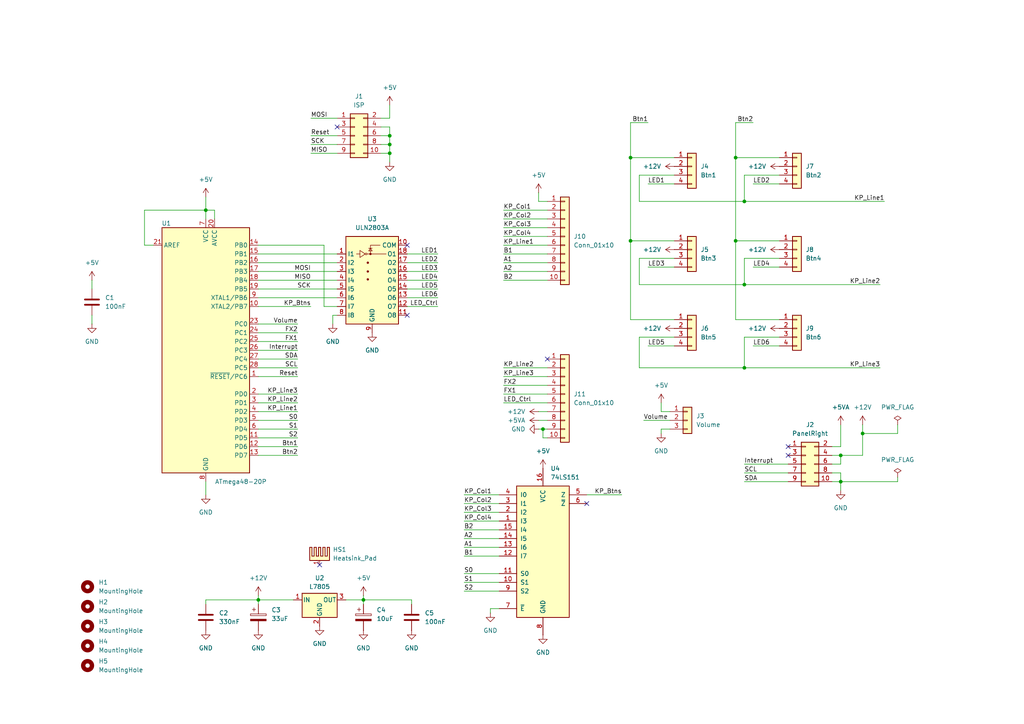
<source format=kicad_sch>
(kicad_sch
	(version 20231120)
	(generator "eeschema")
	(generator_version "8.0")
	(uuid "2777062a-260a-49c7-9a79-289c63518b5f")
	(paper "A4")
	(lib_symbols
		(symbol "74xx:74LS151"
			(pin_names
				(offset 1.016)
			)
			(exclude_from_sim no)
			(in_bom yes)
			(on_board yes)
			(property "Reference" "U"
				(at -7.62 19.05 0)
				(effects
					(font
						(size 1.27 1.27)
					)
				)
			)
			(property "Value" "74LS151"
				(at -7.62 -21.59 0)
				(effects
					(font
						(size 1.27 1.27)
					)
				)
			)
			(property "Footprint" ""
				(at 0 0 0)
				(effects
					(font
						(size 1.27 1.27)
					)
					(hide yes)
				)
			)
			(property "Datasheet" "http://www.ti.com/lit/gpn/sn74LS151"
				(at 0 0 0)
				(effects
					(font
						(size 1.27 1.27)
					)
					(hide yes)
				)
			)
			(property "Description" "Multiplexer 8 to 1"
				(at 0 0 0)
				(effects
					(font
						(size 1.27 1.27)
					)
					(hide yes)
				)
			)
			(property "ki_locked" ""
				(at 0 0 0)
				(effects
					(font
						(size 1.27 1.27)
					)
				)
			)
			(property "ki_keywords" "TTL MUX8"
				(at 0 0 0)
				(effects
					(font
						(size 1.27 1.27)
					)
					(hide yes)
				)
			)
			(property "ki_fp_filters" "DIP?16*"
				(at 0 0 0)
				(effects
					(font
						(size 1.27 1.27)
					)
					(hide yes)
				)
			)
			(symbol "74LS151_1_0"
				(pin input line
					(at -12.7 7.62 0)
					(length 5.08)
					(name "I3"
						(effects
							(font
								(size 1.27 1.27)
							)
						)
					)
					(number "1"
						(effects
							(font
								(size 1.27 1.27)
							)
						)
					)
				)
				(pin input line
					(at -12.7 -10.16 0)
					(length 5.08)
					(name "S1"
						(effects
							(font
								(size 1.27 1.27)
							)
						)
					)
					(number "10"
						(effects
							(font
								(size 1.27 1.27)
							)
						)
					)
				)
				(pin input line
					(at -12.7 -7.62 0)
					(length 5.08)
					(name "S0"
						(effects
							(font
								(size 1.27 1.27)
							)
						)
					)
					(number "11"
						(effects
							(font
								(size 1.27 1.27)
							)
						)
					)
				)
				(pin input line
					(at -12.7 -2.54 0)
					(length 5.08)
					(name "I7"
						(effects
							(font
								(size 1.27 1.27)
							)
						)
					)
					(number "12"
						(effects
							(font
								(size 1.27 1.27)
							)
						)
					)
				)
				(pin input line
					(at -12.7 0 0)
					(length 5.08)
					(name "I6"
						(effects
							(font
								(size 1.27 1.27)
							)
						)
					)
					(number "13"
						(effects
							(font
								(size 1.27 1.27)
							)
						)
					)
				)
				(pin input line
					(at -12.7 2.54 0)
					(length 5.08)
					(name "I5"
						(effects
							(font
								(size 1.27 1.27)
							)
						)
					)
					(number "14"
						(effects
							(font
								(size 1.27 1.27)
							)
						)
					)
				)
				(pin input line
					(at -12.7 5.08 0)
					(length 5.08)
					(name "I4"
						(effects
							(font
								(size 1.27 1.27)
							)
						)
					)
					(number "15"
						(effects
							(font
								(size 1.27 1.27)
							)
						)
					)
				)
				(pin power_in line
					(at 0 22.86 270)
					(length 5.08)
					(name "VCC"
						(effects
							(font
								(size 1.27 1.27)
							)
						)
					)
					(number "16"
						(effects
							(font
								(size 1.27 1.27)
							)
						)
					)
				)
				(pin input line
					(at -12.7 10.16 0)
					(length 5.08)
					(name "I2"
						(effects
							(font
								(size 1.27 1.27)
							)
						)
					)
					(number "2"
						(effects
							(font
								(size 1.27 1.27)
							)
						)
					)
				)
				(pin input line
					(at -12.7 12.7 0)
					(length 5.08)
					(name "I1"
						(effects
							(font
								(size 1.27 1.27)
							)
						)
					)
					(number "3"
						(effects
							(font
								(size 1.27 1.27)
							)
						)
					)
				)
				(pin input line
					(at -12.7 15.24 0)
					(length 5.08)
					(name "I0"
						(effects
							(font
								(size 1.27 1.27)
							)
						)
					)
					(number "4"
						(effects
							(font
								(size 1.27 1.27)
							)
						)
					)
				)
				(pin output line
					(at 12.7 15.24 180)
					(length 5.08)
					(name "Z"
						(effects
							(font
								(size 1.27 1.27)
							)
						)
					)
					(number "5"
						(effects
							(font
								(size 1.27 1.27)
							)
						)
					)
				)
				(pin output line
					(at 12.7 12.7 180)
					(length 5.08)
					(name "~{Z}"
						(effects
							(font
								(size 1.27 1.27)
							)
						)
					)
					(number "6"
						(effects
							(font
								(size 1.27 1.27)
							)
						)
					)
				)
				(pin input line
					(at -12.7 -17.78 0)
					(length 5.08)
					(name "~{E}"
						(effects
							(font
								(size 1.27 1.27)
							)
						)
					)
					(number "7"
						(effects
							(font
								(size 1.27 1.27)
							)
						)
					)
				)
				(pin power_in line
					(at 0 -25.4 90)
					(length 5.08)
					(name "GND"
						(effects
							(font
								(size 1.27 1.27)
							)
						)
					)
					(number "8"
						(effects
							(font
								(size 1.27 1.27)
							)
						)
					)
				)
				(pin input line
					(at -12.7 -12.7 0)
					(length 5.08)
					(name "S2"
						(effects
							(font
								(size 1.27 1.27)
							)
						)
					)
					(number "9"
						(effects
							(font
								(size 1.27 1.27)
							)
						)
					)
				)
			)
			(symbol "74LS151_1_1"
				(rectangle
					(start -7.62 17.78)
					(end 7.62 -20.32)
					(stroke
						(width 0.254)
						(type default)
					)
					(fill
						(type background)
					)
				)
			)
		)
		(symbol "Connector_Generic:Conn_01x03"
			(pin_names
				(offset 1.016) hide)
			(exclude_from_sim no)
			(in_bom yes)
			(on_board yes)
			(property "Reference" "J"
				(at 0 5.08 0)
				(effects
					(font
						(size 1.27 1.27)
					)
				)
			)
			(property "Value" "Conn_01x03"
				(at 0 -5.08 0)
				(effects
					(font
						(size 1.27 1.27)
					)
				)
			)
			(property "Footprint" ""
				(at 0 0 0)
				(effects
					(font
						(size 1.27 1.27)
					)
					(hide yes)
				)
			)
			(property "Datasheet" "~"
				(at 0 0 0)
				(effects
					(font
						(size 1.27 1.27)
					)
					(hide yes)
				)
			)
			(property "Description" "Generic connector, single row, 01x03, script generated (kicad-library-utils/schlib/autogen/connector/)"
				(at 0 0 0)
				(effects
					(font
						(size 1.27 1.27)
					)
					(hide yes)
				)
			)
			(property "ki_keywords" "connector"
				(at 0 0 0)
				(effects
					(font
						(size 1.27 1.27)
					)
					(hide yes)
				)
			)
			(property "ki_fp_filters" "Connector*:*_1x??_*"
				(at 0 0 0)
				(effects
					(font
						(size 1.27 1.27)
					)
					(hide yes)
				)
			)
			(symbol "Conn_01x03_1_1"
				(rectangle
					(start -1.27 -2.413)
					(end 0 -2.667)
					(stroke
						(width 0.1524)
						(type default)
					)
					(fill
						(type none)
					)
				)
				(rectangle
					(start -1.27 0.127)
					(end 0 -0.127)
					(stroke
						(width 0.1524)
						(type default)
					)
					(fill
						(type none)
					)
				)
				(rectangle
					(start -1.27 2.667)
					(end 0 2.413)
					(stroke
						(width 0.1524)
						(type default)
					)
					(fill
						(type none)
					)
				)
				(rectangle
					(start -1.27 3.81)
					(end 1.27 -3.81)
					(stroke
						(width 0.254)
						(type default)
					)
					(fill
						(type background)
					)
				)
				(pin passive line
					(at -5.08 2.54 0)
					(length 3.81)
					(name "Pin_1"
						(effects
							(font
								(size 1.27 1.27)
							)
						)
					)
					(number "1"
						(effects
							(font
								(size 1.27 1.27)
							)
						)
					)
				)
				(pin passive line
					(at -5.08 0 0)
					(length 3.81)
					(name "Pin_2"
						(effects
							(font
								(size 1.27 1.27)
							)
						)
					)
					(number "2"
						(effects
							(font
								(size 1.27 1.27)
							)
						)
					)
				)
				(pin passive line
					(at -5.08 -2.54 0)
					(length 3.81)
					(name "Pin_3"
						(effects
							(font
								(size 1.27 1.27)
							)
						)
					)
					(number "3"
						(effects
							(font
								(size 1.27 1.27)
							)
						)
					)
				)
			)
		)
		(symbol "Connector_Generic:Conn_01x04"
			(pin_names
				(offset 1.016) hide)
			(exclude_from_sim no)
			(in_bom yes)
			(on_board yes)
			(property "Reference" "J"
				(at 0 5.08 0)
				(effects
					(font
						(size 1.27 1.27)
					)
				)
			)
			(property "Value" "Conn_01x04"
				(at 0 -7.62 0)
				(effects
					(font
						(size 1.27 1.27)
					)
				)
			)
			(property "Footprint" ""
				(at 0 0 0)
				(effects
					(font
						(size 1.27 1.27)
					)
					(hide yes)
				)
			)
			(property "Datasheet" "~"
				(at 0 0 0)
				(effects
					(font
						(size 1.27 1.27)
					)
					(hide yes)
				)
			)
			(property "Description" "Generic connector, single row, 01x04, script generated (kicad-library-utils/schlib/autogen/connector/)"
				(at 0 0 0)
				(effects
					(font
						(size 1.27 1.27)
					)
					(hide yes)
				)
			)
			(property "ki_keywords" "connector"
				(at 0 0 0)
				(effects
					(font
						(size 1.27 1.27)
					)
					(hide yes)
				)
			)
			(property "ki_fp_filters" "Connector*:*_1x??_*"
				(at 0 0 0)
				(effects
					(font
						(size 1.27 1.27)
					)
					(hide yes)
				)
			)
			(symbol "Conn_01x04_1_1"
				(rectangle
					(start -1.27 -4.953)
					(end 0 -5.207)
					(stroke
						(width 0.1524)
						(type default)
					)
					(fill
						(type none)
					)
				)
				(rectangle
					(start -1.27 -2.413)
					(end 0 -2.667)
					(stroke
						(width 0.1524)
						(type default)
					)
					(fill
						(type none)
					)
				)
				(rectangle
					(start -1.27 0.127)
					(end 0 -0.127)
					(stroke
						(width 0.1524)
						(type default)
					)
					(fill
						(type none)
					)
				)
				(rectangle
					(start -1.27 2.667)
					(end 0 2.413)
					(stroke
						(width 0.1524)
						(type default)
					)
					(fill
						(type none)
					)
				)
				(rectangle
					(start -1.27 3.81)
					(end 1.27 -6.35)
					(stroke
						(width 0.254)
						(type default)
					)
					(fill
						(type background)
					)
				)
				(pin passive line
					(at -5.08 2.54 0)
					(length 3.81)
					(name "Pin_1"
						(effects
							(font
								(size 1.27 1.27)
							)
						)
					)
					(number "1"
						(effects
							(font
								(size 1.27 1.27)
							)
						)
					)
				)
				(pin passive line
					(at -5.08 0 0)
					(length 3.81)
					(name "Pin_2"
						(effects
							(font
								(size 1.27 1.27)
							)
						)
					)
					(number "2"
						(effects
							(font
								(size 1.27 1.27)
							)
						)
					)
				)
				(pin passive line
					(at -5.08 -2.54 0)
					(length 3.81)
					(name "Pin_3"
						(effects
							(font
								(size 1.27 1.27)
							)
						)
					)
					(number "3"
						(effects
							(font
								(size 1.27 1.27)
							)
						)
					)
				)
				(pin passive line
					(at -5.08 -5.08 0)
					(length 3.81)
					(name "Pin_4"
						(effects
							(font
								(size 1.27 1.27)
							)
						)
					)
					(number "4"
						(effects
							(font
								(size 1.27 1.27)
							)
						)
					)
				)
			)
		)
		(symbol "Connector_Generic:Conn_01x10"
			(pin_names
				(offset 1.016) hide)
			(exclude_from_sim no)
			(in_bom yes)
			(on_board yes)
			(property "Reference" "J"
				(at 0 12.7 0)
				(effects
					(font
						(size 1.27 1.27)
					)
				)
			)
			(property "Value" "Conn_01x10"
				(at 0 -15.24 0)
				(effects
					(font
						(size 1.27 1.27)
					)
				)
			)
			(property "Footprint" ""
				(at 0 0 0)
				(effects
					(font
						(size 1.27 1.27)
					)
					(hide yes)
				)
			)
			(property "Datasheet" "~"
				(at 0 0 0)
				(effects
					(font
						(size 1.27 1.27)
					)
					(hide yes)
				)
			)
			(property "Description" "Generic connector, single row, 01x10, script generated (kicad-library-utils/schlib/autogen/connector/)"
				(at 0 0 0)
				(effects
					(font
						(size 1.27 1.27)
					)
					(hide yes)
				)
			)
			(property "ki_keywords" "connector"
				(at 0 0 0)
				(effects
					(font
						(size 1.27 1.27)
					)
					(hide yes)
				)
			)
			(property "ki_fp_filters" "Connector*:*_1x??_*"
				(at 0 0 0)
				(effects
					(font
						(size 1.27 1.27)
					)
					(hide yes)
				)
			)
			(symbol "Conn_01x10_1_1"
				(rectangle
					(start -1.27 -12.573)
					(end 0 -12.827)
					(stroke
						(width 0.1524)
						(type default)
					)
					(fill
						(type none)
					)
				)
				(rectangle
					(start -1.27 -10.033)
					(end 0 -10.287)
					(stroke
						(width 0.1524)
						(type default)
					)
					(fill
						(type none)
					)
				)
				(rectangle
					(start -1.27 -7.493)
					(end 0 -7.747)
					(stroke
						(width 0.1524)
						(type default)
					)
					(fill
						(type none)
					)
				)
				(rectangle
					(start -1.27 -4.953)
					(end 0 -5.207)
					(stroke
						(width 0.1524)
						(type default)
					)
					(fill
						(type none)
					)
				)
				(rectangle
					(start -1.27 -2.413)
					(end 0 -2.667)
					(stroke
						(width 0.1524)
						(type default)
					)
					(fill
						(type none)
					)
				)
				(rectangle
					(start -1.27 0.127)
					(end 0 -0.127)
					(stroke
						(width 0.1524)
						(type default)
					)
					(fill
						(type none)
					)
				)
				(rectangle
					(start -1.27 2.667)
					(end 0 2.413)
					(stroke
						(width 0.1524)
						(type default)
					)
					(fill
						(type none)
					)
				)
				(rectangle
					(start -1.27 5.207)
					(end 0 4.953)
					(stroke
						(width 0.1524)
						(type default)
					)
					(fill
						(type none)
					)
				)
				(rectangle
					(start -1.27 7.747)
					(end 0 7.493)
					(stroke
						(width 0.1524)
						(type default)
					)
					(fill
						(type none)
					)
				)
				(rectangle
					(start -1.27 10.287)
					(end 0 10.033)
					(stroke
						(width 0.1524)
						(type default)
					)
					(fill
						(type none)
					)
				)
				(rectangle
					(start -1.27 11.43)
					(end 1.27 -13.97)
					(stroke
						(width 0.254)
						(type default)
					)
					(fill
						(type background)
					)
				)
				(pin passive line
					(at -5.08 10.16 0)
					(length 3.81)
					(name "Pin_1"
						(effects
							(font
								(size 1.27 1.27)
							)
						)
					)
					(number "1"
						(effects
							(font
								(size 1.27 1.27)
							)
						)
					)
				)
				(pin passive line
					(at -5.08 -12.7 0)
					(length 3.81)
					(name "Pin_10"
						(effects
							(font
								(size 1.27 1.27)
							)
						)
					)
					(number "10"
						(effects
							(font
								(size 1.27 1.27)
							)
						)
					)
				)
				(pin passive line
					(at -5.08 7.62 0)
					(length 3.81)
					(name "Pin_2"
						(effects
							(font
								(size 1.27 1.27)
							)
						)
					)
					(number "2"
						(effects
							(font
								(size 1.27 1.27)
							)
						)
					)
				)
				(pin passive line
					(at -5.08 5.08 0)
					(length 3.81)
					(name "Pin_3"
						(effects
							(font
								(size 1.27 1.27)
							)
						)
					)
					(number "3"
						(effects
							(font
								(size 1.27 1.27)
							)
						)
					)
				)
				(pin passive line
					(at -5.08 2.54 0)
					(length 3.81)
					(name "Pin_4"
						(effects
							(font
								(size 1.27 1.27)
							)
						)
					)
					(number "4"
						(effects
							(font
								(size 1.27 1.27)
							)
						)
					)
				)
				(pin passive line
					(at -5.08 0 0)
					(length 3.81)
					(name "Pin_5"
						(effects
							(font
								(size 1.27 1.27)
							)
						)
					)
					(number "5"
						(effects
							(font
								(size 1.27 1.27)
							)
						)
					)
				)
				(pin passive line
					(at -5.08 -2.54 0)
					(length 3.81)
					(name "Pin_6"
						(effects
							(font
								(size 1.27 1.27)
							)
						)
					)
					(number "6"
						(effects
							(font
								(size 1.27 1.27)
							)
						)
					)
				)
				(pin passive line
					(at -5.08 -5.08 0)
					(length 3.81)
					(name "Pin_7"
						(effects
							(font
								(size 1.27 1.27)
							)
						)
					)
					(number "7"
						(effects
							(font
								(size 1.27 1.27)
							)
						)
					)
				)
				(pin passive line
					(at -5.08 -7.62 0)
					(length 3.81)
					(name "Pin_8"
						(effects
							(font
								(size 1.27 1.27)
							)
						)
					)
					(number "8"
						(effects
							(font
								(size 1.27 1.27)
							)
						)
					)
				)
				(pin passive line
					(at -5.08 -10.16 0)
					(length 3.81)
					(name "Pin_9"
						(effects
							(font
								(size 1.27 1.27)
							)
						)
					)
					(number "9"
						(effects
							(font
								(size 1.27 1.27)
							)
						)
					)
				)
			)
		)
		(symbol "Connector_Generic:Conn_02x05_Odd_Even"
			(pin_names
				(offset 1.016) hide)
			(exclude_from_sim no)
			(in_bom yes)
			(on_board yes)
			(property "Reference" "J"
				(at 1.27 7.62 0)
				(effects
					(font
						(size 1.27 1.27)
					)
				)
			)
			(property "Value" "Conn_02x05_Odd_Even"
				(at 1.27 -7.62 0)
				(effects
					(font
						(size 1.27 1.27)
					)
				)
			)
			(property "Footprint" ""
				(at 0 0 0)
				(effects
					(font
						(size 1.27 1.27)
					)
					(hide yes)
				)
			)
			(property "Datasheet" "~"
				(at 0 0 0)
				(effects
					(font
						(size 1.27 1.27)
					)
					(hide yes)
				)
			)
			(property "Description" "Generic connector, double row, 02x05, odd/even pin numbering scheme (row 1 odd numbers, row 2 even numbers), script generated (kicad-library-utils/schlib/autogen/connector/)"
				(at 0 0 0)
				(effects
					(font
						(size 1.27 1.27)
					)
					(hide yes)
				)
			)
			(property "ki_keywords" "connector"
				(at 0 0 0)
				(effects
					(font
						(size 1.27 1.27)
					)
					(hide yes)
				)
			)
			(property "ki_fp_filters" "Connector*:*_2x??_*"
				(at 0 0 0)
				(effects
					(font
						(size 1.27 1.27)
					)
					(hide yes)
				)
			)
			(symbol "Conn_02x05_Odd_Even_1_1"
				(rectangle
					(start -1.27 -4.953)
					(end 0 -5.207)
					(stroke
						(width 0.1524)
						(type default)
					)
					(fill
						(type none)
					)
				)
				(rectangle
					(start -1.27 -2.413)
					(end 0 -2.667)
					(stroke
						(width 0.1524)
						(type default)
					)
					(fill
						(type none)
					)
				)
				(rectangle
					(start -1.27 0.127)
					(end 0 -0.127)
					(stroke
						(width 0.1524)
						(type default)
					)
					(fill
						(type none)
					)
				)
				(rectangle
					(start -1.27 2.667)
					(end 0 2.413)
					(stroke
						(width 0.1524)
						(type default)
					)
					(fill
						(type none)
					)
				)
				(rectangle
					(start -1.27 5.207)
					(end 0 4.953)
					(stroke
						(width 0.1524)
						(type default)
					)
					(fill
						(type none)
					)
				)
				(rectangle
					(start -1.27 6.35)
					(end 3.81 -6.35)
					(stroke
						(width 0.254)
						(type default)
					)
					(fill
						(type background)
					)
				)
				(rectangle
					(start 3.81 -4.953)
					(end 2.54 -5.207)
					(stroke
						(width 0.1524)
						(type default)
					)
					(fill
						(type none)
					)
				)
				(rectangle
					(start 3.81 -2.413)
					(end 2.54 -2.667)
					(stroke
						(width 0.1524)
						(type default)
					)
					(fill
						(type none)
					)
				)
				(rectangle
					(start 3.81 0.127)
					(end 2.54 -0.127)
					(stroke
						(width 0.1524)
						(type default)
					)
					(fill
						(type none)
					)
				)
				(rectangle
					(start 3.81 2.667)
					(end 2.54 2.413)
					(stroke
						(width 0.1524)
						(type default)
					)
					(fill
						(type none)
					)
				)
				(rectangle
					(start 3.81 5.207)
					(end 2.54 4.953)
					(stroke
						(width 0.1524)
						(type default)
					)
					(fill
						(type none)
					)
				)
				(pin passive line
					(at -5.08 5.08 0)
					(length 3.81)
					(name "Pin_1"
						(effects
							(font
								(size 1.27 1.27)
							)
						)
					)
					(number "1"
						(effects
							(font
								(size 1.27 1.27)
							)
						)
					)
				)
				(pin passive line
					(at 7.62 -5.08 180)
					(length 3.81)
					(name "Pin_10"
						(effects
							(font
								(size 1.27 1.27)
							)
						)
					)
					(number "10"
						(effects
							(font
								(size 1.27 1.27)
							)
						)
					)
				)
				(pin passive line
					(at 7.62 5.08 180)
					(length 3.81)
					(name "Pin_2"
						(effects
							(font
								(size 1.27 1.27)
							)
						)
					)
					(number "2"
						(effects
							(font
								(size 1.27 1.27)
							)
						)
					)
				)
				(pin passive line
					(at -5.08 2.54 0)
					(length 3.81)
					(name "Pin_3"
						(effects
							(font
								(size 1.27 1.27)
							)
						)
					)
					(number "3"
						(effects
							(font
								(size 1.27 1.27)
							)
						)
					)
				)
				(pin passive line
					(at 7.62 2.54 180)
					(length 3.81)
					(name "Pin_4"
						(effects
							(font
								(size 1.27 1.27)
							)
						)
					)
					(number "4"
						(effects
							(font
								(size 1.27 1.27)
							)
						)
					)
				)
				(pin passive line
					(at -5.08 0 0)
					(length 3.81)
					(name "Pin_5"
						(effects
							(font
								(size 1.27 1.27)
							)
						)
					)
					(number "5"
						(effects
							(font
								(size 1.27 1.27)
							)
						)
					)
				)
				(pin passive line
					(at 7.62 0 180)
					(length 3.81)
					(name "Pin_6"
						(effects
							(font
								(size 1.27 1.27)
							)
						)
					)
					(number "6"
						(effects
							(font
								(size 1.27 1.27)
							)
						)
					)
				)
				(pin passive line
					(at -5.08 -2.54 0)
					(length 3.81)
					(name "Pin_7"
						(effects
							(font
								(size 1.27 1.27)
							)
						)
					)
					(number "7"
						(effects
							(font
								(size 1.27 1.27)
							)
						)
					)
				)
				(pin passive line
					(at 7.62 -2.54 180)
					(length 3.81)
					(name "Pin_8"
						(effects
							(font
								(size 1.27 1.27)
							)
						)
					)
					(number "8"
						(effects
							(font
								(size 1.27 1.27)
							)
						)
					)
				)
				(pin passive line
					(at -5.08 -5.08 0)
					(length 3.81)
					(name "Pin_9"
						(effects
							(font
								(size 1.27 1.27)
							)
						)
					)
					(number "9"
						(effects
							(font
								(size 1.27 1.27)
							)
						)
					)
				)
			)
		)
		(symbol "Device:C"
			(pin_numbers hide)
			(pin_names
				(offset 0.254)
			)
			(exclude_from_sim no)
			(in_bom yes)
			(on_board yes)
			(property "Reference" "C"
				(at 0.635 2.54 0)
				(effects
					(font
						(size 1.27 1.27)
					)
					(justify left)
				)
			)
			(property "Value" "C"
				(at 0.635 -2.54 0)
				(effects
					(font
						(size 1.27 1.27)
					)
					(justify left)
				)
			)
			(property "Footprint" ""
				(at 0.9652 -3.81 0)
				(effects
					(font
						(size 1.27 1.27)
					)
					(hide yes)
				)
			)
			(property "Datasheet" "~"
				(at 0 0 0)
				(effects
					(font
						(size 1.27 1.27)
					)
					(hide yes)
				)
			)
			(property "Description" "Unpolarized capacitor"
				(at 0 0 0)
				(effects
					(font
						(size 1.27 1.27)
					)
					(hide yes)
				)
			)
			(property "ki_keywords" "cap capacitor"
				(at 0 0 0)
				(effects
					(font
						(size 1.27 1.27)
					)
					(hide yes)
				)
			)
			(property "ki_fp_filters" "C_*"
				(at 0 0 0)
				(effects
					(font
						(size 1.27 1.27)
					)
					(hide yes)
				)
			)
			(symbol "C_0_1"
				(polyline
					(pts
						(xy -2.032 -0.762) (xy 2.032 -0.762)
					)
					(stroke
						(width 0.508)
						(type default)
					)
					(fill
						(type none)
					)
				)
				(polyline
					(pts
						(xy -2.032 0.762) (xy 2.032 0.762)
					)
					(stroke
						(width 0.508)
						(type default)
					)
					(fill
						(type none)
					)
				)
			)
			(symbol "C_1_1"
				(pin passive line
					(at 0 3.81 270)
					(length 2.794)
					(name "~"
						(effects
							(font
								(size 1.27 1.27)
							)
						)
					)
					(number "1"
						(effects
							(font
								(size 1.27 1.27)
							)
						)
					)
				)
				(pin passive line
					(at 0 -3.81 90)
					(length 2.794)
					(name "~"
						(effects
							(font
								(size 1.27 1.27)
							)
						)
					)
					(number "2"
						(effects
							(font
								(size 1.27 1.27)
							)
						)
					)
				)
			)
		)
		(symbol "Device:C_Polarized"
			(pin_numbers hide)
			(pin_names
				(offset 0.254)
			)
			(exclude_from_sim no)
			(in_bom yes)
			(on_board yes)
			(property "Reference" "C"
				(at 0.635 2.54 0)
				(effects
					(font
						(size 1.27 1.27)
					)
					(justify left)
				)
			)
			(property "Value" "C_Polarized"
				(at 0.635 -2.54 0)
				(effects
					(font
						(size 1.27 1.27)
					)
					(justify left)
				)
			)
			(property "Footprint" ""
				(at 0.9652 -3.81 0)
				(effects
					(font
						(size 1.27 1.27)
					)
					(hide yes)
				)
			)
			(property "Datasheet" "~"
				(at 0 0 0)
				(effects
					(font
						(size 1.27 1.27)
					)
					(hide yes)
				)
			)
			(property "Description" "Polarized capacitor"
				(at 0 0 0)
				(effects
					(font
						(size 1.27 1.27)
					)
					(hide yes)
				)
			)
			(property "ki_keywords" "cap capacitor"
				(at 0 0 0)
				(effects
					(font
						(size 1.27 1.27)
					)
					(hide yes)
				)
			)
			(property "ki_fp_filters" "CP_*"
				(at 0 0 0)
				(effects
					(font
						(size 1.27 1.27)
					)
					(hide yes)
				)
			)
			(symbol "C_Polarized_0_1"
				(rectangle
					(start -2.286 0.508)
					(end 2.286 1.016)
					(stroke
						(width 0)
						(type default)
					)
					(fill
						(type none)
					)
				)
				(polyline
					(pts
						(xy -1.778 2.286) (xy -0.762 2.286)
					)
					(stroke
						(width 0)
						(type default)
					)
					(fill
						(type none)
					)
				)
				(polyline
					(pts
						(xy -1.27 2.794) (xy -1.27 1.778)
					)
					(stroke
						(width 0)
						(type default)
					)
					(fill
						(type none)
					)
				)
				(rectangle
					(start 2.286 -0.508)
					(end -2.286 -1.016)
					(stroke
						(width 0)
						(type default)
					)
					(fill
						(type outline)
					)
				)
			)
			(symbol "C_Polarized_1_1"
				(pin passive line
					(at 0 3.81 270)
					(length 2.794)
					(name "~"
						(effects
							(font
								(size 1.27 1.27)
							)
						)
					)
					(number "1"
						(effects
							(font
								(size 1.27 1.27)
							)
						)
					)
				)
				(pin passive line
					(at 0 -3.81 90)
					(length 2.794)
					(name "~"
						(effects
							(font
								(size 1.27 1.27)
							)
						)
					)
					(number "2"
						(effects
							(font
								(size 1.27 1.27)
							)
						)
					)
				)
			)
		)
		(symbol "MCU_Microchip_ATmega:ATmega48-20P"
			(exclude_from_sim no)
			(in_bom yes)
			(on_board yes)
			(property "Reference" "U"
				(at -12.7 36.83 0)
				(effects
					(font
						(size 1.27 1.27)
					)
					(justify left bottom)
				)
			)
			(property "Value" "ATmega48-20P"
				(at 2.54 -36.83 0)
				(effects
					(font
						(size 1.27 1.27)
					)
					(justify left top)
				)
			)
			(property "Footprint" "Package_DIP:DIP-28_W7.62mm"
				(at 0 0 0)
				(effects
					(font
						(size 1.27 1.27)
						(italic yes)
					)
					(hide yes)
				)
			)
			(property "Datasheet" "http://ww1.microchip.com/downloads/en/DeviceDoc/Atmel-2545-8-bit-AVR-Microcontroller-ATmega48-88-168_Datasheet.pdf"
				(at 0 0 0)
				(effects
					(font
						(size 1.27 1.27)
					)
					(hide yes)
				)
			)
			(property "Description" "20MHz, 4kB Flash, 512B SRAM, 256B EEPROM, DIP-28"
				(at 0 0 0)
				(effects
					(font
						(size 1.27 1.27)
					)
					(hide yes)
				)
			)
			(property "ki_keywords" "AVR 8bit Microcontroller MegaAVR"
				(at 0 0 0)
				(effects
					(font
						(size 1.27 1.27)
					)
					(hide yes)
				)
			)
			(property "ki_fp_filters" "DIP*W7.62mm*"
				(at 0 0 0)
				(effects
					(font
						(size 1.27 1.27)
					)
					(hide yes)
				)
			)
			(symbol "ATmega48-20P_0_1"
				(rectangle
					(start -12.7 -35.56)
					(end 12.7 35.56)
					(stroke
						(width 0.254)
						(type default)
					)
					(fill
						(type background)
					)
				)
			)
			(symbol "ATmega48-20P_1_1"
				(pin bidirectional line
					(at 15.24 -7.62 180)
					(length 2.54)
					(name "~{RESET}/PC6"
						(effects
							(font
								(size 1.27 1.27)
							)
						)
					)
					(number "1"
						(effects
							(font
								(size 1.27 1.27)
							)
						)
					)
				)
				(pin bidirectional line
					(at 15.24 12.7 180)
					(length 2.54)
					(name "XTAL2/PB7"
						(effects
							(font
								(size 1.27 1.27)
							)
						)
					)
					(number "10"
						(effects
							(font
								(size 1.27 1.27)
							)
						)
					)
				)
				(pin bidirectional line
					(at 15.24 -25.4 180)
					(length 2.54)
					(name "PD5"
						(effects
							(font
								(size 1.27 1.27)
							)
						)
					)
					(number "11"
						(effects
							(font
								(size 1.27 1.27)
							)
						)
					)
				)
				(pin bidirectional line
					(at 15.24 -27.94 180)
					(length 2.54)
					(name "PD6"
						(effects
							(font
								(size 1.27 1.27)
							)
						)
					)
					(number "12"
						(effects
							(font
								(size 1.27 1.27)
							)
						)
					)
				)
				(pin bidirectional line
					(at 15.24 -30.48 180)
					(length 2.54)
					(name "PD7"
						(effects
							(font
								(size 1.27 1.27)
							)
						)
					)
					(number "13"
						(effects
							(font
								(size 1.27 1.27)
							)
						)
					)
				)
				(pin bidirectional line
					(at 15.24 30.48 180)
					(length 2.54)
					(name "PB0"
						(effects
							(font
								(size 1.27 1.27)
							)
						)
					)
					(number "14"
						(effects
							(font
								(size 1.27 1.27)
							)
						)
					)
				)
				(pin bidirectional line
					(at 15.24 27.94 180)
					(length 2.54)
					(name "PB1"
						(effects
							(font
								(size 1.27 1.27)
							)
						)
					)
					(number "15"
						(effects
							(font
								(size 1.27 1.27)
							)
						)
					)
				)
				(pin bidirectional line
					(at 15.24 25.4 180)
					(length 2.54)
					(name "PB2"
						(effects
							(font
								(size 1.27 1.27)
							)
						)
					)
					(number "16"
						(effects
							(font
								(size 1.27 1.27)
							)
						)
					)
				)
				(pin bidirectional line
					(at 15.24 22.86 180)
					(length 2.54)
					(name "PB3"
						(effects
							(font
								(size 1.27 1.27)
							)
						)
					)
					(number "17"
						(effects
							(font
								(size 1.27 1.27)
							)
						)
					)
				)
				(pin bidirectional line
					(at 15.24 20.32 180)
					(length 2.54)
					(name "PB4"
						(effects
							(font
								(size 1.27 1.27)
							)
						)
					)
					(number "18"
						(effects
							(font
								(size 1.27 1.27)
							)
						)
					)
				)
				(pin bidirectional line
					(at 15.24 17.78 180)
					(length 2.54)
					(name "PB5"
						(effects
							(font
								(size 1.27 1.27)
							)
						)
					)
					(number "19"
						(effects
							(font
								(size 1.27 1.27)
							)
						)
					)
				)
				(pin bidirectional line
					(at 15.24 -12.7 180)
					(length 2.54)
					(name "PD0"
						(effects
							(font
								(size 1.27 1.27)
							)
						)
					)
					(number "2"
						(effects
							(font
								(size 1.27 1.27)
							)
						)
					)
				)
				(pin power_in line
					(at 2.54 38.1 270)
					(length 2.54)
					(name "AVCC"
						(effects
							(font
								(size 1.27 1.27)
							)
						)
					)
					(number "20"
						(effects
							(font
								(size 1.27 1.27)
							)
						)
					)
				)
				(pin passive line
					(at -15.24 30.48 0)
					(length 2.54)
					(name "AREF"
						(effects
							(font
								(size 1.27 1.27)
							)
						)
					)
					(number "21"
						(effects
							(font
								(size 1.27 1.27)
							)
						)
					)
				)
				(pin passive line
					(at 0 -38.1 90)
					(length 2.54) hide
					(name "GND"
						(effects
							(font
								(size 1.27 1.27)
							)
						)
					)
					(number "22"
						(effects
							(font
								(size 1.27 1.27)
							)
						)
					)
				)
				(pin bidirectional line
					(at 15.24 7.62 180)
					(length 2.54)
					(name "PC0"
						(effects
							(font
								(size 1.27 1.27)
							)
						)
					)
					(number "23"
						(effects
							(font
								(size 1.27 1.27)
							)
						)
					)
				)
				(pin bidirectional line
					(at 15.24 5.08 180)
					(length 2.54)
					(name "PC1"
						(effects
							(font
								(size 1.27 1.27)
							)
						)
					)
					(number "24"
						(effects
							(font
								(size 1.27 1.27)
							)
						)
					)
				)
				(pin bidirectional line
					(at 15.24 2.54 180)
					(length 2.54)
					(name "PC2"
						(effects
							(font
								(size 1.27 1.27)
							)
						)
					)
					(number "25"
						(effects
							(font
								(size 1.27 1.27)
							)
						)
					)
				)
				(pin bidirectional line
					(at 15.24 0 180)
					(length 2.54)
					(name "PC3"
						(effects
							(font
								(size 1.27 1.27)
							)
						)
					)
					(number "26"
						(effects
							(font
								(size 1.27 1.27)
							)
						)
					)
				)
				(pin bidirectional line
					(at 15.24 -2.54 180)
					(length 2.54)
					(name "PC4"
						(effects
							(font
								(size 1.27 1.27)
							)
						)
					)
					(number "27"
						(effects
							(font
								(size 1.27 1.27)
							)
						)
					)
				)
				(pin bidirectional line
					(at 15.24 -5.08 180)
					(length 2.54)
					(name "PC5"
						(effects
							(font
								(size 1.27 1.27)
							)
						)
					)
					(number "28"
						(effects
							(font
								(size 1.27 1.27)
							)
						)
					)
				)
				(pin bidirectional line
					(at 15.24 -15.24 180)
					(length 2.54)
					(name "PD1"
						(effects
							(font
								(size 1.27 1.27)
							)
						)
					)
					(number "3"
						(effects
							(font
								(size 1.27 1.27)
							)
						)
					)
				)
				(pin bidirectional line
					(at 15.24 -17.78 180)
					(length 2.54)
					(name "PD2"
						(effects
							(font
								(size 1.27 1.27)
							)
						)
					)
					(number "4"
						(effects
							(font
								(size 1.27 1.27)
							)
						)
					)
				)
				(pin bidirectional line
					(at 15.24 -20.32 180)
					(length 2.54)
					(name "PD3"
						(effects
							(font
								(size 1.27 1.27)
							)
						)
					)
					(number "5"
						(effects
							(font
								(size 1.27 1.27)
							)
						)
					)
				)
				(pin bidirectional line
					(at 15.24 -22.86 180)
					(length 2.54)
					(name "PD4"
						(effects
							(font
								(size 1.27 1.27)
							)
						)
					)
					(number "6"
						(effects
							(font
								(size 1.27 1.27)
							)
						)
					)
				)
				(pin power_in line
					(at 0 38.1 270)
					(length 2.54)
					(name "VCC"
						(effects
							(font
								(size 1.27 1.27)
							)
						)
					)
					(number "7"
						(effects
							(font
								(size 1.27 1.27)
							)
						)
					)
				)
				(pin power_in line
					(at 0 -38.1 90)
					(length 2.54)
					(name "GND"
						(effects
							(font
								(size 1.27 1.27)
							)
						)
					)
					(number "8"
						(effects
							(font
								(size 1.27 1.27)
							)
						)
					)
				)
				(pin bidirectional line
					(at 15.24 15.24 180)
					(length 2.54)
					(name "XTAL1/PB6"
						(effects
							(font
								(size 1.27 1.27)
							)
						)
					)
					(number "9"
						(effects
							(font
								(size 1.27 1.27)
							)
						)
					)
				)
			)
		)
		(symbol "Mechanical:Heatsink_Pad"
			(pin_names
				(offset 0)
			)
			(exclude_from_sim no)
			(in_bom yes)
			(on_board yes)
			(property "Reference" "HS"
				(at 0 5.715 0)
				(effects
					(font
						(size 1.27 1.27)
					)
				)
			)
			(property "Value" "Heatsink_Pad"
				(at 0 3.81 0)
				(effects
					(font
						(size 1.27 1.27)
					)
				)
			)
			(property "Footprint" ""
				(at 0.3048 -1.27 0)
				(effects
					(font
						(size 1.27 1.27)
					)
					(hide yes)
				)
			)
			(property "Datasheet" "~"
				(at 0.3048 -1.27 0)
				(effects
					(font
						(size 1.27 1.27)
					)
					(hide yes)
				)
			)
			(property "Description" "Heatsink with electrical connection, 1 pin"
				(at 0 0 0)
				(effects
					(font
						(size 1.27 1.27)
					)
					(hide yes)
				)
			)
			(property "ki_keywords" "thermal heat temperature"
				(at 0 0 0)
				(effects
					(font
						(size 1.27 1.27)
					)
					(hide yes)
				)
			)
			(property "ki_fp_filters" "Heatsink_*"
				(at 0 0 0)
				(effects
					(font
						(size 1.27 1.27)
					)
					(hide yes)
				)
			)
			(symbol "Heatsink_Pad_0_1"
				(polyline
					(pts
						(xy -0.3302 0) (xy -0.9652 0) (xy -0.9652 2.54) (xy -1.6002 2.54) (xy -1.6002 0) (xy -2.2352 0)
						(xy -2.2352 2.54) (xy -2.8702 2.54) (xy -2.8702 -1.27) (xy -0.9652 -1.27)
					)
					(stroke
						(width 0.254)
						(type default)
					)
					(fill
						(type background)
					)
				)
				(polyline
					(pts
						(xy -0.3302 0) (xy -0.3302 2.54) (xy 0.3048 2.54) (xy 0.3048 0) (xy 0.9398 0) (xy 0.9398 2.54)
						(xy 1.5748 2.54) (xy 1.5748 0) (xy 2.2098 0) (xy 2.2098 2.54) (xy 2.8448 2.54) (xy 2.8448 -1.27)
						(xy -0.9652 -1.27)
					)
					(stroke
						(width 0.254)
						(type default)
					)
					(fill
						(type background)
					)
				)
			)
			(symbol "Heatsink_Pad_1_1"
				(pin passive line
					(at 0 -2.54 90)
					(length 1.27)
					(name "~"
						(effects
							(font
								(size 1.27 1.27)
							)
						)
					)
					(number "1"
						(effects
							(font
								(size 1.27 1.27)
							)
						)
					)
				)
			)
		)
		(symbol "Mechanical:MountingHole"
			(pin_names
				(offset 1.016)
			)
			(exclude_from_sim no)
			(in_bom yes)
			(on_board yes)
			(property "Reference" "H"
				(at 0 5.08 0)
				(effects
					(font
						(size 1.27 1.27)
					)
				)
			)
			(property "Value" "MountingHole"
				(at 0 3.175 0)
				(effects
					(font
						(size 1.27 1.27)
					)
				)
			)
			(property "Footprint" ""
				(at 0 0 0)
				(effects
					(font
						(size 1.27 1.27)
					)
					(hide yes)
				)
			)
			(property "Datasheet" "~"
				(at 0 0 0)
				(effects
					(font
						(size 1.27 1.27)
					)
					(hide yes)
				)
			)
			(property "Description" "Mounting Hole without connection"
				(at 0 0 0)
				(effects
					(font
						(size 1.27 1.27)
					)
					(hide yes)
				)
			)
			(property "ki_keywords" "mounting hole"
				(at 0 0 0)
				(effects
					(font
						(size 1.27 1.27)
					)
					(hide yes)
				)
			)
			(property "ki_fp_filters" "MountingHole*"
				(at 0 0 0)
				(effects
					(font
						(size 1.27 1.27)
					)
					(hide yes)
				)
			)
			(symbol "MountingHole_0_1"
				(circle
					(center 0 0)
					(radius 1.27)
					(stroke
						(width 1.27)
						(type default)
					)
					(fill
						(type none)
					)
				)
			)
		)
		(symbol "Regulator_Linear:L7805"
			(pin_names
				(offset 0.254)
			)
			(exclude_from_sim no)
			(in_bom yes)
			(on_board yes)
			(property "Reference" "U"
				(at -3.81 3.175 0)
				(effects
					(font
						(size 1.27 1.27)
					)
				)
			)
			(property "Value" "L7805"
				(at 0 3.175 0)
				(effects
					(font
						(size 1.27 1.27)
					)
					(justify left)
				)
			)
			(property "Footprint" ""
				(at 0.635 -3.81 0)
				(effects
					(font
						(size 1.27 1.27)
						(italic yes)
					)
					(justify left)
					(hide yes)
				)
			)
			(property "Datasheet" "http://www.st.com/content/ccc/resource/technical/document/datasheet/41/4f/b3/b0/12/d4/47/88/CD00000444.pdf/files/CD00000444.pdf/jcr:content/translations/en.CD00000444.pdf"
				(at 0 -1.27 0)
				(effects
					(font
						(size 1.27 1.27)
					)
					(hide yes)
				)
			)
			(property "Description" "Positive 1.5A 35V Linear Regulator, Fixed Output 5V, TO-220/TO-263/TO-252"
				(at 0 0 0)
				(effects
					(font
						(size 1.27 1.27)
					)
					(hide yes)
				)
			)
			(property "ki_keywords" "Voltage Regulator 1.5A Positive"
				(at 0 0 0)
				(effects
					(font
						(size 1.27 1.27)
					)
					(hide yes)
				)
			)
			(property "ki_fp_filters" "TO?252* TO?263* TO?220*"
				(at 0 0 0)
				(effects
					(font
						(size 1.27 1.27)
					)
					(hide yes)
				)
			)
			(symbol "L7805_0_1"
				(rectangle
					(start -5.08 1.905)
					(end 5.08 -5.08)
					(stroke
						(width 0.254)
						(type default)
					)
					(fill
						(type background)
					)
				)
			)
			(symbol "L7805_1_1"
				(pin power_in line
					(at -7.62 0 0)
					(length 2.54)
					(name "IN"
						(effects
							(font
								(size 1.27 1.27)
							)
						)
					)
					(number "1"
						(effects
							(font
								(size 1.27 1.27)
							)
						)
					)
				)
				(pin power_in line
					(at 0 -7.62 90)
					(length 2.54)
					(name "GND"
						(effects
							(font
								(size 1.27 1.27)
							)
						)
					)
					(number "2"
						(effects
							(font
								(size 1.27 1.27)
							)
						)
					)
				)
				(pin power_out line
					(at 7.62 0 180)
					(length 2.54)
					(name "OUT"
						(effects
							(font
								(size 1.27 1.27)
							)
						)
					)
					(number "3"
						(effects
							(font
								(size 1.27 1.27)
							)
						)
					)
				)
			)
		)
		(symbol "Transistor_Array:ULN2803A"
			(exclude_from_sim no)
			(in_bom yes)
			(on_board yes)
			(property "Reference" "U"
				(at 0 13.335 0)
				(effects
					(font
						(size 1.27 1.27)
					)
				)
			)
			(property "Value" "ULN2803A"
				(at 0 11.43 0)
				(effects
					(font
						(size 1.27 1.27)
					)
				)
			)
			(property "Footprint" ""
				(at 1.27 -16.51 0)
				(effects
					(font
						(size 1.27 1.27)
					)
					(justify left)
					(hide yes)
				)
			)
			(property "Datasheet" "http://www.ti.com/lit/ds/symlink/uln2803a.pdf"
				(at 2.54 -5.08 0)
				(effects
					(font
						(size 1.27 1.27)
					)
					(hide yes)
				)
			)
			(property "Description" "Darlington Transistor Arrays, SOIC18/DIP18"
				(at 0 0 0)
				(effects
					(font
						(size 1.27 1.27)
					)
					(hide yes)
				)
			)
			(property "ki_keywords" "Darlington transistor array"
				(at 0 0 0)
				(effects
					(font
						(size 1.27 1.27)
					)
					(hide yes)
				)
			)
			(property "ki_fp_filters" "DIP*W7.62mm* SOIC*7.5x11.6mm*P1.27mm*"
				(at 0 0 0)
				(effects
					(font
						(size 1.27 1.27)
					)
					(hide yes)
				)
			)
			(symbol "ULN2803A_0_1"
				(rectangle
					(start -7.62 -15.24)
					(end 7.62 10.16)
					(stroke
						(width 0.254)
						(type default)
					)
					(fill
						(type background)
					)
				)
				(circle
					(center -1.778 5.08)
					(radius 0.254)
					(stroke
						(width 0)
						(type default)
					)
					(fill
						(type none)
					)
				)
				(circle
					(center -1.27 -2.286)
					(radius 0.254)
					(stroke
						(width 0)
						(type default)
					)
					(fill
						(type outline)
					)
				)
				(circle
					(center -1.27 0)
					(radius 0.254)
					(stroke
						(width 0)
						(type default)
					)
					(fill
						(type outline)
					)
				)
				(circle
					(center -1.27 2.54)
					(radius 0.254)
					(stroke
						(width 0)
						(type default)
					)
					(fill
						(type outline)
					)
				)
				(circle
					(center -0.508 5.08)
					(radius 0.254)
					(stroke
						(width 0)
						(type default)
					)
					(fill
						(type outline)
					)
				)
				(polyline
					(pts
						(xy -4.572 5.08) (xy -3.556 5.08)
					)
					(stroke
						(width 0)
						(type default)
					)
					(fill
						(type none)
					)
				)
				(polyline
					(pts
						(xy -1.524 5.08) (xy 4.064 5.08)
					)
					(stroke
						(width 0)
						(type default)
					)
					(fill
						(type none)
					)
				)
				(polyline
					(pts
						(xy 0 6.731) (xy -1.016 6.731)
					)
					(stroke
						(width 0)
						(type default)
					)
					(fill
						(type none)
					)
				)
				(polyline
					(pts
						(xy -0.508 5.08) (xy -0.508 7.62) (xy 2.286 7.62)
					)
					(stroke
						(width 0)
						(type default)
					)
					(fill
						(type none)
					)
				)
				(polyline
					(pts
						(xy -3.556 6.096) (xy -3.556 4.064) (xy -2.032 5.08) (xy -3.556 6.096)
					)
					(stroke
						(width 0)
						(type default)
					)
					(fill
						(type none)
					)
				)
				(polyline
					(pts
						(xy 0 5.969) (xy -1.016 5.969) (xy -0.508 6.731) (xy 0 5.969)
					)
					(stroke
						(width 0)
						(type default)
					)
					(fill
						(type none)
					)
				)
			)
			(symbol "ULN2803A_1_1"
				(pin input line
					(at -10.16 5.08 0)
					(length 2.54)
					(name "I1"
						(effects
							(font
								(size 1.27 1.27)
							)
						)
					)
					(number "1"
						(effects
							(font
								(size 1.27 1.27)
							)
						)
					)
				)
				(pin passive line
					(at 10.16 7.62 180)
					(length 2.54)
					(name "COM"
						(effects
							(font
								(size 1.27 1.27)
							)
						)
					)
					(number "10"
						(effects
							(font
								(size 1.27 1.27)
							)
						)
					)
				)
				(pin open_collector line
					(at 10.16 -12.7 180)
					(length 2.54)
					(name "O8"
						(effects
							(font
								(size 1.27 1.27)
							)
						)
					)
					(number "11"
						(effects
							(font
								(size 1.27 1.27)
							)
						)
					)
				)
				(pin open_collector line
					(at 10.16 -10.16 180)
					(length 2.54)
					(name "O7"
						(effects
							(font
								(size 1.27 1.27)
							)
						)
					)
					(number "12"
						(effects
							(font
								(size 1.27 1.27)
							)
						)
					)
				)
				(pin open_collector line
					(at 10.16 -7.62 180)
					(length 2.54)
					(name "O6"
						(effects
							(font
								(size 1.27 1.27)
							)
						)
					)
					(number "13"
						(effects
							(font
								(size 1.27 1.27)
							)
						)
					)
				)
				(pin open_collector line
					(at 10.16 -5.08 180)
					(length 2.54)
					(name "O5"
						(effects
							(font
								(size 1.27 1.27)
							)
						)
					)
					(number "14"
						(effects
							(font
								(size 1.27 1.27)
							)
						)
					)
				)
				(pin open_collector line
					(at 10.16 -2.54 180)
					(length 2.54)
					(name "O4"
						(effects
							(font
								(size 1.27 1.27)
							)
						)
					)
					(number "15"
						(effects
							(font
								(size 1.27 1.27)
							)
						)
					)
				)
				(pin open_collector line
					(at 10.16 0 180)
					(length 2.54)
					(name "O3"
						(effects
							(font
								(size 1.27 1.27)
							)
						)
					)
					(number "16"
						(effects
							(font
								(size 1.27 1.27)
							)
						)
					)
				)
				(pin open_collector line
					(at 10.16 2.54 180)
					(length 2.54)
					(name "O2"
						(effects
							(font
								(size 1.27 1.27)
							)
						)
					)
					(number "17"
						(effects
							(font
								(size 1.27 1.27)
							)
						)
					)
				)
				(pin open_collector line
					(at 10.16 5.08 180)
					(length 2.54)
					(name "O1"
						(effects
							(font
								(size 1.27 1.27)
							)
						)
					)
					(number "18"
						(effects
							(font
								(size 1.27 1.27)
							)
						)
					)
				)
				(pin input line
					(at -10.16 2.54 0)
					(length 2.54)
					(name "I2"
						(effects
							(font
								(size 1.27 1.27)
							)
						)
					)
					(number "2"
						(effects
							(font
								(size 1.27 1.27)
							)
						)
					)
				)
				(pin input line
					(at -10.16 0 0)
					(length 2.54)
					(name "I3"
						(effects
							(font
								(size 1.27 1.27)
							)
						)
					)
					(number "3"
						(effects
							(font
								(size 1.27 1.27)
							)
						)
					)
				)
				(pin input line
					(at -10.16 -2.54 0)
					(length 2.54)
					(name "I4"
						(effects
							(font
								(size 1.27 1.27)
							)
						)
					)
					(number "4"
						(effects
							(font
								(size 1.27 1.27)
							)
						)
					)
				)
				(pin input line
					(at -10.16 -5.08 0)
					(length 2.54)
					(name "I5"
						(effects
							(font
								(size 1.27 1.27)
							)
						)
					)
					(number "5"
						(effects
							(font
								(size 1.27 1.27)
							)
						)
					)
				)
				(pin input line
					(at -10.16 -7.62 0)
					(length 2.54)
					(name "I6"
						(effects
							(font
								(size 1.27 1.27)
							)
						)
					)
					(number "6"
						(effects
							(font
								(size 1.27 1.27)
							)
						)
					)
				)
				(pin input line
					(at -10.16 -10.16 0)
					(length 2.54)
					(name "I7"
						(effects
							(font
								(size 1.27 1.27)
							)
						)
					)
					(number "7"
						(effects
							(font
								(size 1.27 1.27)
							)
						)
					)
				)
				(pin input line
					(at -10.16 -12.7 0)
					(length 2.54)
					(name "I8"
						(effects
							(font
								(size 1.27 1.27)
							)
						)
					)
					(number "8"
						(effects
							(font
								(size 1.27 1.27)
							)
						)
					)
				)
				(pin power_in line
					(at 0 -17.78 90)
					(length 2.54)
					(name "GND"
						(effects
							(font
								(size 1.27 1.27)
							)
						)
					)
					(number "9"
						(effects
							(font
								(size 1.27 1.27)
							)
						)
					)
				)
			)
		)
		(symbol "power:+12V"
			(power)
			(pin_numbers hide)
			(pin_names
				(offset 0) hide)
			(exclude_from_sim no)
			(in_bom yes)
			(on_board yes)
			(property "Reference" "#PWR"
				(at 0 -3.81 0)
				(effects
					(font
						(size 1.27 1.27)
					)
					(hide yes)
				)
			)
			(property "Value" "+12V"
				(at 0 3.556 0)
				(effects
					(font
						(size 1.27 1.27)
					)
				)
			)
			(property "Footprint" ""
				(at 0 0 0)
				(effects
					(font
						(size 1.27 1.27)
					)
					(hide yes)
				)
			)
			(property "Datasheet" ""
				(at 0 0 0)
				(effects
					(font
						(size 1.27 1.27)
					)
					(hide yes)
				)
			)
			(property "Description" "Power symbol creates a global label with name \"+12V\""
				(at 0 0 0)
				(effects
					(font
						(size 1.27 1.27)
					)
					(hide yes)
				)
			)
			(property "ki_keywords" "global power"
				(at 0 0 0)
				(effects
					(font
						(size 1.27 1.27)
					)
					(hide yes)
				)
			)
			(symbol "+12V_0_1"
				(polyline
					(pts
						(xy -0.762 1.27) (xy 0 2.54)
					)
					(stroke
						(width 0)
						(type default)
					)
					(fill
						(type none)
					)
				)
				(polyline
					(pts
						(xy 0 0) (xy 0 2.54)
					)
					(stroke
						(width 0)
						(type default)
					)
					(fill
						(type none)
					)
				)
				(polyline
					(pts
						(xy 0 2.54) (xy 0.762 1.27)
					)
					(stroke
						(width 0)
						(type default)
					)
					(fill
						(type none)
					)
				)
			)
			(symbol "+12V_1_1"
				(pin power_in line
					(at 0 0 90)
					(length 0)
					(name "~"
						(effects
							(font
								(size 1.27 1.27)
							)
						)
					)
					(number "1"
						(effects
							(font
								(size 1.27 1.27)
							)
						)
					)
				)
			)
		)
		(symbol "power:+5V"
			(power)
			(pin_numbers hide)
			(pin_names
				(offset 0) hide)
			(exclude_from_sim no)
			(in_bom yes)
			(on_board yes)
			(property "Reference" "#PWR"
				(at 0 -3.81 0)
				(effects
					(font
						(size 1.27 1.27)
					)
					(hide yes)
				)
			)
			(property "Value" "+5V"
				(at 0 3.556 0)
				(effects
					(font
						(size 1.27 1.27)
					)
				)
			)
			(property "Footprint" ""
				(at 0 0 0)
				(effects
					(font
						(size 1.27 1.27)
					)
					(hide yes)
				)
			)
			(property "Datasheet" ""
				(at 0 0 0)
				(effects
					(font
						(size 1.27 1.27)
					)
					(hide yes)
				)
			)
			(property "Description" "Power symbol creates a global label with name \"+5V\""
				(at 0 0 0)
				(effects
					(font
						(size 1.27 1.27)
					)
					(hide yes)
				)
			)
			(property "ki_keywords" "global power"
				(at 0 0 0)
				(effects
					(font
						(size 1.27 1.27)
					)
					(hide yes)
				)
			)
			(symbol "+5V_0_1"
				(polyline
					(pts
						(xy -0.762 1.27) (xy 0 2.54)
					)
					(stroke
						(width 0)
						(type default)
					)
					(fill
						(type none)
					)
				)
				(polyline
					(pts
						(xy 0 0) (xy 0 2.54)
					)
					(stroke
						(width 0)
						(type default)
					)
					(fill
						(type none)
					)
				)
				(polyline
					(pts
						(xy 0 2.54) (xy 0.762 1.27)
					)
					(stroke
						(width 0)
						(type default)
					)
					(fill
						(type none)
					)
				)
			)
			(symbol "+5V_1_1"
				(pin power_in line
					(at 0 0 90)
					(length 0)
					(name "~"
						(effects
							(font
								(size 1.27 1.27)
							)
						)
					)
					(number "1"
						(effects
							(font
								(size 1.27 1.27)
							)
						)
					)
				)
			)
		)
		(symbol "power:+5VA"
			(power)
			(pin_numbers hide)
			(pin_names
				(offset 0) hide)
			(exclude_from_sim no)
			(in_bom yes)
			(on_board yes)
			(property "Reference" "#PWR"
				(at 0 -3.81 0)
				(effects
					(font
						(size 1.27 1.27)
					)
					(hide yes)
				)
			)
			(property "Value" "+5VA"
				(at 0 3.556 0)
				(effects
					(font
						(size 1.27 1.27)
					)
				)
			)
			(property "Footprint" ""
				(at 0 0 0)
				(effects
					(font
						(size 1.27 1.27)
					)
					(hide yes)
				)
			)
			(property "Datasheet" ""
				(at 0 0 0)
				(effects
					(font
						(size 1.27 1.27)
					)
					(hide yes)
				)
			)
			(property "Description" "Power symbol creates a global label with name \"+5VA\""
				(at 0 0 0)
				(effects
					(font
						(size 1.27 1.27)
					)
					(hide yes)
				)
			)
			(property "ki_keywords" "global power"
				(at 0 0 0)
				(effects
					(font
						(size 1.27 1.27)
					)
					(hide yes)
				)
			)
			(symbol "+5VA_0_1"
				(polyline
					(pts
						(xy -0.762 1.27) (xy 0 2.54)
					)
					(stroke
						(width 0)
						(type default)
					)
					(fill
						(type none)
					)
				)
				(polyline
					(pts
						(xy 0 0) (xy 0 2.54)
					)
					(stroke
						(width 0)
						(type default)
					)
					(fill
						(type none)
					)
				)
				(polyline
					(pts
						(xy 0 2.54) (xy 0.762 1.27)
					)
					(stroke
						(width 0)
						(type default)
					)
					(fill
						(type none)
					)
				)
			)
			(symbol "+5VA_1_1"
				(pin power_in line
					(at 0 0 90)
					(length 0)
					(name "~"
						(effects
							(font
								(size 1.27 1.27)
							)
						)
					)
					(number "1"
						(effects
							(font
								(size 1.27 1.27)
							)
						)
					)
				)
			)
		)
		(symbol "power:GND"
			(power)
			(pin_numbers hide)
			(pin_names
				(offset 0) hide)
			(exclude_from_sim no)
			(in_bom yes)
			(on_board yes)
			(property "Reference" "#PWR"
				(at 0 -6.35 0)
				(effects
					(font
						(size 1.27 1.27)
					)
					(hide yes)
				)
			)
			(property "Value" "GND"
				(at 0 -3.81 0)
				(effects
					(font
						(size 1.27 1.27)
					)
				)
			)
			(property "Footprint" ""
				(at 0 0 0)
				(effects
					(font
						(size 1.27 1.27)
					)
					(hide yes)
				)
			)
			(property "Datasheet" ""
				(at 0 0 0)
				(effects
					(font
						(size 1.27 1.27)
					)
					(hide yes)
				)
			)
			(property "Description" "Power symbol creates a global label with name \"GND\" , ground"
				(at 0 0 0)
				(effects
					(font
						(size 1.27 1.27)
					)
					(hide yes)
				)
			)
			(property "ki_keywords" "global power"
				(at 0 0 0)
				(effects
					(font
						(size 1.27 1.27)
					)
					(hide yes)
				)
			)
			(symbol "GND_0_1"
				(polyline
					(pts
						(xy 0 0) (xy 0 -1.27) (xy 1.27 -1.27) (xy 0 -2.54) (xy -1.27 -1.27) (xy 0 -1.27)
					)
					(stroke
						(width 0)
						(type default)
					)
					(fill
						(type none)
					)
				)
			)
			(symbol "GND_1_1"
				(pin power_in line
					(at 0 0 270)
					(length 0)
					(name "~"
						(effects
							(font
								(size 1.27 1.27)
							)
						)
					)
					(number "1"
						(effects
							(font
								(size 1.27 1.27)
							)
						)
					)
				)
			)
		)
		(symbol "power:PWR_FLAG"
			(power)
			(pin_numbers hide)
			(pin_names
				(offset 0) hide)
			(exclude_from_sim no)
			(in_bom yes)
			(on_board yes)
			(property "Reference" "#FLG"
				(at 0 1.905 0)
				(effects
					(font
						(size 1.27 1.27)
					)
					(hide yes)
				)
			)
			(property "Value" "PWR_FLAG"
				(at 0 3.81 0)
				(effects
					(font
						(size 1.27 1.27)
					)
				)
			)
			(property "Footprint" ""
				(at 0 0 0)
				(effects
					(font
						(size 1.27 1.27)
					)
					(hide yes)
				)
			)
			(property "Datasheet" "~"
				(at 0 0 0)
				(effects
					(font
						(size 1.27 1.27)
					)
					(hide yes)
				)
			)
			(property "Description" "Special symbol for telling ERC where power comes from"
				(at 0 0 0)
				(effects
					(font
						(size 1.27 1.27)
					)
					(hide yes)
				)
			)
			(property "ki_keywords" "flag power"
				(at 0 0 0)
				(effects
					(font
						(size 1.27 1.27)
					)
					(hide yes)
				)
			)
			(symbol "PWR_FLAG_0_0"
				(pin power_out line
					(at 0 0 90)
					(length 0)
					(name "~"
						(effects
							(font
								(size 1.27 1.27)
							)
						)
					)
					(number "1"
						(effects
							(font
								(size 1.27 1.27)
							)
						)
					)
				)
			)
			(symbol "PWR_FLAG_0_1"
				(polyline
					(pts
						(xy 0 0) (xy 0 1.27) (xy -1.016 1.905) (xy 0 2.54) (xy 1.016 1.905) (xy 0 1.27)
					)
					(stroke
						(width 0)
						(type default)
					)
					(fill
						(type none)
					)
				)
			)
		)
	)
	(junction
		(at 213.36 45.72)
		(diameter 0)
		(color 0 0 0 0)
		(uuid "1e9dbe69-4c7d-4e42-90e1-c5f6682132e4")
	)
	(junction
		(at 250.19 125.73)
		(diameter 0)
		(color 0 0 0 0)
		(uuid "30aed232-3676-4f3d-bb4f-7ec494b42143")
	)
	(junction
		(at 59.69 60.96)
		(diameter 0)
		(color 0 0 0 0)
		(uuid "52ea80cb-aada-4f19-88e2-eec5e2a4ae1d")
	)
	(junction
		(at 182.88 45.72)
		(diameter 0)
		(color 0 0 0 0)
		(uuid "66130508-9353-43f3-8a4e-072a43501653")
	)
	(junction
		(at 157.48 124.46)
		(diameter 0)
		(color 0 0 0 0)
		(uuid "6c35a3f8-7156-4184-8f15-1aeb32fe929a")
	)
	(junction
		(at 113.03 41.91)
		(diameter 0)
		(color 0 0 0 0)
		(uuid "780373e4-1fa8-448b-a002-d8539a82f63f")
	)
	(junction
		(at 243.84 139.7)
		(diameter 0)
		(color 0 0 0 0)
		(uuid "884afbca-f992-4049-8322-e8edd0f84362")
	)
	(junction
		(at 243.84 132.08)
		(diameter 0)
		(color 0 0 0 0)
		(uuid "959a9a19-01b1-4b26-81b2-e78254ad1f90")
	)
	(junction
		(at 213.36 69.85)
		(diameter 0)
		(color 0 0 0 0)
		(uuid "9cfb5b41-007b-44f9-8e21-305412a77bac")
	)
	(junction
		(at 215.9 106.68)
		(diameter 0)
		(color 0 0 0 0)
		(uuid "9fb91f65-d2cd-46fd-9b8f-f67681d90094")
	)
	(junction
		(at 74.93 173.99)
		(diameter 0)
		(color 0 0 0 0)
		(uuid "ab875ea5-d42f-4890-b7f4-22801516b787")
	)
	(junction
		(at 215.9 58.42)
		(diameter 0)
		(color 0 0 0 0)
		(uuid "b15dd056-febf-4af9-84f0-8f883a6baa79")
	)
	(junction
		(at 215.9 82.55)
		(diameter 0)
		(color 0 0 0 0)
		(uuid "babf85b1-a175-458a-bc67-b1baac506a6a")
	)
	(junction
		(at 182.88 69.85)
		(diameter 0)
		(color 0 0 0 0)
		(uuid "cb5b1ae1-c33f-4579-8dc0-00a35b399b66")
	)
	(junction
		(at 113.03 39.37)
		(diameter 0)
		(color 0 0 0 0)
		(uuid "d69749cd-aa56-4ebb-b961-f47ed3688d8c")
	)
	(junction
		(at 105.41 173.99)
		(diameter 0)
		(color 0 0 0 0)
		(uuid "dccfe413-34d2-4041-a9d4-069d6b890835")
	)
	(junction
		(at 113.03 44.45)
		(diameter 0)
		(color 0 0 0 0)
		(uuid "fdd37fd9-6c35-4537-8904-a5109082ec40")
	)
	(no_connect
		(at 118.11 91.44)
		(uuid "0e867f3d-92e0-44d3-8e74-fda384f2e7e0")
	)
	(no_connect
		(at 228.6 129.54)
		(uuid "ad7e2977-778b-49eb-bc94-14757fad4705")
	)
	(no_connect
		(at 97.79 36.83)
		(uuid "c9976506-ce07-4a22-b6b1-c926dc58ee70")
	)
	(no_connect
		(at 92.71 163.83)
		(uuid "d62c1b69-35da-41a8-90f5-fe986cb126b4")
	)
	(no_connect
		(at 158.75 104.14)
		(uuid "f07b1017-0695-484e-a3a6-d740bb4d14f3")
	)
	(no_connect
		(at 170.18 146.05)
		(uuid "f41078c3-05d0-4506-84ef-0c652e9abf36")
	)
	(no_connect
		(at 228.6 132.08)
		(uuid "f65dcba6-c09c-4639-834e-1a17c7bd30ee")
	)
	(no_connect
		(at 118.11 71.12)
		(uuid "fa712218-21a8-4d9d-84b5-36f865fa5aa8")
	)
	(wire
		(pts
			(xy 146.05 68.58) (xy 158.75 68.58)
		)
		(stroke
			(width 0)
			(type default)
		)
		(uuid "00136883-a927-4cb6-9321-54d67af600c4")
	)
	(wire
		(pts
			(xy 157.48 124.46) (xy 156.21 124.46)
		)
		(stroke
			(width 0)
			(type default)
		)
		(uuid "029f9384-3ced-47b2-8ee3-6baa4adbd1fa")
	)
	(wire
		(pts
			(xy 113.03 39.37) (xy 113.03 41.91)
		)
		(stroke
			(width 0)
			(type default)
		)
		(uuid "039a9cf0-14b5-4ab0-8b6f-48a11e2c4779")
	)
	(wire
		(pts
			(xy 74.93 76.2) (xy 97.79 76.2)
		)
		(stroke
			(width 0)
			(type default)
		)
		(uuid "03a8f6db-a215-4d0d-8cca-fa93abb2deaa")
	)
	(wire
		(pts
			(xy 134.62 143.51) (xy 144.78 143.51)
		)
		(stroke
			(width 0)
			(type default)
		)
		(uuid "04bda17c-9731-4b76-a53d-d0d0391a5d19")
	)
	(wire
		(pts
			(xy 215.9 137.16) (xy 228.6 137.16)
		)
		(stroke
			(width 0)
			(type default)
		)
		(uuid "05127969-c5d1-436a-b91e-adf39a4885f7")
	)
	(wire
		(pts
			(xy 110.49 34.29) (xy 113.03 34.29)
		)
		(stroke
			(width 0)
			(type default)
		)
		(uuid "05a3e7cd-68a3-49ae-8510-b5e742cbd4b5")
	)
	(wire
		(pts
			(xy 113.03 36.83) (xy 113.03 39.37)
		)
		(stroke
			(width 0)
			(type default)
		)
		(uuid "067fd3f9-6818-455a-8d10-4b00113a4f5c")
	)
	(wire
		(pts
			(xy 93.98 88.9) (xy 93.98 71.12)
		)
		(stroke
			(width 0)
			(type default)
		)
		(uuid "074af0ba-7185-49e1-8cfb-b6b1810deac9")
	)
	(wire
		(pts
			(xy 250.19 123.19) (xy 250.19 125.73)
		)
		(stroke
			(width 0)
			(type default)
		)
		(uuid "07ed7b39-60cd-423f-8252-66000d2efb47")
	)
	(wire
		(pts
			(xy 218.44 35.56) (xy 213.36 35.56)
		)
		(stroke
			(width 0)
			(type default)
		)
		(uuid "0948f60f-2fa4-4085-ad45-476e11d3c78c")
	)
	(wire
		(pts
			(xy 146.05 71.12) (xy 158.75 71.12)
		)
		(stroke
			(width 0)
			(type default)
		)
		(uuid "0980a290-b0c7-452c-bdfb-c81ae9219b37")
	)
	(wire
		(pts
			(xy 146.05 114.3) (xy 158.75 114.3)
		)
		(stroke
			(width 0)
			(type default)
		)
		(uuid "0999cebe-4c89-4be2-9e6b-8a66e6a8033f")
	)
	(wire
		(pts
			(xy 96.52 93.98) (xy 96.52 91.44)
		)
		(stroke
			(width 0)
			(type default)
		)
		(uuid "0b0cbee9-00d5-43b9-b19c-709e04481e24")
	)
	(wire
		(pts
			(xy 186.69 121.92) (xy 194.31 121.92)
		)
		(stroke
			(width 0)
			(type default)
		)
		(uuid "0b9fcb07-ab08-4fb7-86c9-75d68dee38b7")
	)
	(wire
		(pts
			(xy 74.93 86.36) (xy 97.79 86.36)
		)
		(stroke
			(width 0)
			(type default)
		)
		(uuid "0bd80631-aa64-4d08-9182-e926e89283f5")
	)
	(wire
		(pts
			(xy 93.98 71.12) (xy 74.93 71.12)
		)
		(stroke
			(width 0)
			(type default)
		)
		(uuid "0d20a5bd-edab-44e4-bc6a-c7d835e37f60")
	)
	(wire
		(pts
			(xy 185.42 58.42) (xy 215.9 58.42)
		)
		(stroke
			(width 0)
			(type default)
		)
		(uuid "0d9a6ba4-9cc5-4755-a430-49e77f98a706")
	)
	(wire
		(pts
			(xy 146.05 66.04) (xy 158.75 66.04)
		)
		(stroke
			(width 0)
			(type default)
		)
		(uuid "0e236bb1-3f12-4162-a21a-2aed73fa6af3")
	)
	(wire
		(pts
			(xy 146.05 111.76) (xy 158.75 111.76)
		)
		(stroke
			(width 0)
			(type default)
		)
		(uuid "0e455039-7c4b-4d41-8cc7-74a6670a250a")
	)
	(wire
		(pts
			(xy 134.62 156.21) (xy 144.78 156.21)
		)
		(stroke
			(width 0)
			(type default)
		)
		(uuid "0ee2338d-e011-47d2-8cfc-104d25f2dfc3")
	)
	(wire
		(pts
			(xy 74.93 114.3) (xy 86.36 114.3)
		)
		(stroke
			(width 0)
			(type default)
		)
		(uuid "11244284-d57a-4fcc-a04a-4ce1266a096b")
	)
	(wire
		(pts
			(xy 191.77 125.73) (xy 191.77 124.46)
		)
		(stroke
			(width 0)
			(type default)
		)
		(uuid "117cd202-353d-4c53-b112-4b747641d297")
	)
	(wire
		(pts
			(xy 59.69 60.96) (xy 59.69 63.5)
		)
		(stroke
			(width 0)
			(type default)
		)
		(uuid "15d7607f-4be9-4231-99b8-53f9a027b71c")
	)
	(wire
		(pts
			(xy 182.88 69.85) (xy 195.58 69.85)
		)
		(stroke
			(width 0)
			(type default)
		)
		(uuid "1a2b9c3a-2d9e-4af3-8043-f48bc6257451")
	)
	(wire
		(pts
			(xy 157.48 127) (xy 157.48 124.46)
		)
		(stroke
			(width 0)
			(type default)
		)
		(uuid "1b9a00ad-d95e-46d0-877d-af2cff6d7183")
	)
	(wire
		(pts
			(xy 241.3 134.62) (xy 243.84 134.62)
		)
		(stroke
			(width 0)
			(type default)
		)
		(uuid "1d5de319-f96b-42a3-be27-102ce5e540ea")
	)
	(wire
		(pts
			(xy 118.11 86.36) (xy 127 86.36)
		)
		(stroke
			(width 0)
			(type default)
		)
		(uuid "1e7a93bb-4c7f-43c4-9756-300ba846d8f5")
	)
	(wire
		(pts
			(xy 213.36 45.72) (xy 226.06 45.72)
		)
		(stroke
			(width 0)
			(type default)
		)
		(uuid "24fbb966-74a0-455a-af75-b65d03d38a77")
	)
	(wire
		(pts
			(xy 74.93 106.68) (xy 86.36 106.68)
		)
		(stroke
			(width 0)
			(type default)
		)
		(uuid "27b400db-6b57-4f23-8b52-e9bc84ebedc7")
	)
	(wire
		(pts
			(xy 215.9 97.79) (xy 226.06 97.79)
		)
		(stroke
			(width 0)
			(type default)
		)
		(uuid "281fc4e8-b7ed-41dd-b593-176296896f87")
	)
	(wire
		(pts
			(xy 170.18 143.51) (xy 180.34 143.51)
		)
		(stroke
			(width 0)
			(type default)
		)
		(uuid "29d40bd1-775f-45b2-9727-a26d589f5577")
	)
	(wire
		(pts
			(xy 187.96 100.33) (xy 195.58 100.33)
		)
		(stroke
			(width 0)
			(type default)
		)
		(uuid "2a5e0e56-ed71-4c15-9d3c-d702c5c436c3")
	)
	(wire
		(pts
			(xy 74.93 129.54) (xy 86.36 129.54)
		)
		(stroke
			(width 0)
			(type default)
		)
		(uuid "2a90c520-d1e0-4d68-a079-2886e8c34cf3")
	)
	(wire
		(pts
			(xy 243.84 129.54) (xy 241.3 129.54)
		)
		(stroke
			(width 0)
			(type default)
		)
		(uuid "2baddef5-aff0-41fe-bd5f-6dde2b02419f")
	)
	(wire
		(pts
			(xy 142.24 176.53) (xy 144.78 176.53)
		)
		(stroke
			(width 0)
			(type default)
		)
		(uuid "2c08f974-cb82-46fd-a769-bf2e251800ec")
	)
	(wire
		(pts
			(xy 182.88 45.72) (xy 195.58 45.72)
		)
		(stroke
			(width 0)
			(type default)
		)
		(uuid "2ca0dfd1-9af0-4bcb-be07-c51979db8517")
	)
	(wire
		(pts
			(xy 215.9 106.68) (xy 185.42 106.68)
		)
		(stroke
			(width 0)
			(type default)
		)
		(uuid "2f253a6c-051c-4ae2-8b2c-7ccc55c843d5")
	)
	(wire
		(pts
			(xy 113.03 34.29) (xy 113.03 30.48)
		)
		(stroke
			(width 0)
			(type default)
		)
		(uuid "2fbb5090-53eb-418f-a2e0-778689d06031")
	)
	(wire
		(pts
			(xy 241.3 137.16) (xy 243.84 137.16)
		)
		(stroke
			(width 0)
			(type default)
		)
		(uuid "3155d6d6-54b8-4446-900b-0f7880f2574e")
	)
	(wire
		(pts
			(xy 142.24 177.8) (xy 142.24 176.53)
		)
		(stroke
			(width 0)
			(type default)
		)
		(uuid "319b8ede-ab29-49a9-9efb-8e36a97715b9")
	)
	(wire
		(pts
			(xy 134.62 171.45) (xy 144.78 171.45)
		)
		(stroke
			(width 0)
			(type default)
		)
		(uuid "33ae0552-e6c7-4b5b-b960-bc3de7a0e839")
	)
	(wire
		(pts
			(xy 113.03 41.91) (xy 113.03 44.45)
		)
		(stroke
			(width 0)
			(type default)
		)
		(uuid "3a8ff76e-e23e-4877-b861-efb1187fe413")
	)
	(wire
		(pts
			(xy 146.05 60.96) (xy 158.75 60.96)
		)
		(stroke
			(width 0)
			(type default)
		)
		(uuid "3b400711-50ea-48a7-a325-1ed8cadb6889")
	)
	(wire
		(pts
			(xy 146.05 73.66) (xy 158.75 73.66)
		)
		(stroke
			(width 0)
			(type default)
		)
		(uuid "3bfabb04-92f3-4642-8c5c-4c711bc2c9f3")
	)
	(wire
		(pts
			(xy 187.96 35.56) (xy 182.88 35.56)
		)
		(stroke
			(width 0)
			(type default)
		)
		(uuid "3c19866a-0087-4863-ade7-74bbdd78d722")
	)
	(wire
		(pts
			(xy 113.03 44.45) (xy 113.03 46.99)
		)
		(stroke
			(width 0)
			(type default)
		)
		(uuid "3cd5c346-b605-4f2c-bdc5-10a2f191d50c")
	)
	(wire
		(pts
			(xy 74.93 121.92) (xy 86.36 121.92)
		)
		(stroke
			(width 0)
			(type default)
		)
		(uuid "3f288bf8-1e53-4763-a264-e44b9a2491d0")
	)
	(wire
		(pts
			(xy 74.93 104.14) (xy 86.36 104.14)
		)
		(stroke
			(width 0)
			(type default)
		)
		(uuid "40edc015-61ce-4938-849a-562634af97a9")
	)
	(wire
		(pts
			(xy 90.17 34.29) (xy 97.79 34.29)
		)
		(stroke
			(width 0)
			(type default)
		)
		(uuid "42187303-7a53-4e57-b732-7dbb74eb3c01")
	)
	(wire
		(pts
			(xy 185.42 50.8) (xy 185.42 58.42)
		)
		(stroke
			(width 0)
			(type default)
		)
		(uuid "421b9f5c-0c6e-414b-9cc9-36b52f2b499f")
	)
	(wire
		(pts
			(xy 119.38 175.26) (xy 119.38 173.99)
		)
		(stroke
			(width 0)
			(type default)
		)
		(uuid "45297dd5-55da-4c6c-9680-2ff364c73846")
	)
	(wire
		(pts
			(xy 59.69 139.7) (xy 59.69 143.51)
		)
		(stroke
			(width 0)
			(type default)
		)
		(uuid "46f6710d-dad9-4bf2-bf02-8b0f260dd02d")
	)
	(wire
		(pts
			(xy 241.3 139.7) (xy 243.84 139.7)
		)
		(stroke
			(width 0)
			(type default)
		)
		(uuid "484e70a0-f9a1-44ce-9b2f-790dacb6adf0")
	)
	(wire
		(pts
			(xy 146.05 78.74) (xy 158.75 78.74)
		)
		(stroke
			(width 0)
			(type default)
		)
		(uuid "4929e3f9-8820-44d2-babe-44a1d0a993d6")
	)
	(wire
		(pts
			(xy 26.67 81.28) (xy 26.67 83.82)
		)
		(stroke
			(width 0)
			(type default)
		)
		(uuid "4db8fba8-f2e3-4275-9689-e6c1e8d013fa")
	)
	(wire
		(pts
			(xy 241.3 132.08) (xy 243.84 132.08)
		)
		(stroke
			(width 0)
			(type default)
		)
		(uuid "4f584fd5-ef32-4d62-a1a8-04155b1c8ce2")
	)
	(wire
		(pts
			(xy 118.11 81.28) (xy 127 81.28)
		)
		(stroke
			(width 0)
			(type default)
		)
		(uuid "50eaf61a-1421-4d64-8b78-eb31ecdc5db9")
	)
	(wire
		(pts
			(xy 59.69 175.26) (xy 59.69 173.99)
		)
		(stroke
			(width 0)
			(type default)
		)
		(uuid "520949ca-f291-499d-b41a-4c6913ad7daa")
	)
	(wire
		(pts
			(xy 134.62 153.67) (xy 144.78 153.67)
		)
		(stroke
			(width 0)
			(type default)
		)
		(uuid "5258cb72-b49e-459e-b625-ac30b41e8f59")
	)
	(wire
		(pts
			(xy 134.62 166.37) (xy 144.78 166.37)
		)
		(stroke
			(width 0)
			(type default)
		)
		(uuid "5266dea0-ac60-442b-9374-a0d993dd537e")
	)
	(wire
		(pts
			(xy 215.9 50.8) (xy 226.06 50.8)
		)
		(stroke
			(width 0)
			(type default)
		)
		(uuid "5653ac82-53ce-4074-a5fd-f4b6a86f0aad")
	)
	(wire
		(pts
			(xy 74.93 101.6) (xy 86.36 101.6)
		)
		(stroke
			(width 0)
			(type default)
		)
		(uuid "5907f303-bfbe-4fcb-9c1b-9bb4bb33d018")
	)
	(wire
		(pts
			(xy 215.9 74.93) (xy 215.9 82.55)
		)
		(stroke
			(width 0)
			(type default)
		)
		(uuid "5cba14b6-8b52-4bc3-884f-805d07b79db9")
	)
	(wire
		(pts
			(xy 62.23 60.96) (xy 62.23 63.5)
		)
		(stroke
			(width 0)
			(type default)
		)
		(uuid "5cd57f0d-b12a-4e47-addb-7fbef8167f6e")
	)
	(wire
		(pts
			(xy 90.17 44.45) (xy 97.79 44.45)
		)
		(stroke
			(width 0)
			(type default)
		)
		(uuid "5f51dc7d-508a-4c5e-9a04-68da16f2989a")
	)
	(wire
		(pts
			(xy 74.93 88.9) (xy 90.17 88.9)
		)
		(stroke
			(width 0)
			(type default)
		)
		(uuid "5fc345ba-69b6-4213-9acd-f9faec657e56")
	)
	(wire
		(pts
			(xy 215.9 97.79) (xy 215.9 106.68)
		)
		(stroke
			(width 0)
			(type default)
		)
		(uuid "5fe24e7f-5cdd-4327-981f-c475209f3f93")
	)
	(wire
		(pts
			(xy 156.21 119.38) (xy 158.75 119.38)
		)
		(stroke
			(width 0)
			(type default)
		)
		(uuid "660784ce-8ffc-4e04-a8d9-0eea444f4cf8")
	)
	(wire
		(pts
			(xy 250.19 125.73) (xy 250.19 132.08)
		)
		(stroke
			(width 0)
			(type default)
		)
		(uuid "66b949d1-46da-49f0-ae00-2d4be55f6363")
	)
	(wire
		(pts
			(xy 215.9 82.55) (xy 255.27 82.55)
		)
		(stroke
			(width 0)
			(type default)
		)
		(uuid "67149d34-ea54-4fe4-883f-f0122b091a67")
	)
	(wire
		(pts
			(xy 146.05 76.2) (xy 158.75 76.2)
		)
		(stroke
			(width 0)
			(type default)
		)
		(uuid "6810300e-41ad-44a5-81bd-d0e27bc58767")
	)
	(wire
		(pts
			(xy 156.21 58.42) (xy 158.75 58.42)
		)
		(stroke
			(width 0)
			(type default)
		)
		(uuid "68d80e3c-0583-4ba4-a0d0-2e6863323f69")
	)
	(wire
		(pts
			(xy 41.91 71.12) (xy 41.91 60.96)
		)
		(stroke
			(width 0)
			(type default)
		)
		(uuid "6b6b077e-cbf0-4fca-a57d-3318b9d3b8c1")
	)
	(wire
		(pts
			(xy 134.62 151.13) (xy 144.78 151.13)
		)
		(stroke
			(width 0)
			(type default)
		)
		(uuid "6d844045-0ed3-45f8-bedd-ad04524b9667")
	)
	(wire
		(pts
			(xy 146.05 116.84) (xy 158.75 116.84)
		)
		(stroke
			(width 0)
			(type default)
		)
		(uuid "6dd10961-9a44-492e-b87c-7be8f49785de")
	)
	(wire
		(pts
			(xy 74.93 73.66) (xy 97.79 73.66)
		)
		(stroke
			(width 0)
			(type default)
		)
		(uuid "6fbaebc4-c6cc-4493-8e86-19b6673ca71a")
	)
	(wire
		(pts
			(xy 105.41 173.99) (xy 105.41 175.26)
		)
		(stroke
			(width 0)
			(type default)
		)
		(uuid "7289eecc-50a6-4643-b7f2-64ea296fb7d5")
	)
	(wire
		(pts
			(xy 110.49 41.91) (xy 113.03 41.91)
		)
		(stroke
			(width 0)
			(type default)
		)
		(uuid "77e03c9c-da64-41c0-b97b-e454bf31cf49")
	)
	(wire
		(pts
			(xy 218.44 100.33) (xy 226.06 100.33)
		)
		(stroke
			(width 0)
			(type default)
		)
		(uuid "793813cd-64eb-4a54-89ee-34e43a0be239")
	)
	(wire
		(pts
			(xy 110.49 36.83) (xy 113.03 36.83)
		)
		(stroke
			(width 0)
			(type default)
		)
		(uuid "7d0d9c67-4fd7-4bb7-9968-b5b829fb86a5")
	)
	(wire
		(pts
			(xy 74.93 173.99) (xy 85.09 173.99)
		)
		(stroke
			(width 0)
			(type default)
		)
		(uuid "7dcbec17-29af-47e3-b5fd-e9b126681988")
	)
	(wire
		(pts
			(xy 146.05 63.5) (xy 158.75 63.5)
		)
		(stroke
			(width 0)
			(type default)
		)
		(uuid "7e054df6-6149-41b9-a363-8b8e25d3795f")
	)
	(wire
		(pts
			(xy 243.84 123.19) (xy 243.84 129.54)
		)
		(stroke
			(width 0)
			(type default)
		)
		(uuid "81d086c5-9ef8-4a07-82ce-eadb28d80073")
	)
	(wire
		(pts
			(xy 146.05 81.28) (xy 158.75 81.28)
		)
		(stroke
			(width 0)
			(type default)
		)
		(uuid "87fb6036-163a-47d7-aed2-d8630dbb878e")
	)
	(wire
		(pts
			(xy 191.77 124.46) (xy 194.31 124.46)
		)
		(stroke
			(width 0)
			(type default)
		)
		(uuid "88483886-266a-4e26-80f8-69e4e97125b5")
	)
	(wire
		(pts
			(xy 74.93 96.52) (xy 86.36 96.52)
		)
		(stroke
			(width 0)
			(type default)
		)
		(uuid "890766de-f358-40d5-b63b-57102458db32")
	)
	(wire
		(pts
			(xy 215.9 74.93) (xy 226.06 74.93)
		)
		(stroke
			(width 0)
			(type default)
		)
		(uuid "89c58b11-b793-467d-a399-4c0c9f04c992")
	)
	(wire
		(pts
			(xy 74.93 175.26) (xy 74.93 173.99)
		)
		(stroke
			(width 0)
			(type default)
		)
		(uuid "8b9daf50-5d9a-48af-a42c-f926a197cf2c")
	)
	(wire
		(pts
			(xy 243.84 134.62) (xy 243.84 132.08)
		)
		(stroke
			(width 0)
			(type default)
		)
		(uuid "8c0726af-a01c-4da1-82ad-ae0f549697c9")
	)
	(wire
		(pts
			(xy 146.05 106.68) (xy 158.75 106.68)
		)
		(stroke
			(width 0)
			(type default)
		)
		(uuid "8c5f5f37-aa1e-4dbf-b8fa-97d4c67a9944")
	)
	(wire
		(pts
			(xy 118.11 76.2) (xy 127 76.2)
		)
		(stroke
			(width 0)
			(type default)
		)
		(uuid "8d0a4b0e-70c8-456c-93b2-c385af3d0850")
	)
	(wire
		(pts
			(xy 110.49 39.37) (xy 113.03 39.37)
		)
		(stroke
			(width 0)
			(type default)
		)
		(uuid "8d4962f3-f17a-4224-9942-ae50c038cb22")
	)
	(wire
		(pts
			(xy 218.44 77.47) (xy 226.06 77.47)
		)
		(stroke
			(width 0)
			(type default)
		)
		(uuid "8f60b73a-12dc-4d94-8b35-b1645c46768b")
	)
	(wire
		(pts
			(xy 213.36 69.85) (xy 226.06 69.85)
		)
		(stroke
			(width 0)
			(type default)
		)
		(uuid "9156b26a-7bf0-4ea1-86ce-51bd7a2f36fc")
	)
	(wire
		(pts
			(xy 185.42 50.8) (xy 195.58 50.8)
		)
		(stroke
			(width 0)
			(type default)
		)
		(uuid "9473cf8f-3fee-4cb0-af72-8c94c9fbc859")
	)
	(wire
		(pts
			(xy 74.93 124.46) (xy 86.36 124.46)
		)
		(stroke
			(width 0)
			(type default)
		)
		(uuid "94d33c7a-cc51-45ae-bafd-916b11973c6e")
	)
	(wire
		(pts
			(xy 187.96 77.47) (xy 195.58 77.47)
		)
		(stroke
			(width 0)
			(type default)
		)
		(uuid "95e2ff2b-997e-43bf-a755-dec243817223")
	)
	(wire
		(pts
			(xy 100.33 173.99) (xy 105.41 173.99)
		)
		(stroke
			(width 0)
			(type default)
		)
		(uuid "966c8bdd-600b-4778-a4ea-2356e5585f10")
	)
	(wire
		(pts
			(xy 213.36 69.85) (xy 213.36 92.71)
		)
		(stroke
			(width 0)
			(type default)
		)
		(uuid "97de5500-ea38-4c43-a983-ed8bf597665f")
	)
	(wire
		(pts
			(xy 41.91 60.96) (xy 59.69 60.96)
		)
		(stroke
			(width 0)
			(type default)
		)
		(uuid "988f8a7f-4863-4820-9f61-4d58c04c9d34")
	)
	(wire
		(pts
			(xy 118.11 83.82) (xy 127 83.82)
		)
		(stroke
			(width 0)
			(type default)
		)
		(uuid "98a5cedc-c2bd-4ed3-a301-b3d9d9d04f98")
	)
	(wire
		(pts
			(xy 118.11 78.74) (xy 127 78.74)
		)
		(stroke
			(width 0)
			(type default)
		)
		(uuid "9a1df5da-fa02-4d8b-999d-1c5f5d1499d5")
	)
	(wire
		(pts
			(xy 250.19 132.08) (xy 243.84 132.08)
		)
		(stroke
			(width 0)
			(type default)
		)
		(uuid "9b2940bd-29b9-4bb9-a6d8-916f09b256fd")
	)
	(wire
		(pts
			(xy 74.93 99.06) (xy 86.36 99.06)
		)
		(stroke
			(width 0)
			(type default)
		)
		(uuid "9c7db893-a673-484c-ad77-b75547bb61d7")
	)
	(wire
		(pts
			(xy 182.88 45.72) (xy 182.88 69.85)
		)
		(stroke
			(width 0)
			(type default)
		)
		(uuid "9e0cdea1-73df-4af9-a93f-5b0ce1519c43")
	)
	(wire
		(pts
			(xy 74.93 119.38) (xy 86.36 119.38)
		)
		(stroke
			(width 0)
			(type default)
		)
		(uuid "9e2b6b30-6b1f-4ae8-abcd-91c5a18fba94")
	)
	(wire
		(pts
			(xy 182.88 35.56) (xy 182.88 45.72)
		)
		(stroke
			(width 0)
			(type default)
		)
		(uuid "a13a0a1f-bd5d-489f-a594-a406b16a9bd1")
	)
	(wire
		(pts
			(xy 97.79 88.9) (xy 93.98 88.9)
		)
		(stroke
			(width 0)
			(type default)
		)
		(uuid "a13b8168-9525-4558-ac54-45846a1cc548")
	)
	(wire
		(pts
			(xy 74.93 83.82) (xy 97.79 83.82)
		)
		(stroke
			(width 0)
			(type default)
		)
		(uuid "a1a36eba-4de2-400b-b74d-bb0afbdba715")
	)
	(wire
		(pts
			(xy 26.67 91.44) (xy 26.67 93.98)
		)
		(stroke
			(width 0)
			(type default)
		)
		(uuid "a27e60b5-8bd1-4537-9eb7-956d34b713d7")
	)
	(wire
		(pts
			(xy 260.35 125.73) (xy 250.19 125.73)
		)
		(stroke
			(width 0)
			(type default)
		)
		(uuid "a2bf0972-69d9-4a73-877b-62bd0e46a42a")
	)
	(wire
		(pts
			(xy 243.84 139.7) (xy 243.84 142.24)
		)
		(stroke
			(width 0)
			(type default)
		)
		(uuid "a36e262b-3e21-4ee2-97e9-e8e92c8b847e")
	)
	(wire
		(pts
			(xy 74.93 78.74) (xy 97.79 78.74)
		)
		(stroke
			(width 0)
			(type default)
		)
		(uuid "a69d0fed-dc98-459b-9cee-cbd995479896")
	)
	(wire
		(pts
			(xy 213.36 35.56) (xy 213.36 45.72)
		)
		(stroke
			(width 0)
			(type default)
		)
		(uuid "a69e2a91-65b8-49cb-98b2-3798bfa4f01e")
	)
	(wire
		(pts
			(xy 185.42 97.79) (xy 185.42 106.68)
		)
		(stroke
			(width 0)
			(type default)
		)
		(uuid "a7473e85-b433-4363-a099-7a186783412c")
	)
	(wire
		(pts
			(xy 74.93 109.22) (xy 86.36 109.22)
		)
		(stroke
			(width 0)
			(type default)
		)
		(uuid "a8c1d371-d069-4847-96cb-fb00556be40a")
	)
	(wire
		(pts
			(xy 59.69 60.96) (xy 62.23 60.96)
		)
		(stroke
			(width 0)
			(type default)
		)
		(uuid "a8c2f431-7714-47b7-b036-c1f92360e9e5")
	)
	(wire
		(pts
			(xy 96.52 91.44) (xy 97.79 91.44)
		)
		(stroke
			(width 0)
			(type default)
		)
		(uuid "a9300023-612c-4095-bff0-b6e05d6ff1bd")
	)
	(wire
		(pts
			(xy 74.93 132.08) (xy 86.36 132.08)
		)
		(stroke
			(width 0)
			(type default)
		)
		(uuid "aca14191-ab4a-4475-8e07-ca3cb577e118")
	)
	(wire
		(pts
			(xy 74.93 127) (xy 86.36 127)
		)
		(stroke
			(width 0)
			(type default)
		)
		(uuid "acb0ead5-28b1-4e88-b4c3-13ed846a87b6")
	)
	(wire
		(pts
			(xy 44.45 71.12) (xy 41.91 71.12)
		)
		(stroke
			(width 0)
			(type default)
		)
		(uuid "ad364f95-e5b0-4d84-91eb-9aa134101677")
	)
	(wire
		(pts
			(xy 134.62 148.59) (xy 144.78 148.59)
		)
		(stroke
			(width 0)
			(type default)
		)
		(uuid "aee7dc9d-76ac-4d8e-879d-26628acf5715")
	)
	(wire
		(pts
			(xy 158.75 124.46) (xy 157.48 124.46)
		)
		(stroke
			(width 0)
			(type default)
		)
		(uuid "afc5b100-1166-4f98-ba95-c4936e221e9d")
	)
	(wire
		(pts
			(xy 260.35 138.43) (xy 260.35 139.7)
		)
		(stroke
			(width 0)
			(type default)
		)
		(uuid "b2b6d543-6c7f-4ac0-a6c3-39ce4e8a4997")
	)
	(wire
		(pts
			(xy 243.84 137.16) (xy 243.84 139.7)
		)
		(stroke
			(width 0)
			(type default)
		)
		(uuid "b6b990ec-4df3-4c27-89d6-3ec8d9a990e8")
	)
	(wire
		(pts
			(xy 182.88 92.71) (xy 195.58 92.71)
		)
		(stroke
			(width 0)
			(type default)
		)
		(uuid "ba6b5da0-12e7-4d3d-a13b-a57e60b4f801")
	)
	(wire
		(pts
			(xy 134.62 161.29) (xy 144.78 161.29)
		)
		(stroke
			(width 0)
			(type default)
		)
		(uuid "bb6e8cb4-15d3-4de3-a62b-42ade3c21600")
	)
	(wire
		(pts
			(xy 260.35 139.7) (xy 243.84 139.7)
		)
		(stroke
			(width 0)
			(type default)
		)
		(uuid "c1856983-da95-4461-8e65-448c3dc2793e")
	)
	(wire
		(pts
			(xy 90.17 39.37) (xy 97.79 39.37)
		)
		(stroke
			(width 0)
			(type default)
		)
		(uuid "c3c46bde-c44d-4921-8f54-43e55e91577d")
	)
	(wire
		(pts
			(xy 215.9 106.68) (xy 255.27 106.68)
		)
		(stroke
			(width 0)
			(type default)
		)
		(uuid "c51dc57a-7845-49b2-b8e7-9cb604163702")
	)
	(wire
		(pts
			(xy 215.9 50.8) (xy 215.9 58.42)
		)
		(stroke
			(width 0)
			(type default)
		)
		(uuid "c6835d82-5214-4958-b6fa-c83e9d9c4461")
	)
	(wire
		(pts
			(xy 260.35 123.19) (xy 260.35 125.73)
		)
		(stroke
			(width 0)
			(type default)
		)
		(uuid "c6a054dc-e765-4b3d-9ff8-477e7345e4aa")
	)
	(wire
		(pts
			(xy 191.77 116.84) (xy 191.77 119.38)
		)
		(stroke
			(width 0)
			(type default)
		)
		(uuid "c6baef48-f61a-4b1a-900c-12a170e64f58")
	)
	(wire
		(pts
			(xy 218.44 53.34) (xy 226.06 53.34)
		)
		(stroke
			(width 0)
			(type default)
		)
		(uuid "c818112f-dcd8-405f-9c9e-e0a4d913ece2")
	)
	(wire
		(pts
			(xy 118.11 88.9) (xy 127 88.9)
		)
		(stroke
			(width 0)
			(type default)
		)
		(uuid "c866c119-87ee-48e0-b0fa-fe46c7632cb1")
	)
	(wire
		(pts
			(xy 59.69 57.15) (xy 59.69 60.96)
		)
		(stroke
			(width 0)
			(type default)
		)
		(uuid "c92234ce-ce16-4640-8561-3b19ae17e237")
	)
	(wire
		(pts
			(xy 134.62 168.91) (xy 144.78 168.91)
		)
		(stroke
			(width 0)
			(type default)
		)
		(uuid "c9ff0dac-fe57-4ca9-8c29-661662246272")
	)
	(wire
		(pts
			(xy 213.36 92.71) (xy 226.06 92.71)
		)
		(stroke
			(width 0)
			(type default)
		)
		(uuid "cb2e5ca1-4721-47c6-9bb6-7d5cd97a021e")
	)
	(wire
		(pts
			(xy 185.42 74.93) (xy 185.42 82.55)
		)
		(stroke
			(width 0)
			(type default)
		)
		(uuid "cdb984b5-cf09-4356-a128-24dd28bfa125")
	)
	(wire
		(pts
			(xy 187.96 53.34) (xy 195.58 53.34)
		)
		(stroke
			(width 0)
			(type default)
		)
		(uuid "d42481b0-7e88-4bad-bbf2-313fbeb1ff97")
	)
	(wire
		(pts
			(xy 105.41 173.99) (xy 119.38 173.99)
		)
		(stroke
			(width 0)
			(type default)
		)
		(uuid "d4aa0a1d-5e39-4a0e-a9bb-05db49eb71c4")
	)
	(wire
		(pts
			(xy 110.49 44.45) (xy 113.03 44.45)
		)
		(stroke
			(width 0)
			(type default)
		)
		(uuid "d68ac380-b26d-41e9-8acb-d99a63112e32")
	)
	(wire
		(pts
			(xy 134.62 146.05) (xy 144.78 146.05)
		)
		(stroke
			(width 0)
			(type default)
		)
		(uuid "d68b6b62-7271-4d1a-bd12-99868db62979")
	)
	(wire
		(pts
			(xy 215.9 82.55) (xy 185.42 82.55)
		)
		(stroke
			(width 0)
			(type default)
		)
		(uuid "d808c362-630f-4543-9b2f-b969b432fea4")
	)
	(wire
		(pts
			(xy 105.41 172.72) (xy 105.41 173.99)
		)
		(stroke
			(width 0)
			(type default)
		)
		(uuid "d9ba9da1-dda0-4903-baa9-8597c5b79a4b")
	)
	(wire
		(pts
			(xy 182.88 69.85) (xy 182.88 92.71)
		)
		(stroke
			(width 0)
			(type default)
		)
		(uuid "db4cc7f2-7f65-4334-8f66-5c007747e714")
	)
	(wire
		(pts
			(xy 156.21 121.92) (xy 158.75 121.92)
		)
		(stroke
			(width 0)
			(type default)
		)
		(uuid "df75bbab-555f-49ba-8b57-5f3edecd882a")
	)
	(wire
		(pts
			(xy 156.21 58.42) (xy 156.21 55.88)
		)
		(stroke
			(width 0)
			(type default)
		)
		(uuid "e1e16711-e383-490f-8952-c8c45394a4a4")
	)
	(wire
		(pts
			(xy 134.62 158.75) (xy 144.78 158.75)
		)
		(stroke
			(width 0)
			(type default)
		)
		(uuid "e23f8b6f-3266-4c1b-9ef9-a247dd4ce9f7")
	)
	(wire
		(pts
			(xy 59.69 173.99) (xy 74.93 173.99)
		)
		(stroke
			(width 0)
			(type default)
		)
		(uuid "e35cebc7-0f71-49e5-9be6-e9388d8784e7")
	)
	(wire
		(pts
			(xy 215.9 58.42) (xy 256.54 58.42)
		)
		(stroke
			(width 0)
			(type default)
		)
		(uuid "e36f65d6-7e14-470c-8efd-fd707c938bda")
	)
	(wire
		(pts
			(xy 74.93 172.72) (xy 74.93 173.99)
		)
		(stroke
			(width 0)
			(type default)
		)
		(uuid "e42d68e8-784c-4a71-9179-91d1f505231a")
	)
	(wire
		(pts
			(xy 74.93 81.28) (xy 97.79 81.28)
		)
		(stroke
			(width 0)
			(type default)
		)
		(uuid "e4ca25b3-5a3a-46f9-8a75-bf7f106c9086")
	)
	(wire
		(pts
			(xy 158.75 127) (xy 157.48 127)
		)
		(stroke
			(width 0)
			(type default)
		)
		(uuid "ea8f14dd-4fcd-4584-baab-79d52e286cbe")
	)
	(wire
		(pts
			(xy 215.9 139.7) (xy 228.6 139.7)
		)
		(stroke
			(width 0)
			(type default)
		)
		(uuid "eb4e2f30-cf76-4154-89c5-40e3b7ce93f6")
	)
	(wire
		(pts
			(xy 146.05 109.22) (xy 158.75 109.22)
		)
		(stroke
			(width 0)
			(type default)
		)
		(uuid "ed413913-5a01-4c56-983a-fa7659709f50")
	)
	(wire
		(pts
			(xy 185.42 97.79) (xy 195.58 97.79)
		)
		(stroke
			(width 0)
			(type default)
		)
		(uuid "ed57f79b-fc61-4dda-bc74-7e34befce3e2")
	)
	(wire
		(pts
			(xy 90.17 41.91) (xy 97.79 41.91)
		)
		(stroke
			(width 0)
			(type default)
		)
		(uuid "efce987e-78d0-439e-9253-2b10cba79e2f")
	)
	(wire
		(pts
			(xy 74.93 93.98) (xy 86.36 93.98)
		)
		(stroke
			(width 0)
			(type default)
		)
		(uuid "f22debd6-7483-4380-9168-b05c1530d27e")
	)
	(wire
		(pts
			(xy 185.42 74.93) (xy 195.58 74.93)
		)
		(stroke
			(width 0)
			(type default)
		)
		(uuid "f5d9f412-19bd-44dd-ab52-694603026f73")
	)
	(wire
		(pts
			(xy 74.93 116.84) (xy 86.36 116.84)
		)
		(stroke
			(width 0)
			(type default)
		)
		(uuid "f650b6b4-02b1-4c8d-8b79-d0622cb42ba4")
	)
	(wire
		(pts
			(xy 118.11 73.66) (xy 127 73.66)
		)
		(stroke
			(width 0)
			(type default)
		)
		(uuid "f67720a8-731e-4713-a0a2-54b6b74da7a6")
	)
	(wire
		(pts
			(xy 191.77 119.38) (xy 194.31 119.38)
		)
		(stroke
			(width 0)
			(type default)
		)
		(uuid "f7dd5d96-491b-426a-9ac5-6d62f0035717")
	)
	(wire
		(pts
			(xy 215.9 134.62) (xy 228.6 134.62)
		)
		(stroke
			(width 0)
			(type default)
		)
		(uuid "fb64db17-2512-4b2b-b596-110df3132489")
	)
	(wire
		(pts
			(xy 213.36 45.72) (xy 213.36 69.85)
		)
		(stroke
			(width 0)
			(type default)
		)
		(uuid "fd9c8bc5-ac23-435e-8bdb-b1d267da1c5b")
	)
	(label "SDA"
		(at 86.36 104.14 180)
		(fields_autoplaced yes)
		(effects
			(font
				(size 1.27 1.27)
			)
			(justify right bottom)
		)
		(uuid "0483b11c-9fc4-4291-8fa9-ae7e04773177")
	)
	(label "KP_Line3"
		(at 255.27 106.68 180)
		(fields_autoplaced yes)
		(effects
			(font
				(size 1.27 1.27)
			)
			(justify right bottom)
		)
		(uuid "0a91ffe2-e078-4078-aca5-00322e4b3b75")
	)
	(label "LED1"
		(at 127 73.66 180)
		(fields_autoplaced yes)
		(effects
			(font
				(size 1.27 1.27)
			)
			(justify right bottom)
		)
		(uuid "0dd922c4-40c5-4314-92c1-0bb4b728f97a")
	)
	(label "KP_Col1"
		(at 146.05 60.96 0)
		(fields_autoplaced yes)
		(effects
			(font
				(size 1.27 1.27)
			)
			(justify left bottom)
		)
		(uuid "1a9783d6-9358-44a7-ad16-79056d9ac0a3")
	)
	(label "S1"
		(at 86.36 124.46 180)
		(fields_autoplaced yes)
		(effects
			(font
				(size 1.27 1.27)
			)
			(justify right bottom)
		)
		(uuid "1ca39951-edaf-4700-becf-828c49ca9dcc")
	)
	(label "KP_Line3"
		(at 86.36 114.3 180)
		(fields_autoplaced yes)
		(effects
			(font
				(size 1.27 1.27)
			)
			(justify right bottom)
		)
		(uuid "36e5766e-cd37-4f77-98c5-0321604383ed")
	)
	(label "KP_Col1"
		(at 134.62 143.51 0)
		(fields_autoplaced yes)
		(effects
			(font
				(size 1.27 1.27)
			)
			(justify left bottom)
		)
		(uuid "392a87f8-89a4-407f-97b1-5fd34dc81dba")
	)
	(label "KP_Col4"
		(at 134.62 151.13 0)
		(fields_autoplaced yes)
		(effects
			(font
				(size 1.27 1.27)
			)
			(justify left bottom)
		)
		(uuid "4043e14f-2280-4996-9ca4-7b775323266f")
	)
	(label "KP_Line1"
		(at 146.05 71.12 0)
		(fields_autoplaced yes)
		(effects
			(font
				(size 1.27 1.27)
			)
			(justify left bottom)
		)
		(uuid "441ad993-8fc6-4cf8-898a-69708616884c")
	)
	(label "SCK"
		(at 90.17 83.82 180)
		(fields_autoplaced yes)
		(effects
			(font
				(size 1.27 1.27)
			)
			(justify right bottom)
		)
		(uuid "490ea0f5-f268-48d5-814e-6770133ada5f")
	)
	(label "LED3"
		(at 187.96 77.47 0)
		(fields_autoplaced yes)
		(effects
			(font
				(size 1.27 1.27)
			)
			(justify left bottom)
		)
		(uuid "4c57b3aa-6c7f-4d7e-994b-a69f1531f921")
	)
	(label "S1"
		(at 134.62 168.91 0)
		(fields_autoplaced yes)
		(effects
			(font
				(size 1.27 1.27)
			)
			(justify left bottom)
		)
		(uuid "53ecf093-1a8a-44dd-8995-3495831ae59b")
	)
	(label "S2"
		(at 86.36 127 180)
		(fields_autoplaced yes)
		(effects
			(font
				(size 1.27 1.27)
			)
			(justify right bottom)
		)
		(uuid "5827704e-5551-4270-8547-ad588409b29b")
	)
	(label "LED5"
		(at 127 83.82 180)
		(fields_autoplaced yes)
		(effects
			(font
				(size 1.27 1.27)
			)
			(justify right bottom)
		)
		(uuid "58832518-d240-4b6c-949a-1f55fea3168b")
	)
	(label "LED_Ctrl"
		(at 146.05 116.84 0)
		(fields_autoplaced yes)
		(effects
			(font
				(size 1.27 1.27)
			)
			(justify left bottom)
		)
		(uuid "59c1758f-bd5f-4a27-9e3a-e2504fefbfba")
	)
	(label "Interrupt"
		(at 86.36 101.6 180)
		(fields_autoplaced yes)
		(effects
			(font
				(size 1.27 1.27)
			)
			(justify right bottom)
		)
		(uuid "5ae4cc87-d5b8-4d49-be01-7dbc1e418c59")
	)
	(label "SCK"
		(at 90.17 41.91 0)
		(fields_autoplaced yes)
		(effects
			(font
				(size 1.27 1.27)
			)
			(justify left bottom)
		)
		(uuid "5e613a7c-beca-46a9-9328-75939910debf")
	)
	(label "KP_Col2"
		(at 134.62 146.05 0)
		(fields_autoplaced yes)
		(effects
			(font
				(size 1.27 1.27)
			)
			(justify left bottom)
		)
		(uuid "5f0d6447-a159-4602-b73e-b82a7c708dbf")
	)
	(label "FX1"
		(at 146.05 114.3 0)
		(fields_autoplaced yes)
		(effects
			(font
				(size 1.27 1.27)
			)
			(justify left bottom)
		)
		(uuid "5f3a9af7-2368-4b11-a2c2-7f08b59d81db")
	)
	(label "KP_Col3"
		(at 146.05 66.04 0)
		(fields_autoplaced yes)
		(effects
			(font
				(size 1.27 1.27)
			)
			(justify left bottom)
		)
		(uuid "5f6e3e1d-ac87-4d43-9106-b0498b958b9e")
	)
	(label "LED2"
		(at 127 76.2 180)
		(fields_autoplaced yes)
		(effects
			(font
				(size 1.27 1.27)
			)
			(justify right bottom)
		)
		(uuid "631baf60-e286-41e1-83f2-11cc48819023")
	)
	(label "KP_Col3"
		(at 134.62 148.59 0)
		(fields_autoplaced yes)
		(effects
			(font
				(size 1.27 1.27)
			)
			(justify left bottom)
		)
		(uuid "6343a255-6d92-403a-8f95-f9cdf605a6f5")
	)
	(label "A1"
		(at 146.05 76.2 0)
		(fields_autoplaced yes)
		(effects
			(font
				(size 1.27 1.27)
			)
			(justify left bottom)
		)
		(uuid "64a85cb8-eff9-45d0-97ea-756a53250ead")
	)
	(label "S0"
		(at 86.36 121.92 180)
		(fields_autoplaced yes)
		(effects
			(font
				(size 1.27 1.27)
			)
			(justify right bottom)
		)
		(uuid "65033850-1817-4919-a622-07fc8d77a57d")
	)
	(label "B1"
		(at 134.62 161.29 0)
		(fields_autoplaced yes)
		(effects
			(font
				(size 1.27 1.27)
			)
			(justify left bottom)
		)
		(uuid "6517e7a5-d0fc-424c-8d50-32fe9703974c")
	)
	(label "Reset"
		(at 90.17 39.37 0)
		(fields_autoplaced yes)
		(effects
			(font
				(size 1.27 1.27)
			)
			(justify left bottom)
		)
		(uuid "67ef7d3d-b838-4cff-91c6-3bd0fb9c0bf4")
	)
	(label "MOSI"
		(at 90.17 34.29 0)
		(fields_autoplaced yes)
		(effects
			(font
				(size 1.27 1.27)
			)
			(justify left bottom)
		)
		(uuid "6b50cc93-aeac-45e8-bbae-e05d54010482")
	)
	(label "KP_Line1"
		(at 86.36 119.38 180)
		(fields_autoplaced yes)
		(effects
			(font
				(size 1.27 1.27)
			)
			(justify right bottom)
		)
		(uuid "6cf8f9a9-74ca-4e52-9fb1-f81b644fcc84")
	)
	(label "KP_Line2"
		(at 255.27 82.55 180)
		(fields_autoplaced yes)
		(effects
			(font
				(size 1.27 1.27)
			)
			(justify right bottom)
		)
		(uuid "752d055d-4d88-43ab-a3e7-18cbbf721c95")
	)
	(label "Reset"
		(at 86.36 109.22 180)
		(fields_autoplaced yes)
		(effects
			(font
				(size 1.27 1.27)
			)
			(justify right bottom)
		)
		(uuid "77445812-067e-4d0f-8a30-22a5c3125055")
	)
	(label "KP_Line2"
		(at 146.05 106.68 0)
		(fields_autoplaced yes)
		(effects
			(font
				(size 1.27 1.27)
			)
			(justify left bottom)
		)
		(uuid "7ca0a071-3ec1-41bc-873c-c982e731e327")
	)
	(label "KP_Line3"
		(at 146.05 109.22 0)
		(fields_autoplaced yes)
		(effects
			(font
				(size 1.27 1.27)
			)
			(justify left bottom)
		)
		(uuid "7d69b079-561d-4367-aace-b7c95c8b2cf4")
	)
	(label "LED4"
		(at 127 81.28 180)
		(fields_autoplaced yes)
		(effects
			(font
				(size 1.27 1.27)
			)
			(justify right bottom)
		)
		(uuid "7d70cd06-0c6c-4cf1-a778-224f22715a9a")
	)
	(label "LED6"
		(at 218.44 100.33 0)
		(fields_autoplaced yes)
		(effects
			(font
				(size 1.27 1.27)
			)
			(justify left bottom)
		)
		(uuid "830a9be6-bd69-4d8f-86a2-c1e6f0e20605")
	)
	(label "Interrupt"
		(at 215.9 134.62 0)
		(fields_autoplaced yes)
		(effects
			(font
				(size 1.27 1.27)
			)
			(justify left bottom)
		)
		(uuid "8a2f67f2-e141-45ee-a8ae-d961b475176b")
	)
	(label "Btn1"
		(at 187.96 35.56 180)
		(fields_autoplaced yes)
		(effects
			(font
				(size 1.27 1.27)
			)
			(justify right bottom)
		)
		(uuid "8c624683-6ec2-4a5c-9be9-f88455e6ad0f")
	)
	(label "S2"
		(at 134.62 171.45 0)
		(fields_autoplaced yes)
		(effects
			(font
				(size 1.27 1.27)
			)
			(justify left bottom)
		)
		(uuid "8cee6147-3d3b-4e82-8b47-4cf85c0d114a")
	)
	(label "LED6"
		(at 127 86.36 180)
		(fields_autoplaced yes)
		(effects
			(font
				(size 1.27 1.27)
			)
			(justify right bottom)
		)
		(uuid "8e716638-4585-4640-9ab8-78c416515814")
	)
	(label "FX2"
		(at 86.36 96.52 180)
		(fields_autoplaced yes)
		(effects
			(font
				(size 1.27 1.27)
			)
			(justify right bottom)
		)
		(uuid "92d97ef8-246b-453d-82de-0487eb2b560b")
	)
	(label "KP_Btns"
		(at 90.17 88.9 180)
		(fields_autoplaced yes)
		(effects
			(font
				(size 1.27 1.27)
			)
			(justify right bottom)
		)
		(uuid "94cc9928-8987-4369-bf09-0844610254e0")
	)
	(label "Volume"
		(at 186.69 121.92 0)
		(fields_autoplaced yes)
		(effects
			(font
				(size 1.27 1.27)
			)
			(justify left bottom)
		)
		(uuid "9b273433-7951-4c53-9c17-8f8c8bf25966")
	)
	(label "MISO"
		(at 90.17 81.28 180)
		(fields_autoplaced yes)
		(effects
			(font
				(size 1.27 1.27)
			)
			(justify right bottom)
		)
		(uuid "9d12a8e5-21c6-4103-9d4f-114955cab4eb")
	)
	(label "FX1"
		(at 86.36 99.06 180)
		(fields_autoplaced yes)
		(effects
			(font
				(size 1.27 1.27)
			)
			(justify right bottom)
		)
		(uuid "a0fecb9b-c0f9-4578-84f2-d6d175c64107")
	)
	(label "A2"
		(at 146.05 78.74 0)
		(fields_autoplaced yes)
		(effects
			(font
				(size 1.27 1.27)
			)
			(justify left bottom)
		)
		(uuid "a29642a0-57f6-43d3-9cae-6c015f1a95f7")
	)
	(label "LED4"
		(at 218.44 77.47 0)
		(fields_autoplaced yes)
		(effects
			(font
				(size 1.27 1.27)
			)
			(justify left bottom)
		)
		(uuid "a72dfb9d-17c0-4db5-8f3f-d82edebed497")
	)
	(label "KP_Line2"
		(at 86.36 116.84 180)
		(fields_autoplaced yes)
		(effects
			(font
				(size 1.27 1.27)
			)
			(justify right bottom)
		)
		(uuid "a9217d6e-f0ad-460d-a708-2f58f4314cd9")
	)
	(label "B1"
		(at 146.05 73.66 0)
		(fields_autoplaced yes)
		(effects
			(font
				(size 1.27 1.27)
			)
			(justify left bottom)
		)
		(uuid "acda3753-31aa-4b5f-a2a8-3c54887873f4")
	)
	(label "B2"
		(at 146.05 81.28 0)
		(fields_autoplaced yes)
		(effects
			(font
				(size 1.27 1.27)
			)
			(justify left bottom)
		)
		(uuid "ad125633-940c-4224-a999-22124b2f8f0e")
	)
	(label "SCL"
		(at 215.9 137.16 0)
		(fields_autoplaced yes)
		(effects
			(font
				(size 1.27 1.27)
			)
			(justify left bottom)
		)
		(uuid "b401b459-d3c7-4243-894d-23a1276907ca")
	)
	(label "SDA"
		(at 215.9 139.7 0)
		(fields_autoplaced yes)
		(effects
			(font
				(size 1.27 1.27)
			)
			(justify left bottom)
		)
		(uuid "b7e16b8b-b2db-4de6-a348-0d9a31a80ca3")
	)
	(label "MOSI"
		(at 90.17 78.74 180)
		(fields_autoplaced yes)
		(effects
			(font
				(size 1.27 1.27)
			)
			(justify right bottom)
		)
		(uuid "b8a524c0-b6ab-4f86-8222-a8e6041035f6")
	)
	(label "FX2"
		(at 146.05 111.76 0)
		(fields_autoplaced yes)
		(effects
			(font
				(size 1.27 1.27)
			)
			(justify left bottom)
		)
		(uuid "c071f923-1097-45ac-8907-02183ea2b1ea")
	)
	(label "LED5"
		(at 187.96 100.33 0)
		(fields_autoplaced yes)
		(effects
			(font
				(size 1.27 1.27)
			)
			(justify left bottom)
		)
		(uuid "c22e0fa8-e7de-4844-b00d-57ba91c8431d")
	)
	(label "KP_Col2"
		(at 146.05 63.5 0)
		(fields_autoplaced yes)
		(effects
			(font
				(size 1.27 1.27)
			)
			(justify left bottom)
		)
		(uuid "c6684e4c-29a9-421a-8512-83894c4fcb8e")
	)
	(label "KP_Btns"
		(at 180.34 143.51 180)
		(fields_autoplaced yes)
		(effects
			(font
				(size 1.27 1.27)
			)
			(justify right bottom)
		)
		(uuid "c6adb6d8-02d7-4984-bea1-ce664841027f")
	)
	(label "B2"
		(at 134.62 153.67 0)
		(fields_autoplaced yes)
		(effects
			(font
				(size 1.27 1.27)
			)
			(justify left bottom)
		)
		(uuid "cb496603-36a0-4ac6-b224-d78368b890c3")
	)
	(label "Btn2"
		(at 218.44 35.56 180)
		(fields_autoplaced yes)
		(effects
			(font
				(size 1.27 1.27)
			)
			(justify right bottom)
		)
		(uuid "d1c0945a-730b-4ab6-aedf-8feec86f327f")
	)
	(label "LED2"
		(at 218.44 53.34 0)
		(fields_autoplaced yes)
		(effects
			(font
				(size 1.27 1.27)
			)
			(justify left bottom)
		)
		(uuid "d1e3c600-2b38-4472-9e98-2472b2d09c38")
	)
	(label "A2"
		(at 134.62 156.21 0)
		(fields_autoplaced yes)
		(effects
			(font
				(size 1.27 1.27)
			)
			(justify left bottom)
		)
		(uuid "d4e200da-ec01-4806-b15b-1268f3b3893e")
	)
	(label "Btn1"
		(at 86.36 129.54 180)
		(fields_autoplaced yes)
		(effects
			(font
				(size 1.27 1.27)
			)
			(justify right bottom)
		)
		(uuid "d5b77db7-e8ba-44d1-bf8e-632ccf35ae86")
	)
	(label "A1"
		(at 134.62 158.75 0)
		(fields_autoplaced yes)
		(effects
			(font
				(size 1.27 1.27)
			)
			(justify left bottom)
		)
		(uuid "d9180185-3701-49b5-91a2-cfe9f9ae480a")
	)
	(label "Btn2"
		(at 86.36 132.08 180)
		(fields_autoplaced yes)
		(effects
			(font
				(size 1.27 1.27)
			)
			(justify right bottom)
		)
		(uuid "dc181755-aff5-4adc-a033-a4c80c5c1085")
	)
	(label "LED_Ctrl"
		(at 127 88.9 180)
		(fields_autoplaced yes)
		(effects
			(font
				(size 1.27 1.27)
			)
			(justify right bottom)
		)
		(uuid "e0dd8b8c-9676-443c-b0e8-503b185a42eb")
	)
	(label "S0"
		(at 134.62 166.37 0)
		(fields_autoplaced yes)
		(effects
			(font
				(size 1.27 1.27)
			)
			(justify left bottom)
		)
		(uuid "e63a9657-68ef-4005-aca9-606e648a1e23")
	)
	(label "KP_Col4"
		(at 146.05 68.58 0)
		(fields_autoplaced yes)
		(effects
			(font
				(size 1.27 1.27)
			)
			(justify left bottom)
		)
		(uuid "e71111e0-aff4-4d51-811e-d750549495a9")
	)
	(label "Volume"
		(at 86.36 93.98 180)
		(fields_autoplaced yes)
		(effects
			(font
				(size 1.27 1.27)
			)
			(justify right bottom)
		)
		(uuid "ea4f0c58-3de9-41a4-8f44-eae40f62d42c")
	)
	(label "KP_Line1"
		(at 256.54 58.42 180)
		(fields_autoplaced yes)
		(effects
			(font
				(size 1.27 1.27)
			)
			(justify right bottom)
		)
		(uuid "f0870f2d-9e91-4798-9cc1-45ea2786b466")
	)
	(label "LED3"
		(at 127 78.74 180)
		(fields_autoplaced yes)
		(effects
			(font
				(size 1.27 1.27)
			)
			(justify right bottom)
		)
		(uuid "f5b6e5f7-dfcd-4482-9150-69336812b088")
	)
	(label "LED1"
		(at 187.96 53.34 0)
		(fields_autoplaced yes)
		(effects
			(font
				(size 1.27 1.27)
			)
			(justify left bottom)
		)
		(uuid "f769c86f-746f-489b-a649-ddef80db1ae6")
	)
	(label "SCL"
		(at 86.36 106.68 180)
		(fields_autoplaced yes)
		(effects
			(font
				(size 1.27 1.27)
			)
			(justify right bottom)
		)
		(uuid "ff3212be-c06f-401d-a3a0-082b800a395a")
	)
	(label "MISO"
		(at 90.17 44.45 0)
		(fields_autoplaced yes)
		(effects
			(font
				(size 1.27 1.27)
			)
			(justify left bottom)
		)
		(uuid "ff9e4390-a5ac-42c4-a104-98a245e6c15e")
	)
	(symbol
		(lib_id "Mechanical:MountingHole")
		(at 25.4 170.18 0)
		(unit 1)
		(exclude_from_sim no)
		(in_bom yes)
		(on_board yes)
		(dnp no)
		(fields_autoplaced yes)
		(uuid "02b7a932-93c8-4f4c-bc3f-6de4890de299")
		(property "Reference" "H1"
			(at 28.575 168.91 0)
			(effects
				(font
					(size 1.27 1.27)
				)
				(justify left)
			)
		)
		(property "Value" "MountingHole"
			(at 28.575 171.45 0)
			(effects
				(font
					(size 1.27 1.27)
				)
				(justify left)
			)
		)
		(property "Footprint" "MountingHole:MountingHole_2.7mm_M2.5"
			(at 25.4 170.18 0)
			(effects
				(font
					(size 1.27 1.27)
				)
				(hide yes)
			)
		)
		(property "Datasheet" "~"
			(at 25.4 170.18 0)
			(effects
				(font
					(size 1.27 1.27)
				)
				(hide yes)
			)
		)
		(property "Description" "Mounting Hole without connection"
			(at 25.4 170.18 0)
			(effects
				(font
					(size 1.27 1.27)
				)
				(hide yes)
			)
		)
		(instances
			(project "Panel-RPiBreakout"
				(path "/2777062a-260a-49c7-9a79-289c63518b5f"
					(reference "H1")
					(unit 1)
				)
			)
		)
	)
	(symbol
		(lib_id "power:GND")
		(at 157.48 184.15 0)
		(unit 1)
		(exclude_from_sim no)
		(in_bom yes)
		(on_board yes)
		(dnp no)
		(fields_autoplaced yes)
		(uuid "10ba074c-0638-4a2d-bce3-48a7631693f0")
		(property "Reference" "#PWR020"
			(at 157.48 190.5 0)
			(effects
				(font
					(size 1.27 1.27)
				)
				(hide yes)
			)
		)
		(property "Value" "GND"
			(at 157.48 189.23 0)
			(effects
				(font
					(size 1.27 1.27)
				)
			)
		)
		(property "Footprint" ""
			(at 157.48 184.15 0)
			(effects
				(font
					(size 1.27 1.27)
				)
				(hide yes)
			)
		)
		(property "Datasheet" ""
			(at 157.48 184.15 0)
			(effects
				(font
					(size 1.27 1.27)
				)
				(hide yes)
			)
		)
		(property "Description" "Power symbol creates a global label with name \"GND\" , ground"
			(at 157.48 184.15 0)
			(effects
				(font
					(size 1.27 1.27)
				)
				(hide yes)
			)
		)
		(pin "1"
			(uuid "e5fd171e-9d10-4aeb-a7eb-84542f3910a7")
		)
		(instances
			(project "Panel-MainControl"
				(path "/2777062a-260a-49c7-9a79-289c63518b5f"
					(reference "#PWR020")
					(unit 1)
				)
			)
		)
	)
	(symbol
		(lib_id "power:GND")
		(at 142.24 177.8 0)
		(unit 1)
		(exclude_from_sim no)
		(in_bom yes)
		(on_board yes)
		(dnp no)
		(fields_autoplaced yes)
		(uuid "17833e10-5f7f-4ac4-afe7-e0400aabcb2f")
		(property "Reference" "#PWR022"
			(at 142.24 184.15 0)
			(effects
				(font
					(size 1.27 1.27)
				)
				(hide yes)
			)
		)
		(property "Value" "GND"
			(at 142.24 182.88 0)
			(effects
				(font
					(size 1.27 1.27)
				)
			)
		)
		(property "Footprint" ""
			(at 142.24 177.8 0)
			(effects
				(font
					(size 1.27 1.27)
				)
				(hide yes)
			)
		)
		(property "Datasheet" ""
			(at 142.24 177.8 0)
			(effects
				(font
					(size 1.27 1.27)
				)
				(hide yes)
			)
		)
		(property "Description" "Power symbol creates a global label with name \"GND\" , ground"
			(at 142.24 177.8 0)
			(effects
				(font
					(size 1.27 1.27)
				)
				(hide yes)
			)
		)
		(pin "1"
			(uuid "cb0e901c-3eab-419d-a339-1294bfe56fb6")
		)
		(instances
			(project "Panel-MainControl"
				(path "/2777062a-260a-49c7-9a79-289c63518b5f"
					(reference "#PWR022")
					(unit 1)
				)
			)
		)
	)
	(symbol
		(lib_id "power:GND")
		(at 119.38 182.88 0)
		(unit 1)
		(exclude_from_sim no)
		(in_bom yes)
		(on_board yes)
		(dnp no)
		(fields_autoplaced yes)
		(uuid "1a8972d5-fac2-43f4-affe-81ab126fdde2")
		(property "Reference" "#PWR016"
			(at 119.38 189.23 0)
			(effects
				(font
					(size 1.27 1.27)
				)
				(hide yes)
			)
		)
		(property "Value" "GND"
			(at 119.38 187.96 0)
			(effects
				(font
					(size 1.27 1.27)
				)
			)
		)
		(property "Footprint" ""
			(at 119.38 182.88 0)
			(effects
				(font
					(size 1.27 1.27)
				)
				(hide yes)
			)
		)
		(property "Datasheet" ""
			(at 119.38 182.88 0)
			(effects
				(font
					(size 1.27 1.27)
				)
				(hide yes)
			)
		)
		(property "Description" "Power symbol creates a global label with name \"GND\" , ground"
			(at 119.38 182.88 0)
			(effects
				(font
					(size 1.27 1.27)
				)
				(hide yes)
			)
		)
		(pin "1"
			(uuid "3cf849f1-e82b-4d3a-b70f-044700bdc266")
		)
		(instances
			(project "Panel-MainControl"
				(path "/2777062a-260a-49c7-9a79-289c63518b5f"
					(reference "#PWR016")
					(unit 1)
				)
			)
		)
	)
	(symbol
		(lib_id "power:+12V")
		(at 195.58 72.39 90)
		(unit 1)
		(exclude_from_sim no)
		(in_bom yes)
		(on_board yes)
		(dnp no)
		(fields_autoplaced yes)
		(uuid "1e7f0a64-fea2-4581-abf0-de9941e11046")
		(property "Reference" "#PWR019"
			(at 199.39 72.39 0)
			(effects
				(font
					(size 1.27 1.27)
				)
				(hide yes)
			)
		)
		(property "Value" "+12V"
			(at 191.77 72.3899 90)
			(effects
				(font
					(size 1.27 1.27)
				)
				(justify left)
			)
		)
		(property "Footprint" ""
			(at 195.58 72.39 0)
			(effects
				(font
					(size 1.27 1.27)
				)
				(hide yes)
			)
		)
		(property "Datasheet" ""
			(at 195.58 72.39 0)
			(effects
				(font
					(size 1.27 1.27)
				)
				(hide yes)
			)
		)
		(property "Description" "Power symbol creates a global label with name \"+12V\""
			(at 195.58 72.39 0)
			(effects
				(font
					(size 1.27 1.27)
				)
				(hide yes)
			)
		)
		(pin "1"
			(uuid "1264e06d-914d-43d6-a9ba-6586a92a79bd")
		)
		(instances
			(project "Panel-MainControl"
				(path "/2777062a-260a-49c7-9a79-289c63518b5f"
					(reference "#PWR019")
					(unit 1)
				)
			)
		)
	)
	(symbol
		(lib_id "power:GND")
		(at 105.41 182.88 0)
		(unit 1)
		(exclude_from_sim no)
		(in_bom yes)
		(on_board yes)
		(dnp no)
		(fields_autoplaced yes)
		(uuid "211c486a-4da5-44f9-8261-c01b13f710a8")
		(property "Reference" "#PWR015"
			(at 105.41 189.23 0)
			(effects
				(font
					(size 1.27 1.27)
				)
				(hide yes)
			)
		)
		(property "Value" "GND"
			(at 105.41 187.96 0)
			(effects
				(font
					(size 1.27 1.27)
				)
			)
		)
		(property "Footprint" ""
			(at 105.41 182.88 0)
			(effects
				(font
					(size 1.27 1.27)
				)
				(hide yes)
			)
		)
		(property "Datasheet" ""
			(at 105.41 182.88 0)
			(effects
				(font
					(size 1.27 1.27)
				)
				(hide yes)
			)
		)
		(property "Description" "Power symbol creates a global label with name \"GND\" , ground"
			(at 105.41 182.88 0)
			(effects
				(font
					(size 1.27 1.27)
				)
				(hide yes)
			)
		)
		(pin "1"
			(uuid "a2a6deb8-5e38-458c-9ecf-4ba4bd8085b7")
		)
		(instances
			(project "Panel-MainControl"
				(path "/2777062a-260a-49c7-9a79-289c63518b5f"
					(reference "#PWR015")
					(unit 1)
				)
			)
		)
	)
	(symbol
		(lib_id "Connector_Generic:Conn_01x10")
		(at 163.83 114.3 0)
		(unit 1)
		(exclude_from_sim no)
		(in_bom yes)
		(on_board yes)
		(dnp no)
		(fields_autoplaced yes)
		(uuid "21dbb975-92fb-45d4-807d-4c05db3d9ba9")
		(property "Reference" "J11"
			(at 166.37 114.2999 0)
			(effects
				(font
					(size 1.27 1.27)
				)
				(justify left)
			)
		)
		(property "Value" "Conn_01x10"
			(at 166.37 116.8399 0)
			(effects
				(font
					(size 1.27 1.27)
				)
				(justify left)
			)
		)
		(property "Footprint" "Connector_PinHeader_2.00mm:PinHeader_1x10_P2.00mm_Vertical"
			(at 163.83 114.3 0)
			(effects
				(font
					(size 1.27 1.27)
				)
				(hide yes)
			)
		)
		(property "Datasheet" "~"
			(at 163.83 114.3 0)
			(effects
				(font
					(size 1.27 1.27)
				)
				(hide yes)
			)
		)
		(property "Description" "Generic connector, single row, 01x10, script generated (kicad-library-utils/schlib/autogen/connector/)"
			(at 163.83 114.3 0)
			(effects
				(font
					(size 1.27 1.27)
				)
				(hide yes)
			)
		)
		(pin "10"
			(uuid "3822d0de-904c-4b0a-be32-62c98dfc0f72")
		)
		(pin "6"
			(uuid "50761600-0390-4c48-8bad-33323935cfe4")
		)
		(pin "7"
			(uuid "bda946ae-c93d-4d5a-b300-b53c6846c1d2")
		)
		(pin "4"
			(uuid "b80331fa-a719-4017-ba42-08fe9ac37a18")
		)
		(pin "5"
			(uuid "3d0d9d91-7e60-4fa8-80ec-4b63624bcd97")
		)
		(pin "1"
			(uuid "855c9e81-4332-4f7d-a778-c2534c7811bb")
		)
		(pin "3"
			(uuid "045b546b-1d4d-427c-8bea-fda256bf549a")
		)
		(pin "9"
			(uuid "fd7a7160-cfa7-42dc-b458-2acd2a68bf16")
		)
		(pin "8"
			(uuid "b5666e86-e764-4f1c-8dd6-2951f8f1d262")
		)
		(pin "2"
			(uuid "3aee1060-220f-4662-b19e-85655dab5e8a")
		)
		(instances
			(project "Panel-MainControl"
				(path "/2777062a-260a-49c7-9a79-289c63518b5f"
					(reference "J11")
					(unit 1)
				)
			)
		)
	)
	(symbol
		(lib_id "Mechanical:MountingHole")
		(at 25.4 181.61 0)
		(unit 1)
		(exclude_from_sim no)
		(in_bom yes)
		(on_board yes)
		(dnp no)
		(fields_autoplaced yes)
		(uuid "242f282b-a54d-425d-9fec-582315373220")
		(property "Reference" "H3"
			(at 28.575 180.34 0)
			(effects
				(font
					(size 1.27 1.27)
				)
				(justify left)
			)
		)
		(property "Value" "MountingHole"
			(at 28.575 182.88 0)
			(effects
				(font
					(size 1.27 1.27)
				)
				(justify left)
			)
		)
		(property "Footprint" "MountingHole:MountingHole_2.7mm_M2.5"
			(at 25.4 181.61 0)
			(effects
				(font
					(size 1.27 1.27)
				)
				(hide yes)
			)
		)
		(property "Datasheet" "~"
			(at 25.4 181.61 0)
			(effects
				(font
					(size 1.27 1.27)
				)
				(hide yes)
			)
		)
		(property "Description" "Mounting Hole without connection"
			(at 25.4 181.61 0)
			(effects
				(font
					(size 1.27 1.27)
				)
				(hide yes)
			)
		)
		(instances
			(project "Panel-RPiBreakout"
				(path "/2777062a-260a-49c7-9a79-289c63518b5f"
					(reference "H3")
					(unit 1)
				)
			)
		)
	)
	(symbol
		(lib_id "MCU_Microchip_ATmega:ATmega48-20P")
		(at 59.69 101.6 0)
		(unit 1)
		(exclude_from_sim no)
		(in_bom yes)
		(on_board yes)
		(dnp no)
		(uuid "2aba8986-8903-427d-bd22-ff0f715c7175")
		(property "Reference" "U1"
			(at 48.26 64.77 0)
			(effects
				(font
					(size 1.27 1.27)
				)
			)
		)
		(property "Value" "ATmega48-20P"
			(at 69.85 139.7 0)
			(effects
				(font
					(size 1.27 1.27)
				)
			)
		)
		(property "Footprint" "Package_DIP:DIP-28_W7.62mm_Socket"
			(at 59.69 101.6 0)
			(effects
				(font
					(size 1.27 1.27)
					(italic yes)
				)
				(hide yes)
			)
		)
		(property "Datasheet" "http://ww1.microchip.com/downloads/en/DeviceDoc/Atmel-2545-8-bit-AVR-Microcontroller-ATmega48-88-168_Datasheet.pdf"
			(at 59.69 101.6 0)
			(effects
				(font
					(size 1.27 1.27)
				)
				(hide yes)
			)
		)
		(property "Description" "20MHz, 4kB Flash, 512B SRAM, 256B EEPROM, DIP-28"
			(at 59.69 101.6 0)
			(effects
				(font
					(size 1.27 1.27)
				)
				(hide yes)
			)
		)
		(pin "1"
			(uuid "7e29bf9d-c8cb-4ac7-b544-ecb09461c2c1")
		)
		(pin "10"
			(uuid "07fd3dbc-36dc-4a9d-9d8d-659d640cb50d")
		)
		(pin "11"
			(uuid "a1278aaa-aa09-4cce-a7c5-75145d8384e9")
		)
		(pin "12"
			(uuid "603b95f6-1704-45b7-9295-99c3848d818b")
		)
		(pin "13"
			(uuid "022722b0-4b55-4d6f-9157-042d5feae5db")
		)
		(pin "14"
			(uuid "4602c3ae-31fe-4950-a5e1-cd5add46e83c")
		)
		(pin "15"
			(uuid "2d476c1e-1760-42c2-878d-c26e607a27df")
		)
		(pin "16"
			(uuid "b7ca99de-b0af-4288-92d0-feca7a523f78")
		)
		(pin "17"
			(uuid "7ff1076f-b162-4dd1-af72-aedb407c53ed")
		)
		(pin "18"
			(uuid "37aacaf7-680c-4145-abac-fd09eeb0ac9a")
		)
		(pin "19"
			(uuid "cd3a0ba4-0b19-403e-9da2-49a84c604536")
		)
		(pin "2"
			(uuid "f815f90e-c453-4c90-830b-66431e398cde")
		)
		(pin "20"
			(uuid "d85bddf0-5dc3-45fe-a88b-b4ec148cfed3")
		)
		(pin "21"
			(uuid "9e6c4a9b-d037-4844-9a73-0138b607b32b")
		)
		(pin "22"
			(uuid "9b9ce0e1-bf92-4d07-8b76-82c166b36aeb")
		)
		(pin "23"
			(uuid "8a663bcc-26b8-45b8-a1cb-9ed15ec42e12")
		)
		(pin "24"
			(uuid "4c28558e-88bc-48d4-b196-6730013c636c")
		)
		(pin "25"
			(uuid "f4b5eba3-ccbf-4bf0-a6b0-3ad3d6d20cd3")
		)
		(pin "26"
			(uuid "32885f92-218f-44a7-a23e-dd51dbbb05d6")
		)
		(pin "27"
			(uuid "07bbfb4f-7986-42e7-a773-747b48c5fbad")
		)
		(pin "28"
			(uuid "505dfe1c-db90-4fa9-b0bb-977bf5cba0bb")
		)
		(pin "3"
			(uuid "c88cfab7-3c50-47b3-85ad-25e3d23bd03b")
		)
		(pin "4"
			(uuid "805e94ce-e31d-4912-9a12-6e4c1023f0ff")
		)
		(pin "5"
			(uuid "21bbac26-2e02-47d3-9a22-8ed054a15f94")
		)
		(pin "6"
			(uuid "0582f9df-5b29-4bd6-9b9e-f6123116d66d")
		)
		(pin "7"
			(uuid "65815517-b1f1-491a-8eac-478b78986937")
		)
		(pin "8"
			(uuid "b49e36ee-c860-4a09-926e-6b44a64bafd3")
		)
		(pin "9"
			(uuid "7a7d981a-149f-4cf6-b155-1990c6d246e1")
		)
		(instances
			(project "Panel-MainControl"
				(path "/2777062a-260a-49c7-9a79-289c63518b5f"
					(reference "U1")
					(unit 1)
				)
			)
		)
	)
	(symbol
		(lib_id "power:PWR_FLAG")
		(at 260.35 138.43 0)
		(unit 1)
		(exclude_from_sim no)
		(in_bom yes)
		(on_board yes)
		(dnp no)
		(fields_autoplaced yes)
		(uuid "2d8afa9e-fac7-430b-a9f7-55568aca3e08")
		(property "Reference" "#FLG02"
			(at 260.35 136.525 0)
			(effects
				(font
					(size 1.27 1.27)
				)
				(hide yes)
			)
		)
		(property "Value" "PWR_FLAG"
			(at 260.35 133.35 0)
			(effects
				(font
					(size 1.27 1.27)
				)
			)
		)
		(property "Footprint" ""
			(at 260.35 138.43 0)
			(effects
				(font
					(size 1.27 1.27)
				)
				(hide yes)
			)
		)
		(property "Datasheet" "~"
			(at 260.35 138.43 0)
			(effects
				(font
					(size 1.27 1.27)
				)
				(hide yes)
			)
		)
		(property "Description" "Special symbol for telling ERC where power comes from"
			(at 260.35 138.43 0)
			(effects
				(font
					(size 1.27 1.27)
				)
				(hide yes)
			)
		)
		(pin "1"
			(uuid "939bbd3e-bae3-40fc-9cea-ac48eb228f0c")
		)
		(instances
			(project "Panel-MainControl"
				(path "/2777062a-260a-49c7-9a79-289c63518b5f"
					(reference "#FLG02")
					(unit 1)
				)
			)
		)
	)
	(symbol
		(lib_id "power:GND")
		(at 74.93 182.88 0)
		(unit 1)
		(exclude_from_sim no)
		(in_bom yes)
		(on_board yes)
		(dnp no)
		(fields_autoplaced yes)
		(uuid "2f691da1-6384-4a3d-bd95-dbb0990d3e37")
		(property "Reference" "#PWR012"
			(at 74.93 189.23 0)
			(effects
				(font
					(size 1.27 1.27)
				)
				(hide yes)
			)
		)
		(property "Value" "GND"
			(at 74.93 187.96 0)
			(effects
				(font
					(size 1.27 1.27)
				)
			)
		)
		(property "Footprint" ""
			(at 74.93 182.88 0)
			(effects
				(font
					(size 1.27 1.27)
				)
				(hide yes)
			)
		)
		(property "Datasheet" ""
			(at 74.93 182.88 0)
			(effects
				(font
					(size 1.27 1.27)
				)
				(hide yes)
			)
		)
		(property "Description" "Power symbol creates a global label with name \"GND\" , ground"
			(at 74.93 182.88 0)
			(effects
				(font
					(size 1.27 1.27)
				)
				(hide yes)
			)
		)
		(pin "1"
			(uuid "4f015879-386d-4887-9e08-5ffa100ef2a0")
		)
		(instances
			(project "Panel-MainControl"
				(path "/2777062a-260a-49c7-9a79-289c63518b5f"
					(reference "#PWR012")
					(unit 1)
				)
			)
		)
	)
	(symbol
		(lib_id "Connector_Generic:Conn_02x05_Odd_Even")
		(at 102.87 39.37 0)
		(unit 1)
		(exclude_from_sim no)
		(in_bom yes)
		(on_board yes)
		(dnp no)
		(fields_autoplaced yes)
		(uuid "3323e078-c18b-410a-a8ce-b4a93ca413ad")
		(property "Reference" "J1"
			(at 104.14 27.94 0)
			(effects
				(font
					(size 1.27 1.27)
				)
			)
		)
		(property "Value" "ISP"
			(at 104.14 30.48 0)
			(effects
				(font
					(size 1.27 1.27)
				)
			)
		)
		(property "Footprint" "Connector_IDC:IDC-Header_2x05_P2.54mm_Vertical"
			(at 102.87 39.37 0)
			(effects
				(font
					(size 1.27 1.27)
				)
				(hide yes)
			)
		)
		(property "Datasheet" "~"
			(at 102.87 39.37 0)
			(effects
				(font
					(size 1.27 1.27)
				)
				(hide yes)
			)
		)
		(property "Description" "Generic connector, double row, 02x05, odd/even pin numbering scheme (row 1 odd numbers, row 2 even numbers), script generated (kicad-library-utils/schlib/autogen/connector/)"
			(at 102.87 39.37 0)
			(effects
				(font
					(size 1.27 1.27)
				)
				(hide yes)
			)
		)
		(pin "1"
			(uuid "ba77234a-9b4a-41dd-a0e4-37e2341a6171")
		)
		(pin "10"
			(uuid "b9ef7d9d-9b33-4597-8645-d2451c02248a")
		)
		(pin "2"
			(uuid "928049de-bdf4-4e6c-9d11-d74eabfe4e95")
		)
		(pin "3"
			(uuid "cc4ee6df-0a4e-4d2c-965f-105a32b7ee19")
		)
		(pin "4"
			(uuid "bdaec7e7-5c3a-4650-a140-a43a55587c3e")
		)
		(pin "5"
			(uuid "1be56239-53f9-4aa4-bb6f-d90f566b2d61")
		)
		(pin "6"
			(uuid "4ec2fee6-a808-4a30-a1ff-04075c12efa9")
		)
		(pin "7"
			(uuid "80db4537-a1c5-4599-b993-be09dc733159")
		)
		(pin "8"
			(uuid "1bb0bc57-3181-46fe-b352-c1019573e11c")
		)
		(pin "9"
			(uuid "7817fbcf-91ee-4162-a4f5-9af7a97faf8b")
		)
		(instances
			(project "Panel-MainControl"
				(path "/2777062a-260a-49c7-9a79-289c63518b5f"
					(reference "J1")
					(unit 1)
				)
			)
		)
	)
	(symbol
		(lib_id "Mechanical:Heatsink_Pad")
		(at 92.71 161.29 0)
		(unit 1)
		(exclude_from_sim no)
		(in_bom yes)
		(on_board yes)
		(dnp no)
		(fields_autoplaced yes)
		(uuid "390c5006-5b66-42e3-a592-2ed00742f63b")
		(property "Reference" "HS1"
			(at 96.52 159.3849 0)
			(effects
				(font
					(size 1.27 1.27)
				)
				(justify left)
			)
		)
		(property "Value" "Heatsink_Pad"
			(at 96.52 161.9249 0)
			(effects
				(font
					(size 1.27 1.27)
				)
				(justify left)
			)
		)
		(property "Footprint" "Custom_Heatsinks:Heatsink_Aavid_TO-220_H12.7mm"
			(at 93.0148 162.56 0)
			(effects
				(font
					(size 1.27 1.27)
				)
				(hide yes)
			)
		)
		(property "Datasheet" "~"
			(at 93.0148 162.56 0)
			(effects
				(font
					(size 1.27 1.27)
				)
				(hide yes)
			)
		)
		(property "Description" "Heatsink with electrical connection, 1 pin"
			(at 92.71 161.29 0)
			(effects
				(font
					(size 1.27 1.27)
				)
				(hide yes)
			)
		)
		(pin "1"
			(uuid "97ca43dd-6071-4a25-93c7-d137e3d69671")
		)
		(instances
			(project "Panel-MainControl"
				(path "/2777062a-260a-49c7-9a79-289c63518b5f"
					(reference "HS1")
					(unit 1)
				)
			)
		)
	)
	(symbol
		(lib_id "power:+12V")
		(at 226.06 95.25 90)
		(unit 1)
		(exclude_from_sim no)
		(in_bom yes)
		(on_board yes)
		(dnp no)
		(fields_autoplaced yes)
		(uuid "3a2e7e05-e20b-4f9d-85a8-34ec61c40cfb")
		(property "Reference" "#PWR025"
			(at 229.87 95.25 0)
			(effects
				(font
					(size 1.27 1.27)
				)
				(hide yes)
			)
		)
		(property "Value" "+12V"
			(at 222.25 95.2499 90)
			(effects
				(font
					(size 1.27 1.27)
				)
				(justify left)
			)
		)
		(property "Footprint" ""
			(at 226.06 95.25 0)
			(effects
				(font
					(size 1.27 1.27)
				)
				(hide yes)
			)
		)
		(property "Datasheet" ""
			(at 226.06 95.25 0)
			(effects
				(font
					(size 1.27 1.27)
				)
				(hide yes)
			)
		)
		(property "Description" "Power symbol creates a global label with name \"+12V\""
			(at 226.06 95.25 0)
			(effects
				(font
					(size 1.27 1.27)
				)
				(hide yes)
			)
		)
		(pin "1"
			(uuid "c96f80ad-9d7e-4477-8334-843c081ba66d")
		)
		(instances
			(project "Panel-MainControl"
				(path "/2777062a-260a-49c7-9a79-289c63518b5f"
					(reference "#PWR025")
					(unit 1)
				)
			)
		)
	)
	(symbol
		(lib_id "Connector_Generic:Conn_01x03")
		(at 199.39 121.92 0)
		(unit 1)
		(exclude_from_sim no)
		(in_bom yes)
		(on_board yes)
		(dnp no)
		(fields_autoplaced yes)
		(uuid "3a321496-20af-4622-b69d-ccb20182adab")
		(property "Reference" "J3"
			(at 201.93 120.6499 0)
			(effects
				(font
					(size 1.27 1.27)
				)
				(justify left)
			)
		)
		(property "Value" "Volume"
			(at 201.93 123.1899 0)
			(effects
				(font
					(size 1.27 1.27)
				)
				(justify left)
			)
		)
		(property "Footprint" "Connector_PinHeader_2.54mm:PinHeader_1x03_P2.54mm_Vertical"
			(at 199.39 121.92 0)
			(effects
				(font
					(size 1.27 1.27)
				)
				(hide yes)
			)
		)
		(property "Datasheet" "~"
			(at 199.39 121.92 0)
			(effects
				(font
					(size 1.27 1.27)
				)
				(hide yes)
			)
		)
		(property "Description" "Generic connector, single row, 01x03, script generated (kicad-library-utils/schlib/autogen/connector/)"
			(at 199.39 121.92 0)
			(effects
				(font
					(size 1.27 1.27)
				)
				(hide yes)
			)
		)
		(pin "1"
			(uuid "86fdddb7-6ee0-46c5-9c1a-bf50eb2875df")
		)
		(pin "3"
			(uuid "422a383b-8f51-4934-8255-2bf2ff9948d6")
		)
		(pin "2"
			(uuid "1b16ef27-80db-48e4-992d-f3780fdccffc")
		)
		(instances
			(project "Panel-MainControl"
				(path "/2777062a-260a-49c7-9a79-289c63518b5f"
					(reference "J3")
					(unit 1)
				)
			)
		)
	)
	(symbol
		(lib_id "power:GND")
		(at 243.84 142.24 0)
		(unit 1)
		(exclude_from_sim no)
		(in_bom yes)
		(on_board yes)
		(dnp no)
		(fields_autoplaced yes)
		(uuid "3d4df02c-f9d5-40e4-8fb1-e1476b32cf7c")
		(property "Reference" "#PWR09"
			(at 243.84 148.59 0)
			(effects
				(font
					(size 1.27 1.27)
				)
				(hide yes)
			)
		)
		(property "Value" "GND"
			(at 243.84 147.32 0)
			(effects
				(font
					(size 1.27 1.27)
				)
			)
		)
		(property "Footprint" ""
			(at 243.84 142.24 0)
			(effects
				(font
					(size 1.27 1.27)
				)
				(hide yes)
			)
		)
		(property "Datasheet" ""
			(at 243.84 142.24 0)
			(effects
				(font
					(size 1.27 1.27)
				)
				(hide yes)
			)
		)
		(property "Description" "Power symbol creates a global label with name \"GND\" , ground"
			(at 243.84 142.24 0)
			(effects
				(font
					(size 1.27 1.27)
				)
				(hide yes)
			)
		)
		(pin "1"
			(uuid "f825d605-00ae-4e7d-9e3d-5fc1611267f8")
		)
		(instances
			(project "Panel-MainControl"
				(path "/2777062a-260a-49c7-9a79-289c63518b5f"
					(reference "#PWR09")
					(unit 1)
				)
			)
		)
	)
	(symbol
		(lib_id "power:+12V")
		(at 226.06 72.39 90)
		(unit 1)
		(exclude_from_sim no)
		(in_bom yes)
		(on_board yes)
		(dnp no)
		(fields_autoplaced yes)
		(uuid "3e596d08-f267-457f-8a7d-33ec0fc97dba")
		(property "Reference" "#PWR027"
			(at 229.87 72.39 0)
			(effects
				(font
					(size 1.27 1.27)
				)
				(hide yes)
			)
		)
		(property "Value" "+12V"
			(at 222.25 72.3899 90)
			(effects
				(font
					(size 1.27 1.27)
				)
				(justify left)
			)
		)
		(property "Footprint" ""
			(at 226.06 72.39 0)
			(effects
				(font
					(size 1.27 1.27)
				)
				(hide yes)
			)
		)
		(property "Datasheet" ""
			(at 226.06 72.39 0)
			(effects
				(font
					(size 1.27 1.27)
				)
				(hide yes)
			)
		)
		(property "Description" "Power symbol creates a global label with name \"+12V\""
			(at 226.06 72.39 0)
			(effects
				(font
					(size 1.27 1.27)
				)
				(hide yes)
			)
		)
		(pin "1"
			(uuid "ce7da9a6-8257-4efd-becc-27b2b3efd0a5")
		)
		(instances
			(project "Panel-MainControl"
				(path "/2777062a-260a-49c7-9a79-289c63518b5f"
					(reference "#PWR027")
					(unit 1)
				)
			)
		)
	)
	(symbol
		(lib_id "Connector_Generic:Conn_01x04")
		(at 231.14 95.25 0)
		(unit 1)
		(exclude_from_sim no)
		(in_bom yes)
		(on_board yes)
		(dnp no)
		(fields_autoplaced yes)
		(uuid "4cdf43be-2529-4202-9578-85c116ac51d2")
		(property "Reference" "J9"
			(at 233.68 95.2499 0)
			(effects
				(font
					(size 1.27 1.27)
				)
				(justify left)
			)
		)
		(property "Value" "Btn6"
			(at 233.68 97.7899 0)
			(effects
				(font
					(size 1.27 1.27)
				)
				(justify left)
			)
		)
		(property "Footprint" "Connector_JST:JST_XH_B4B-XH-A_1x04_P2.50mm_Vertical"
			(at 231.14 95.25 0)
			(effects
				(font
					(size 1.27 1.27)
				)
				(hide yes)
			)
		)
		(property "Datasheet" "~"
			(at 231.14 95.25 0)
			(effects
				(font
					(size 1.27 1.27)
				)
				(hide yes)
			)
		)
		(property "Description" "Generic connector, single row, 01x04, script generated (kicad-library-utils/schlib/autogen/connector/)"
			(at 231.14 95.25 0)
			(effects
				(font
					(size 1.27 1.27)
				)
				(hide yes)
			)
		)
		(pin "4"
			(uuid "2c2d578e-891a-4945-9cb8-242e5cb94fa5")
		)
		(pin "1"
			(uuid "31756ce3-94be-45bc-921d-817359757f67")
		)
		(pin "3"
			(uuid "971309bb-513b-47de-9da4-3a5c813dc0c0")
		)
		(pin "2"
			(uuid "8cf2bd0a-bf78-4fdc-843d-aeb72139f4eb")
		)
		(instances
			(project "Panel-MainControl"
				(path "/2777062a-260a-49c7-9a79-289c63518b5f"
					(reference "J9")
					(unit 1)
				)
			)
		)
	)
	(symbol
		(lib_id "power:+12V")
		(at 226.06 48.26 90)
		(unit 1)
		(exclude_from_sim no)
		(in_bom yes)
		(on_board yes)
		(dnp no)
		(fields_autoplaced yes)
		(uuid "4e85a0bf-c9d0-47e8-82cb-385e7e0950cc")
		(property "Reference" "#PWR028"
			(at 229.87 48.26 0)
			(effects
				(font
					(size 1.27 1.27)
				)
				(hide yes)
			)
		)
		(property "Value" "+12V"
			(at 222.25 48.2599 90)
			(effects
				(font
					(size 1.27 1.27)
				)
				(justify left)
			)
		)
		(property "Footprint" ""
			(at 226.06 48.26 0)
			(effects
				(font
					(size 1.27 1.27)
				)
				(hide yes)
			)
		)
		(property "Datasheet" ""
			(at 226.06 48.26 0)
			(effects
				(font
					(size 1.27 1.27)
				)
				(hide yes)
			)
		)
		(property "Description" "Power symbol creates a global label with name \"+12V\""
			(at 226.06 48.26 0)
			(effects
				(font
					(size 1.27 1.27)
				)
				(hide yes)
			)
		)
		(pin "1"
			(uuid "fba1b517-a36a-4a97-9795-b869fb1ac740")
		)
		(instances
			(project "Panel-MainControl"
				(path "/2777062a-260a-49c7-9a79-289c63518b5f"
					(reference "#PWR028")
					(unit 1)
				)
			)
		)
	)
	(symbol
		(lib_id "Mechanical:MountingHole")
		(at 25.4 193.04 0)
		(unit 1)
		(exclude_from_sim no)
		(in_bom yes)
		(on_board yes)
		(dnp no)
		(fields_autoplaced yes)
		(uuid "50c32785-ed05-4701-a99c-740894461329")
		(property "Reference" "H5"
			(at 28.575 191.77 0)
			(effects
				(font
					(size 1.27 1.27)
				)
				(justify left)
			)
		)
		(property "Value" "MountingHole"
			(at 28.575 194.31 0)
			(effects
				(font
					(size 1.27 1.27)
				)
				(justify left)
			)
		)
		(property "Footprint" "MountingHole:MountingHole_2.7mm_M2.5"
			(at 25.4 193.04 0)
			(effects
				(font
					(size 1.27 1.27)
				)
				(hide yes)
			)
		)
		(property "Datasheet" "~"
			(at 25.4 193.04 0)
			(effects
				(font
					(size 1.27 1.27)
				)
				(hide yes)
			)
		)
		(property "Description" "Mounting Hole without connection"
			(at 25.4 193.04 0)
			(effects
				(font
					(size 1.27 1.27)
				)
				(hide yes)
			)
		)
		(instances
			(project "Panel-MainControl"
				(path "/2777062a-260a-49c7-9a79-289c63518b5f"
					(reference "H5")
					(unit 1)
				)
			)
		)
	)
	(symbol
		(lib_id "power:+12V")
		(at 195.58 95.25 90)
		(unit 1)
		(exclude_from_sim no)
		(in_bom yes)
		(on_board yes)
		(dnp no)
		(fields_autoplaced yes)
		(uuid "57bbd400-2c71-4bb1-b6d1-c2c7d10e3202")
		(property "Reference" "#PWR021"
			(at 199.39 95.25 0)
			(effects
				(font
					(size 1.27 1.27)
				)
				(hide yes)
			)
		)
		(property "Value" "+12V"
			(at 191.77 95.2499 90)
			(effects
				(font
					(size 1.27 1.27)
				)
				(justify left)
			)
		)
		(property "Footprint" ""
			(at 195.58 95.25 0)
			(effects
				(font
					(size 1.27 1.27)
				)
				(hide yes)
			)
		)
		(property "Datasheet" ""
			(at 195.58 95.25 0)
			(effects
				(font
					(size 1.27 1.27)
				)
				(hide yes)
			)
		)
		(property "Description" "Power symbol creates a global label with name \"+12V\""
			(at 195.58 95.25 0)
			(effects
				(font
					(size 1.27 1.27)
				)
				(hide yes)
			)
		)
		(pin "1"
			(uuid "57d242c3-0fac-4e12-84db-dd074ef849dd")
		)
		(instances
			(project "Panel-MainControl"
				(path "/2777062a-260a-49c7-9a79-289c63518b5f"
					(reference "#PWR021")
					(unit 1)
				)
			)
		)
	)
	(symbol
		(lib_id "power:GND")
		(at 26.67 93.98 0)
		(unit 1)
		(exclude_from_sim no)
		(in_bom yes)
		(on_board yes)
		(dnp no)
		(fields_autoplaced yes)
		(uuid "57d50653-3c64-4ba3-b95e-a4cc889653bd")
		(property "Reference" "#PWR02"
			(at 26.67 100.33 0)
			(effects
				(font
					(size 1.27 1.27)
				)
				(hide yes)
			)
		)
		(property "Value" "GND"
			(at 26.67 99.06 0)
			(effects
				(font
					(size 1.27 1.27)
				)
			)
		)
		(property "Footprint" ""
			(at 26.67 93.98 0)
			(effects
				(font
					(size 1.27 1.27)
				)
				(hide yes)
			)
		)
		(property "Datasheet" ""
			(at 26.67 93.98 0)
			(effects
				(font
					(size 1.27 1.27)
				)
				(hide yes)
			)
		)
		(property "Description" "Power symbol creates a global label with name \"GND\" , ground"
			(at 26.67 93.98 0)
			(effects
				(font
					(size 1.27 1.27)
				)
				(hide yes)
			)
		)
		(pin "1"
			(uuid "2d81d6a5-2b1f-4beb-b07a-4d434b9da7e7")
		)
		(instances
			(project "Panel-MainControl"
				(path "/2777062a-260a-49c7-9a79-289c63518b5f"
					(reference "#PWR02")
					(unit 1)
				)
			)
		)
	)
	(symbol
		(lib_id "power:+12V")
		(at 250.19 123.19 0)
		(unit 1)
		(exclude_from_sim no)
		(in_bom yes)
		(on_board yes)
		(dnp no)
		(fields_autoplaced yes)
		(uuid "58fe6241-1a2f-4ade-afc0-1b33a237ede6")
		(property "Reference" "#PWR010"
			(at 250.19 127 0)
			(effects
				(font
					(size 1.27 1.27)
				)
				(hide yes)
			)
		)
		(property "Value" "+12V"
			(at 250.19 118.11 0)
			(effects
				(font
					(size 1.27 1.27)
				)
			)
		)
		(property "Footprint" ""
			(at 250.19 123.19 0)
			(effects
				(font
					(size 1.27 1.27)
				)
				(hide yes)
			)
		)
		(property "Datasheet" ""
			(at 250.19 123.19 0)
			(effects
				(font
					(size 1.27 1.27)
				)
				(hide yes)
			)
		)
		(property "Description" "Power symbol creates a global label with name \"+12V\""
			(at 250.19 123.19 0)
			(effects
				(font
					(size 1.27 1.27)
				)
				(hide yes)
			)
		)
		(pin "1"
			(uuid "61449fa6-065e-4ed6-8c25-1566fefa17cc")
		)
		(instances
			(project "Panel-MainControl"
				(path "/2777062a-260a-49c7-9a79-289c63518b5f"
					(reference "#PWR010")
					(unit 1)
				)
			)
		)
	)
	(symbol
		(lib_id "Connector_Generic:Conn_01x04")
		(at 231.14 48.26 0)
		(unit 1)
		(exclude_from_sim no)
		(in_bom yes)
		(on_board yes)
		(dnp no)
		(fields_autoplaced yes)
		(uuid "5a1ba27d-2b45-43cf-9b74-83e21b327a2d")
		(property "Reference" "J7"
			(at 233.68 48.2599 0)
			(effects
				(font
					(size 1.27 1.27)
				)
				(justify left)
			)
		)
		(property "Value" "Btn2"
			(at 233.68 50.7999 0)
			(effects
				(font
					(size 1.27 1.27)
				)
				(justify left)
			)
		)
		(property "Footprint" "Connector_JST:JST_XH_B4B-XH-A_1x04_P2.50mm_Vertical"
			(at 231.14 48.26 0)
			(effects
				(font
					(size 1.27 1.27)
				)
				(hide yes)
			)
		)
		(property "Datasheet" "~"
			(at 231.14 48.26 0)
			(effects
				(font
					(size 1.27 1.27)
				)
				(hide yes)
			)
		)
		(property "Description" "Generic connector, single row, 01x04, script generated (kicad-library-utils/schlib/autogen/connector/)"
			(at 231.14 48.26 0)
			(effects
				(font
					(size 1.27 1.27)
				)
				(hide yes)
			)
		)
		(pin "4"
			(uuid "94490ca0-4b3d-4d3c-8af0-80bbe32a1c37")
		)
		(pin "1"
			(uuid "1b7f6bd2-9fff-4991-b4da-aca43e9c528d")
		)
		(pin "3"
			(uuid "86bade1b-08e8-4a6f-9c60-f887dd89cbef")
		)
		(pin "2"
			(uuid "2bfb15c3-c00f-48b1-9b30-8127bb49a526")
		)
		(instances
			(project "Panel-MainControl"
				(path "/2777062a-260a-49c7-9a79-289c63518b5f"
					(reference "J7")
					(unit 1)
				)
			)
		)
	)
	(symbol
		(lib_id "Mechanical:MountingHole")
		(at 25.4 187.325 0)
		(unit 1)
		(exclude_from_sim no)
		(in_bom yes)
		(on_board yes)
		(dnp no)
		(fields_autoplaced yes)
		(uuid "5b5563ff-0969-4e0b-b4a6-df2f78fce295")
		(property "Reference" "H4"
			(at 28.575 186.055 0)
			(effects
				(font
					(size 1.27 1.27)
				)
				(justify left)
			)
		)
		(property "Value" "MountingHole"
			(at 28.575 188.595 0)
			(effects
				(font
					(size 1.27 1.27)
				)
				(justify left)
			)
		)
		(property "Footprint" "MountingHole:MountingHole_2.7mm_M2.5"
			(at 25.4 187.325 0)
			(effects
				(font
					(size 1.27 1.27)
				)
				(hide yes)
			)
		)
		(property "Datasheet" "~"
			(at 25.4 187.325 0)
			(effects
				(font
					(size 1.27 1.27)
				)
				(hide yes)
			)
		)
		(property "Description" "Mounting Hole without connection"
			(at 25.4 187.325 0)
			(effects
				(font
					(size 1.27 1.27)
				)
				(hide yes)
			)
		)
		(instances
			(project "Panel-RPiBreakout"
				(path "/2777062a-260a-49c7-9a79-289c63518b5f"
					(reference "H4")
					(unit 1)
				)
			)
		)
	)
	(symbol
		(lib_id "Connector_Generic:Conn_01x04")
		(at 200.66 95.25 0)
		(unit 1)
		(exclude_from_sim no)
		(in_bom yes)
		(on_board yes)
		(dnp no)
		(fields_autoplaced yes)
		(uuid "5fa8ea9b-3a38-4d51-83c9-93bcce40f664")
		(property "Reference" "J6"
			(at 203.2 95.2499 0)
			(effects
				(font
					(size 1.27 1.27)
				)
				(justify left)
			)
		)
		(property "Value" "Btn5"
			(at 203.2 97.7899 0)
			(effects
				(font
					(size 1.27 1.27)
				)
				(justify left)
			)
		)
		(property "Footprint" "Connector_JST:JST_XH_B4B-XH-A_1x04_P2.50mm_Vertical"
			(at 200.66 95.25 0)
			(effects
				(font
					(size 1.27 1.27)
				)
				(hide yes)
			)
		)
		(property "Datasheet" "~"
			(at 200.66 95.25 0)
			(effects
				(font
					(size 1.27 1.27)
				)
				(hide yes)
			)
		)
		(property "Description" "Generic connector, single row, 01x04, script generated (kicad-library-utils/schlib/autogen/connector/)"
			(at 200.66 95.25 0)
			(effects
				(font
					(size 1.27 1.27)
				)
				(hide yes)
			)
		)
		(pin "4"
			(uuid "fc3c990e-0cb1-46a6-82bd-547aeb2af4f8")
		)
		(pin "1"
			(uuid "4590ff45-19ce-4894-bc0c-cd3e5492fba2")
		)
		(pin "3"
			(uuid "010229dc-7b9e-4167-9747-2bd3ec2bbf42")
		)
		(pin "2"
			(uuid "9bf82ab6-15e3-4eb7-ab62-34bdb9c68dc9")
		)
		(instances
			(project "Panel-MainControl"
				(path "/2777062a-260a-49c7-9a79-289c63518b5f"
					(reference "J6")
					(unit 1)
				)
			)
		)
	)
	(symbol
		(lib_id "Device:C")
		(at 119.38 179.07 0)
		(unit 1)
		(exclude_from_sim no)
		(in_bom yes)
		(on_board yes)
		(dnp no)
		(fields_autoplaced yes)
		(uuid "5fdd235b-9e23-4cad-af03-5a498cbab169")
		(property "Reference" "C5"
			(at 123.19 177.7999 0)
			(effects
				(font
					(size 1.27 1.27)
				)
				(justify left)
			)
		)
		(property "Value" "100nF"
			(at 123.19 180.3399 0)
			(effects
				(font
					(size 1.27 1.27)
				)
				(justify left)
			)
		)
		(property "Footprint" "Capacitor_THT:C_Disc_D4.3mm_W1.9mm_P5.00mm"
			(at 120.3452 182.88 0)
			(effects
				(font
					(size 1.27 1.27)
				)
				(hide yes)
			)
		)
		(property "Datasheet" "~"
			(at 119.38 179.07 0)
			(effects
				(font
					(size 1.27 1.27)
				)
				(hide yes)
			)
		)
		(property "Description" "Unpolarized capacitor"
			(at 119.38 179.07 0)
			(effects
				(font
					(size 1.27 1.27)
				)
				(hide yes)
			)
		)
		(pin "1"
			(uuid "be770486-1214-4227-8d94-b32bb05bb268")
		)
		(pin "2"
			(uuid "bfb33916-a157-498d-95b9-5c78b2a5a359")
		)
		(instances
			(project "Panel-MainControl"
				(path "/2777062a-260a-49c7-9a79-289c63518b5f"
					(reference "C5")
					(unit 1)
				)
			)
		)
	)
	(symbol
		(lib_id "Connector_Generic:Conn_01x04")
		(at 200.66 72.39 0)
		(unit 1)
		(exclude_from_sim no)
		(in_bom yes)
		(on_board yes)
		(dnp no)
		(fields_autoplaced yes)
		(uuid "61d0d746-9b26-49bc-a808-fa0cae592676")
		(property "Reference" "J5"
			(at 203.2 72.3899 0)
			(effects
				(font
					(size 1.27 1.27)
				)
				(justify left)
			)
		)
		(property "Value" "Btn3"
			(at 203.2 74.9299 0)
			(effects
				(font
					(size 1.27 1.27)
				)
				(justify left)
			)
		)
		(property "Footprint" "Connector_JST:JST_XH_B4B-XH-A_1x04_P2.50mm_Vertical"
			(at 200.66 72.39 0)
			(effects
				(font
					(size 1.27 1.27)
				)
				(hide yes)
			)
		)
		(property "Datasheet" "~"
			(at 200.66 72.39 0)
			(effects
				(font
					(size 1.27 1.27)
				)
				(hide yes)
			)
		)
		(property "Description" "Generic connector, single row, 01x04, script generated (kicad-library-utils/schlib/autogen/connector/)"
			(at 200.66 72.39 0)
			(effects
				(font
					(size 1.27 1.27)
				)
				(hide yes)
			)
		)
		(pin "4"
			(uuid "da5fb871-18d7-48bb-93c7-260b0ed7a289")
		)
		(pin "1"
			(uuid "02203311-9f5d-4e3a-8770-083629ea4480")
		)
		(pin "3"
			(uuid "12103998-b9eb-41a6-bca9-4a563c102457")
		)
		(pin "2"
			(uuid "fced1c2b-3797-4249-9818-064223ddbc10")
		)
		(instances
			(project "Panel-MainControl"
				(path "/2777062a-260a-49c7-9a79-289c63518b5f"
					(reference "J5")
					(unit 1)
				)
			)
		)
	)
	(symbol
		(lib_id "power:GND")
		(at 156.21 124.46 270)
		(unit 1)
		(exclude_from_sim no)
		(in_bom yes)
		(on_board yes)
		(dnp no)
		(fields_autoplaced yes)
		(uuid "61f7cd2f-c0b3-4207-9761-bfdf304ecda5")
		(property "Reference" "#PWR032"
			(at 149.86 124.46 0)
			(effects
				(font
					(size 1.27 1.27)
				)
				(hide yes)
			)
		)
		(property "Value" "GND"
			(at 152.4 124.4599 90)
			(effects
				(font
					(size 1.27 1.27)
				)
				(justify right)
			)
		)
		(property "Footprint" ""
			(at 156.21 124.46 0)
			(effects
				(font
					(size 1.27 1.27)
				)
				(hide yes)
			)
		)
		(property "Datasheet" ""
			(at 156.21 124.46 0)
			(effects
				(font
					(size 1.27 1.27)
				)
				(hide yes)
			)
		)
		(property "Description" "Power symbol creates a global label with name \"GND\" , ground"
			(at 156.21 124.46 0)
			(effects
				(font
					(size 1.27 1.27)
				)
				(hide yes)
			)
		)
		(pin "1"
			(uuid "a09a9977-7882-44f0-9727-be6f6c995421")
		)
		(instances
			(project "Panel-MainControl"
				(path "/2777062a-260a-49c7-9a79-289c63518b5f"
					(reference "#PWR032")
					(unit 1)
				)
			)
		)
	)
	(symbol
		(lib_id "power:PWR_FLAG")
		(at 260.35 123.19 0)
		(unit 1)
		(exclude_from_sim no)
		(in_bom yes)
		(on_board yes)
		(dnp no)
		(fields_autoplaced yes)
		(uuid "62fa7468-4742-42ec-b4d3-02afcfcfe35d")
		(property "Reference" "#FLG01"
			(at 260.35 121.285 0)
			(effects
				(font
					(size 1.27 1.27)
				)
				(hide yes)
			)
		)
		(property "Value" "PWR_FLAG"
			(at 260.35 118.11 0)
			(effects
				(font
					(size 1.27 1.27)
				)
			)
		)
		(property "Footprint" ""
			(at 260.35 123.19 0)
			(effects
				(font
					(size 1.27 1.27)
				)
				(hide yes)
			)
		)
		(property "Datasheet" "~"
			(at 260.35 123.19 0)
			(effects
				(font
					(size 1.27 1.27)
				)
				(hide yes)
			)
		)
		(property "Description" "Special symbol for telling ERC where power comes from"
			(at 260.35 123.19 0)
			(effects
				(font
					(size 1.27 1.27)
				)
				(hide yes)
			)
		)
		(pin "1"
			(uuid "e3cb0fd1-eb63-46ab-ad83-0807d211ba2b")
		)
		(instances
			(project "Panel-MainControl"
				(path "/2777062a-260a-49c7-9a79-289c63518b5f"
					(reference "#FLG01")
					(unit 1)
				)
			)
		)
	)
	(symbol
		(lib_id "power:+12V")
		(at 74.93 172.72 0)
		(unit 1)
		(exclude_from_sim no)
		(in_bom yes)
		(on_board yes)
		(dnp no)
		(fields_autoplaced yes)
		(uuid "66d86f43-b2bd-4d0a-9a03-c3e08aad6011")
		(property "Reference" "#PWR011"
			(at 74.93 176.53 0)
			(effects
				(font
					(size 1.27 1.27)
				)
				(hide yes)
			)
		)
		(property "Value" "+12V"
			(at 74.93 167.64 0)
			(effects
				(font
					(size 1.27 1.27)
				)
			)
		)
		(property "Footprint" ""
			(at 74.93 172.72 0)
			(effects
				(font
					(size 1.27 1.27)
				)
				(hide yes)
			)
		)
		(property "Datasheet" ""
			(at 74.93 172.72 0)
			(effects
				(font
					(size 1.27 1.27)
				)
				(hide yes)
			)
		)
		(property "Description" "Power symbol creates a global label with name \"+12V\""
			(at 74.93 172.72 0)
			(effects
				(font
					(size 1.27 1.27)
				)
				(hide yes)
			)
		)
		(pin "1"
			(uuid "11440eb8-548d-456c-9284-7fe77f646208")
		)
		(instances
			(project "Panel-MainControl"
				(path "/2777062a-260a-49c7-9a79-289c63518b5f"
					(reference "#PWR011")
					(unit 1)
				)
			)
		)
	)
	(symbol
		(lib_id "Connector_Generic:Conn_01x04")
		(at 200.66 48.26 0)
		(unit 1)
		(exclude_from_sim no)
		(in_bom yes)
		(on_board yes)
		(dnp no)
		(fields_autoplaced yes)
		(uuid "7f3f5fd7-d598-47f7-86fb-023af7739660")
		(property "Reference" "J4"
			(at 203.2 48.2599 0)
			(effects
				(font
					(size 1.27 1.27)
				)
				(justify left)
			)
		)
		(property "Value" "Btn1"
			(at 203.2 50.7999 0)
			(effects
				(font
					(size 1.27 1.27)
				)
				(justify left)
			)
		)
		(property "Footprint" "Connector_JST:JST_XH_B4B-XH-A_1x04_P2.50mm_Vertical"
			(at 200.66 48.26 0)
			(effects
				(font
					(size 1.27 1.27)
				)
				(hide yes)
			)
		)
		(property "Datasheet" "~"
			(at 200.66 48.26 0)
			(effects
				(font
					(size 1.27 1.27)
				)
				(hide yes)
			)
		)
		(property "Description" "Generic connector, single row, 01x04, script generated (kicad-library-utils/schlib/autogen/connector/)"
			(at 200.66 48.26 0)
			(effects
				(font
					(size 1.27 1.27)
				)
				(hide yes)
			)
		)
		(pin "4"
			(uuid "642491f2-8cd3-41f2-ab93-4461440b0eb2")
		)
		(pin "1"
			(uuid "01c750f1-f58b-4600-834a-886e39a3ddbf")
		)
		(pin "3"
			(uuid "2e1e4fb1-c431-4b54-b963-6daa7297a6a1")
		)
		(pin "2"
			(uuid "48bbfd36-2d61-46a8-a589-da571ba361b6")
		)
		(instances
			(project "Panel-MainControl"
				(path "/2777062a-260a-49c7-9a79-289c63518b5f"
					(reference "J4")
					(unit 1)
				)
			)
		)
	)
	(symbol
		(lib_id "power:+5V")
		(at 157.48 135.89 0)
		(unit 1)
		(exclude_from_sim no)
		(in_bom yes)
		(on_board yes)
		(dnp no)
		(fields_autoplaced yes)
		(uuid "84d3e7c2-11bf-432d-915c-b6255e1577b1")
		(property "Reference" "#PWR024"
			(at 157.48 139.7 0)
			(effects
				(font
					(size 1.27 1.27)
				)
				(hide yes)
			)
		)
		(property "Value" "+5V"
			(at 157.48 130.81 0)
			(effects
				(font
					(size 1.27 1.27)
				)
			)
		)
		(property "Footprint" ""
			(at 157.48 135.89 0)
			(effects
				(font
					(size 1.27 1.27)
				)
				(hide yes)
			)
		)
		(property "Datasheet" ""
			(at 157.48 135.89 0)
			(effects
				(font
					(size 1.27 1.27)
				)
				(hide yes)
			)
		)
		(property "Description" "Power symbol creates a global label with name \"+5V\""
			(at 157.48 135.89 0)
			(effects
				(font
					(size 1.27 1.27)
				)
				(hide yes)
			)
		)
		(pin "1"
			(uuid "19a62fff-49eb-4730-b137-dbad7ced76b7")
		)
		(instances
			(project "Panel-MainControl"
				(path "/2777062a-260a-49c7-9a79-289c63518b5f"
					(reference "#PWR024")
					(unit 1)
				)
			)
		)
	)
	(symbol
		(lib_id "Device:C")
		(at 59.69 179.07 0)
		(unit 1)
		(exclude_from_sim no)
		(in_bom yes)
		(on_board yes)
		(dnp no)
		(fields_autoplaced yes)
		(uuid "8b8f12db-052c-42ce-895b-caebdf6b905f")
		(property "Reference" "C2"
			(at 63.5 177.7999 0)
			(effects
				(font
					(size 1.27 1.27)
				)
				(justify left)
			)
		)
		(property "Value" "330nF"
			(at 63.5 180.3399 0)
			(effects
				(font
					(size 1.27 1.27)
				)
				(justify left)
			)
		)
		(property "Footprint" "Capacitor_THT:C_Disc_D4.3mm_W1.9mm_P5.00mm"
			(at 60.6552 182.88 0)
			(effects
				(font
					(size 1.27 1.27)
				)
				(hide yes)
			)
		)
		(property "Datasheet" "~"
			(at 59.69 179.07 0)
			(effects
				(font
					(size 1.27 1.27)
				)
				(hide yes)
			)
		)
		(property "Description" "Unpolarized capacitor"
			(at 59.69 179.07 0)
			(effects
				(font
					(size 1.27 1.27)
				)
				(hide yes)
			)
		)
		(pin "1"
			(uuid "0d9231b0-b37f-4b8d-88d0-1851d735ffe0")
		)
		(pin "2"
			(uuid "d99c410b-1748-4bbb-bd42-0368e78ad71a")
		)
		(instances
			(project "Panel-MainControl"
				(path "/2777062a-260a-49c7-9a79-289c63518b5f"
					(reference "C2")
					(unit 1)
				)
			)
		)
	)
	(symbol
		(lib_id "power:GND")
		(at 59.69 182.88 0)
		(unit 1)
		(exclude_from_sim no)
		(in_bom yes)
		(on_board yes)
		(dnp no)
		(fields_autoplaced yes)
		(uuid "93ebf616-4aa6-4951-a733-c29ea782ea21")
		(property "Reference" "#PWR07"
			(at 59.69 189.23 0)
			(effects
				(font
					(size 1.27 1.27)
				)
				(hide yes)
			)
		)
		(property "Value" "GND"
			(at 59.69 187.96 0)
			(effects
				(font
					(size 1.27 1.27)
				)
			)
		)
		(property "Footprint" ""
			(at 59.69 182.88 0)
			(effects
				(font
					(size 1.27 1.27)
				)
				(hide yes)
			)
		)
		(property "Datasheet" ""
			(at 59.69 182.88 0)
			(effects
				(font
					(size 1.27 1.27)
				)
				(hide yes)
			)
		)
		(property "Description" "Power symbol creates a global label with name \"GND\" , ground"
			(at 59.69 182.88 0)
			(effects
				(font
					(size 1.27 1.27)
				)
				(hide yes)
			)
		)
		(pin "1"
			(uuid "cd20364b-5632-41bd-87f3-abc887e61858")
		)
		(instances
			(project "Panel-MainControl"
				(path "/2777062a-260a-49c7-9a79-289c63518b5f"
					(reference "#PWR07")
					(unit 1)
				)
			)
		)
	)
	(symbol
		(lib_id "Device:C_Polarized")
		(at 105.41 179.07 0)
		(unit 1)
		(exclude_from_sim no)
		(in_bom yes)
		(on_board yes)
		(dnp no)
		(fields_autoplaced yes)
		(uuid "970d7678-610b-4404-a4d1-26158e9da4a2")
		(property "Reference" "C4"
			(at 109.22 176.9109 0)
			(effects
				(font
					(size 1.27 1.27)
				)
				(justify left)
			)
		)
		(property "Value" "10uF"
			(at 109.22 179.4509 0)
			(effects
				(font
					(size 1.27 1.27)
				)
				(justify left)
			)
		)
		(property "Footprint" "Capacitor_THT:CP_Radial_D6.3mm_P2.50mm"
			(at 106.3752 182.88 0)
			(effects
				(font
					(size 1.27 1.27)
				)
				(hide yes)
			)
		)
		(property "Datasheet" "~"
			(at 105.41 179.07 0)
			(effects
				(font
					(size 1.27 1.27)
				)
				(hide yes)
			)
		)
		(property "Description" "Polarized capacitor"
			(at 105.41 179.07 0)
			(effects
				(font
					(size 1.27 1.27)
				)
				(hide yes)
			)
		)
		(pin "1"
			(uuid "d2e94016-9ffe-4e93-a35b-635ab174bb6c")
		)
		(pin "2"
			(uuid "4473c2ef-c34f-487a-b74f-b4042cf15437")
		)
		(instances
			(project "Panel-MainControl"
				(path "/2777062a-260a-49c7-9a79-289c63518b5f"
					(reference "C4")
					(unit 1)
				)
			)
		)
	)
	(symbol
		(lib_id "Connector_Generic:Conn_02x05_Odd_Even")
		(at 233.68 134.62 0)
		(unit 1)
		(exclude_from_sim no)
		(in_bom yes)
		(on_board yes)
		(dnp no)
		(fields_autoplaced yes)
		(uuid "98bccb45-e141-46ac-b539-509f0394ec3a")
		(property "Reference" "J2"
			(at 234.95 123.19 0)
			(effects
				(font
					(size 1.27 1.27)
				)
			)
		)
		(property "Value" "PanelRight"
			(at 234.95 125.73 0)
			(effects
				(font
					(size 1.27 1.27)
				)
			)
		)
		(property "Footprint" "Connector_IDC:IDC-Header_2x05_P2.54mm_Vertical"
			(at 233.68 134.62 0)
			(effects
				(font
					(size 1.27 1.27)
				)
				(hide yes)
			)
		)
		(property "Datasheet" "~"
			(at 233.68 134.62 0)
			(effects
				(font
					(size 1.27 1.27)
				)
				(hide yes)
			)
		)
		(property "Description" "Generic connector, double row, 02x05, odd/even pin numbering scheme (row 1 odd numbers, row 2 even numbers), script generated (kicad-library-utils/schlib/autogen/connector/)"
			(at 233.68 134.62 0)
			(effects
				(font
					(size 1.27 1.27)
				)
				(hide yes)
			)
		)
		(pin "1"
			(uuid "da68d116-2d65-404d-8ebe-8d0fd0272bab")
		)
		(pin "10"
			(uuid "d9d9fadc-6bb5-420a-bbc0-d7b15dc95763")
		)
		(pin "2"
			(uuid "f5a86be6-cd80-4e4a-9587-f19e21938414")
		)
		(pin "3"
			(uuid "04ff163a-2dcd-4938-9fdd-d63bc62388dc")
		)
		(pin "4"
			(uuid "e5875e15-483a-4f65-bdda-cb93e086dbf7")
		)
		(pin "5"
			(uuid "8437304a-3928-484d-910b-2ade6e51ea40")
		)
		(pin "6"
			(uuid "3f02c85a-8a1a-4465-be51-565df1361ac9")
		)
		(pin "7"
			(uuid "e65d34b6-0fd5-4d36-9e28-e59edd0672c1")
		)
		(pin "8"
			(uuid "901ce3a9-e7b4-4eb3-981d-b45d17c54257")
		)
		(pin "9"
			(uuid "d85bb60a-c7e7-4c76-b846-512ec0a85ef0")
		)
		(instances
			(project "Panel-MainControl"
				(path "/2777062a-260a-49c7-9a79-289c63518b5f"
					(reference "J2")
					(unit 1)
				)
			)
		)
	)
	(symbol
		(lib_id "Regulator_Linear:L7805")
		(at 92.71 173.99 0)
		(unit 1)
		(exclude_from_sim no)
		(in_bom yes)
		(on_board yes)
		(dnp no)
		(fields_autoplaced yes)
		(uuid "99f67ca0-5897-40ec-97c3-b8cc5be57260")
		(property "Reference" "U2"
			(at 92.71 167.64 0)
			(effects
				(font
					(size 1.27 1.27)
				)
			)
		)
		(property "Value" "L7805"
			(at 92.71 170.18 0)
			(effects
				(font
					(size 1.27 1.27)
				)
			)
		)
		(property "Footprint" "Package_TO_SOT_THT:TO-220-3_Vertical"
			(at 93.345 177.8 0)
			(effects
				(font
					(size 1.27 1.27)
					(italic yes)
				)
				(justify left)
				(hide yes)
			)
		)
		(property "Datasheet" "http://www.st.com/content/ccc/resource/technical/document/datasheet/41/4f/b3/b0/12/d4/47/88/CD00000444.pdf/files/CD00000444.pdf/jcr:content/translations/en.CD00000444.pdf"
			(at 92.71 175.26 0)
			(effects
				(font
					(size 1.27 1.27)
				)
				(hide yes)
			)
		)
		(property "Description" "Positive 1.5A 35V Linear Regulator, Fixed Output 5V, TO-220/TO-263/TO-252"
			(at 92.71 173.99 0)
			(effects
				(font
					(size 1.27 1.27)
				)
				(hide yes)
			)
		)
		(pin "2"
			(uuid "fd02bdd0-da0d-43de-992b-1013f75a6655")
		)
		(pin "3"
			(uuid "6abd92b9-ba22-487c-b073-b599e408cb68")
		)
		(pin "1"
			(uuid "5572857e-eee6-4bcc-810c-abc8899a2041")
		)
		(instances
			(project "Panel-MainControl"
				(path "/2777062a-260a-49c7-9a79-289c63518b5f"
					(reference "U2")
					(unit 1)
				)
			)
		)
	)
	(symbol
		(lib_id "power:GND")
		(at 191.77 125.73 0)
		(unit 1)
		(exclude_from_sim no)
		(in_bom yes)
		(on_board yes)
		(dnp no)
		(fields_autoplaced yes)
		(uuid "aa8e38ff-e524-4cd3-aeda-6d9c7ac47950")
		(property "Reference" "#PWR017"
			(at 191.77 132.08 0)
			(effects
				(font
					(size 1.27 1.27)
				)
				(hide yes)
			)
		)
		(property "Value" "GND"
			(at 191.77 130.81 0)
			(effects
				(font
					(size 1.27 1.27)
				)
			)
		)
		(property "Footprint" ""
			(at 191.77 125.73 0)
			(effects
				(font
					(size 1.27 1.27)
				)
				(hide yes)
			)
		)
		(property "Datasheet" ""
			(at 191.77 125.73 0)
			(effects
				(font
					(size 1.27 1.27)
				)
				(hide yes)
			)
		)
		(property "Description" "Power symbol creates a global label with name \"GND\" , ground"
			(at 191.77 125.73 0)
			(effects
				(font
					(size 1.27 1.27)
				)
				(hide yes)
			)
		)
		(pin "1"
			(uuid "5ecac9a9-c606-4c27-8684-f809127a2352")
		)
		(instances
			(project "Panel-MainControl"
				(path "/2777062a-260a-49c7-9a79-289c63518b5f"
					(reference "#PWR017")
					(unit 1)
				)
			)
		)
	)
	(symbol
		(lib_id "power:GND")
		(at 96.52 93.98 0)
		(unit 1)
		(exclude_from_sim no)
		(in_bom yes)
		(on_board yes)
		(dnp no)
		(fields_autoplaced yes)
		(uuid "ab1e0472-9058-4b72-9aaf-0b49a2fe3dfb")
		(property "Reference" "#PWR026"
			(at 96.52 100.33 0)
			(effects
				(font
					(size 1.27 1.27)
				)
				(hide yes)
			)
		)
		(property "Value" "GND"
			(at 96.52 99.06 0)
			(effects
				(font
					(size 1.27 1.27)
				)
			)
		)
		(property "Footprint" ""
			(at 96.52 93.98 0)
			(effects
				(font
					(size 1.27 1.27)
				)
				(hide yes)
			)
		)
		(property "Datasheet" ""
			(at 96.52 93.98 0)
			(effects
				(font
					(size 1.27 1.27)
				)
				(hide yes)
			)
		)
		(property "Description" "Power symbol creates a global label with name \"GND\" , ground"
			(at 96.52 93.98 0)
			(effects
				(font
					(size 1.27 1.27)
				)
				(hide yes)
			)
		)
		(pin "1"
			(uuid "46ad626e-8913-4a6e-b610-cad0869b29e4")
		)
		(instances
			(project "Panel-MainControl"
				(path "/2777062a-260a-49c7-9a79-289c63518b5f"
					(reference "#PWR026")
					(unit 1)
				)
			)
		)
	)
	(symbol
		(lib_id "Device:C_Polarized")
		(at 74.93 179.07 0)
		(unit 1)
		(exclude_from_sim no)
		(in_bom yes)
		(on_board yes)
		(dnp no)
		(fields_autoplaced yes)
		(uuid "b58802ac-6675-45c9-a31e-8179a9cdd982")
		(property "Reference" "C3"
			(at 78.74 176.9109 0)
			(effects
				(font
					(size 1.27 1.27)
				)
				(justify left)
			)
		)
		(property "Value" "33uF"
			(at 78.74 179.4509 0)
			(effects
				(font
					(size 1.27 1.27)
				)
				(justify left)
			)
		)
		(property "Footprint" "Capacitor_THT:CP_Radial_D7.5mm_P2.50mm"
			(at 75.8952 182.88 0)
			(effects
				(font
					(size 1.27 1.27)
				)
				(hide yes)
			)
		)
		(property "Datasheet" "~"
			(at 74.93 179.07 0)
			(effects
				(font
					(size 1.27 1.27)
				)
				(hide yes)
			)
		)
		(property "Description" "Polarized capacitor"
			(at 74.93 179.07 0)
			(effects
				(font
					(size 1.27 1.27)
				)
				(hide yes)
			)
		)
		(pin "1"
			(uuid "b039da1e-b550-488e-9197-a906c0c436b8")
		)
		(pin "2"
			(uuid "4cf31f45-9ae2-4ef8-b348-1fde82fcd9b2")
		)
		(instances
			(project "Panel-MainControl"
				(path "/2777062a-260a-49c7-9a79-289c63518b5f"
					(reference "C3")
					(unit 1)
				)
			)
		)
	)
	(symbol
		(lib_id "power:+5V")
		(at 26.67 81.28 0)
		(unit 1)
		(exclude_from_sim no)
		(in_bom yes)
		(on_board yes)
		(dnp no)
		(fields_autoplaced yes)
		(uuid "b7384299-a805-4f37-b045-573ec2eb6236")
		(property "Reference" "#PWR01"
			(at 26.67 85.09 0)
			(effects
				(font
					(size 1.27 1.27)
				)
				(hide yes)
			)
		)
		(property "Value" "+5V"
			(at 26.67 76.2 0)
			(effects
				(font
					(size 1.27 1.27)
				)
			)
		)
		(property "Footprint" ""
			(at 26.67 81.28 0)
			(effects
				(font
					(size 1.27 1.27)
				)
				(hide yes)
			)
		)
		(property "Datasheet" ""
			(at 26.67 81.28 0)
			(effects
				(font
					(size 1.27 1.27)
				)
				(hide yes)
			)
		)
		(property "Description" "Power symbol creates a global label with name \"+5V\""
			(at 26.67 81.28 0)
			(effects
				(font
					(size 1.27 1.27)
				)
				(hide yes)
			)
		)
		(pin "1"
			(uuid "e175096e-098c-4e7f-9b25-b1b683195d99")
		)
		(instances
			(project "Panel-MainControl"
				(path "/2777062a-260a-49c7-9a79-289c63518b5f"
					(reference "#PWR01")
					(unit 1)
				)
			)
		)
	)
	(symbol
		(lib_id "power:GND")
		(at 107.95 96.52 0)
		(unit 1)
		(exclude_from_sim no)
		(in_bom yes)
		(on_board yes)
		(dnp no)
		(fields_autoplaced yes)
		(uuid "b948fd4a-d472-42e3-aaaf-26d620a2db19")
		(property "Reference" "#PWR08"
			(at 107.95 102.87 0)
			(effects
				(font
					(size 1.27 1.27)
				)
				(hide yes)
			)
		)
		(property "Value" "GND"
			(at 107.95 101.6 0)
			(effects
				(font
					(size 1.27 1.27)
				)
			)
		)
		(property "Footprint" ""
			(at 107.95 96.52 0)
			(effects
				(font
					(size 1.27 1.27)
				)
				(hide yes)
			)
		)
		(property "Datasheet" ""
			(at 107.95 96.52 0)
			(effects
				(font
					(size 1.27 1.27)
				)
				(hide yes)
			)
		)
		(property "Description" "Power symbol creates a global label with name \"GND\" , ground"
			(at 107.95 96.52 0)
			(effects
				(font
					(size 1.27 1.27)
				)
				(hide yes)
			)
		)
		(pin "1"
			(uuid "0dea5f11-4e77-4ace-b35e-6ebdaf507f50")
		)
		(instances
			(project "Panel-MainControl"
				(path "/2777062a-260a-49c7-9a79-289c63518b5f"
					(reference "#PWR08")
					(unit 1)
				)
			)
		)
	)
	(symbol
		(lib_id "power:+5V")
		(at 113.03 30.48 0)
		(unit 1)
		(exclude_from_sim no)
		(in_bom yes)
		(on_board yes)
		(dnp no)
		(fields_autoplaced yes)
		(uuid "bace437c-bb6d-4176-81f2-377269b01804")
		(property "Reference" "#PWR05"
			(at 113.03 34.29 0)
			(effects
				(font
					(size 1.27 1.27)
				)
				(hide yes)
			)
		)
		(property "Value" "+5V"
			(at 113.03 25.4 0)
			(effects
				(font
					(size 1.27 1.27)
				)
			)
		)
		(property "Footprint" ""
			(at 113.03 30.48 0)
			(effects
				(font
					(size 1.27 1.27)
				)
				(hide yes)
			)
		)
		(property "Datasheet" ""
			(at 113.03 30.48 0)
			(effects
				(font
					(size 1.27 1.27)
				)
				(hide yes)
			)
		)
		(property "Description" "Power symbol creates a global label with name \"+5V\""
			(at 113.03 30.48 0)
			(effects
				(font
					(size 1.27 1.27)
				)
				(hide yes)
			)
		)
		(pin "1"
			(uuid "3075c724-06f0-4a9b-90c5-30ae4e364b64")
		)
		(instances
			(project "Panel-MainControl"
				(path "/2777062a-260a-49c7-9a79-289c63518b5f"
					(reference "#PWR05")
					(unit 1)
				)
			)
		)
	)
	(symbol
		(lib_id "power:GND")
		(at 113.03 46.99 0)
		(unit 1)
		(exclude_from_sim no)
		(in_bom yes)
		(on_board yes)
		(dnp no)
		(fields_autoplaced yes)
		(uuid "be2521fa-2939-4346-a505-64771313cbaa")
		(property "Reference" "#PWR06"
			(at 113.03 53.34 0)
			(effects
				(font
					(size 1.27 1.27)
				)
				(hide yes)
			)
		)
		(property "Value" "GND"
			(at 113.03 52.07 0)
			(effects
				(font
					(size 1.27 1.27)
				)
			)
		)
		(property "Footprint" ""
			(at 113.03 46.99 0)
			(effects
				(font
					(size 1.27 1.27)
				)
				(hide yes)
			)
		)
		(property "Datasheet" ""
			(at 113.03 46.99 0)
			(effects
				(font
					(size 1.27 1.27)
				)
				(hide yes)
			)
		)
		(property "Description" "Power symbol creates a global label with name \"GND\" , ground"
			(at 113.03 46.99 0)
			(effects
				(font
					(size 1.27 1.27)
				)
				(hide yes)
			)
		)
		(pin "1"
			(uuid "0c8c5d96-6dd9-4f96-ba49-ca2499c64479")
		)
		(instances
			(project "Panel-MainControl"
				(path "/2777062a-260a-49c7-9a79-289c63518b5f"
					(reference "#PWR06")
					(unit 1)
				)
			)
		)
	)
	(symbol
		(lib_id "power:+5VA")
		(at 243.84 123.19 0)
		(unit 1)
		(exclude_from_sim no)
		(in_bom yes)
		(on_board yes)
		(dnp no)
		(fields_autoplaced yes)
		(uuid "be5048d0-1915-417a-bf6b-5903d59c17e0")
		(property "Reference" "#PWR029"
			(at 243.84 127 0)
			(effects
				(font
					(size 1.27 1.27)
				)
				(hide yes)
			)
		)
		(property "Value" "+5VA"
			(at 243.84 118.11 0)
			(effects
				(font
					(size 1.27 1.27)
				)
			)
		)
		(property "Footprint" ""
			(at 243.84 123.19 0)
			(effects
				(font
					(size 1.27 1.27)
				)
				(hide yes)
			)
		)
		(property "Datasheet" ""
			(at 243.84 123.19 0)
			(effects
				(font
					(size 1.27 1.27)
				)
				(hide yes)
			)
		)
		(property "Description" "Power symbol creates a global label with name \"+5VA\""
			(at 243.84 123.19 0)
			(effects
				(font
					(size 1.27 1.27)
				)
				(hide yes)
			)
		)
		(pin "1"
			(uuid "708f483a-4411-4140-b40f-5a02b84bc76d")
		)
		(instances
			(project ""
				(path "/2777062a-260a-49c7-9a79-289c63518b5f"
					(reference "#PWR029")
					(unit 1)
				)
			)
		)
	)
	(symbol
		(lib_id "power:+5VA")
		(at 156.21 121.92 90)
		(unit 1)
		(exclude_from_sim no)
		(in_bom yes)
		(on_board yes)
		(dnp no)
		(fields_autoplaced yes)
		(uuid "be9b4880-d7d8-4f0d-b7b0-a90be48291cf")
		(property "Reference" "#PWR030"
			(at 160.02 121.92 0)
			(effects
				(font
					(size 1.27 1.27)
				)
				(hide yes)
			)
		)
		(property "Value" "+5VA"
			(at 152.4 121.9199 90)
			(effects
				(font
					(size 1.27 1.27)
				)
				(justify left)
			)
		)
		(property "Footprint" ""
			(at 156.21 121.92 0)
			(effects
				(font
					(size 1.27 1.27)
				)
				(hide yes)
			)
		)
		(property "Datasheet" ""
			(at 156.21 121.92 0)
			(effects
				(font
					(size 1.27 1.27)
				)
				(hide yes)
			)
		)
		(property "Description" "Power symbol creates a global label with name \"+5VA\""
			(at 156.21 121.92 0)
			(effects
				(font
					(size 1.27 1.27)
				)
				(hide yes)
			)
		)
		(pin "1"
			(uuid "abf09b4e-b5af-45f5-a2de-76f1831113ba")
		)
		(instances
			(project "Panel-MainControl"
				(path "/2777062a-260a-49c7-9a79-289c63518b5f"
					(reference "#PWR030")
					(unit 1)
				)
			)
		)
	)
	(symbol
		(lib_id "Connector_Generic:Conn_01x04")
		(at 231.14 72.39 0)
		(unit 1)
		(exclude_from_sim no)
		(in_bom yes)
		(on_board yes)
		(dnp no)
		(fields_autoplaced yes)
		(uuid "bef29e22-5ca0-453c-9299-22040dadfbf5")
		(property "Reference" "J8"
			(at 233.68 72.3899 0)
			(effects
				(font
					(size 1.27 1.27)
				)
				(justify left)
			)
		)
		(property "Value" "Btn4"
			(at 233.68 74.9299 0)
			(effects
				(font
					(size 1.27 1.27)
				)
				(justify left)
			)
		)
		(property "Footprint" "Connector_JST:JST_XH_B4B-XH-A_1x04_P2.50mm_Vertical"
			(at 231.14 72.39 0)
			(effects
				(font
					(size 1.27 1.27)
				)
				(hide yes)
			)
		)
		(property "Datasheet" "~"
			(at 231.14 72.39 0)
			(effects
				(font
					(size 1.27 1.27)
				)
				(hide yes)
			)
		)
		(property "Description" "Generic connector, single row, 01x04, script generated (kicad-library-utils/schlib/autogen/connector/)"
			(at 231.14 72.39 0)
			(effects
				(font
					(size 1.27 1.27)
				)
				(hide yes)
			)
		)
		(pin "4"
			(uuid "feb2aaf4-3d63-4390-ae34-3d893c875946")
		)
		(pin "1"
			(uuid "cbb41886-f5d9-42ad-abcc-ad22b9da720e")
		)
		(pin "3"
			(uuid "0e9dac18-01dd-4b26-b51f-7591c9eddad2")
		)
		(pin "2"
			(uuid "93d43cff-9aa3-4f3b-9a6e-0fd4881c6f6c")
		)
		(instances
			(project "Panel-MainControl"
				(path "/2777062a-260a-49c7-9a79-289c63518b5f"
					(reference "J8")
					(unit 1)
				)
			)
		)
	)
	(symbol
		(lib_id "power:+5V")
		(at 156.21 55.88 0)
		(unit 1)
		(exclude_from_sim no)
		(in_bom yes)
		(on_board yes)
		(dnp no)
		(fields_autoplaced yes)
		(uuid "bf2dfa3b-963a-4984-bd99-1b4a80a3a94e")
		(property "Reference" "#PWR031"
			(at 156.21 59.69 0)
			(effects
				(font
					(size 1.27 1.27)
				)
				(hide yes)
			)
		)
		(property "Value" "+5V"
			(at 156.21 50.8 0)
			(effects
				(font
					(size 1.27 1.27)
				)
			)
		)
		(property "Footprint" ""
			(at 156.21 55.88 0)
			(effects
				(font
					(size 1.27 1.27)
				)
				(hide yes)
			)
		)
		(property "Datasheet" ""
			(at 156.21 55.88 0)
			(effects
				(font
					(size 1.27 1.27)
				)
				(hide yes)
			)
		)
		(property "Description" "Power symbol creates a global label with name \"+5V\""
			(at 156.21 55.88 0)
			(effects
				(font
					(size 1.27 1.27)
				)
				(hide yes)
			)
		)
		(pin "1"
			(uuid "99ded1a7-5ac8-4953-8629-bc02dd3f082e")
		)
		(instances
			(project "Panel-MainControl"
				(path "/2777062a-260a-49c7-9a79-289c63518b5f"
					(reference "#PWR031")
					(unit 1)
				)
			)
		)
	)
	(symbol
		(lib_id "Connector_Generic:Conn_01x10")
		(at 163.83 68.58 0)
		(unit 1)
		(exclude_from_sim no)
		(in_bom yes)
		(on_board yes)
		(dnp no)
		(fields_autoplaced yes)
		(uuid "c0cc549c-9624-4936-b955-767ae65a2069")
		(property "Reference" "J10"
			(at 166.37 68.5799 0)
			(effects
				(font
					(size 1.27 1.27)
				)
				(justify left)
			)
		)
		(property "Value" "Conn_01x10"
			(at 166.37 71.1199 0)
			(effects
				(font
					(size 1.27 1.27)
				)
				(justify left)
			)
		)
		(property "Footprint" "Connector_PinHeader_2.00mm:PinHeader_1x10_P2.00mm_Vertical"
			(at 163.83 68.58 0)
			(effects
				(font
					(size 1.27 1.27)
				)
				(hide yes)
			)
		)
		(property "Datasheet" "~"
			(at 163.83 68.58 0)
			(effects
				(font
					(size 1.27 1.27)
				)
				(hide yes)
			)
		)
		(property "Description" "Generic connector, single row, 01x10, script generated (kicad-library-utils/schlib/autogen/connector/)"
			(at 163.83 68.58 0)
			(effects
				(font
					(size 1.27 1.27)
				)
				(hide yes)
			)
		)
		(pin "10"
			(uuid "c57e9cf0-1d4b-4f35-9257-8790b4f69164")
		)
		(pin "6"
			(uuid "5612059e-2553-4668-8ba6-82d473defe45")
		)
		(pin "7"
			(uuid "50e4e910-d4ed-4cb5-b9c9-9f929b498729")
		)
		(pin "4"
			(uuid "6458f4c1-d63f-4647-9138-4cd38432df0f")
		)
		(pin "5"
			(uuid "f0fe9966-3449-4d81-9eff-c5cccfc8dd4b")
		)
		(pin "1"
			(uuid "0513e62b-dfed-4864-a72a-5a0c399fcb0d")
		)
		(pin "3"
			(uuid "ae2a76c0-21b6-4ef5-a134-738ac1ed14da")
		)
		(pin "9"
			(uuid "26ddf1b8-18b5-48f3-9e73-fda950a8287c")
		)
		(pin "8"
			(uuid "60fdbcb6-2ddb-4918-8f96-c0e64749a963")
		)
		(pin "2"
			(uuid "d3d76b58-f1b1-4ed8-96df-6b2f8a686165")
		)
		(instances
			(project "Panel-MainControl"
				(path "/2777062a-260a-49c7-9a79-289c63518b5f"
					(reference "J10")
					(unit 1)
				)
			)
		)
	)
	(symbol
		(lib_id "power:+5V")
		(at 191.77 116.84 0)
		(unit 1)
		(exclude_from_sim no)
		(in_bom yes)
		(on_board yes)
		(dnp no)
		(fields_autoplaced yes)
		(uuid "c5939708-6e2c-4eff-95cd-448d1518bfb0")
		(property "Reference" "#PWR018"
			(at 191.77 120.65 0)
			(effects
				(font
					(size 1.27 1.27)
				)
				(hide yes)
			)
		)
		(property "Value" "+5V"
			(at 191.77 111.76 0)
			(effects
				(font
					(size 1.27 1.27)
				)
			)
		)
		(property "Footprint" ""
			(at 191.77 116.84 0)
			(effects
				(font
					(size 1.27 1.27)
				)
				(hide yes)
			)
		)
		(property "Datasheet" ""
			(at 191.77 116.84 0)
			(effects
				(font
					(size 1.27 1.27)
				)
				(hide yes)
			)
		)
		(property "Description" "Power symbol creates a global label with name \"+5V\""
			(at 191.77 116.84 0)
			(effects
				(font
					(size 1.27 1.27)
				)
				(hide yes)
			)
		)
		(pin "1"
			(uuid "47405815-2f6e-47cc-9d53-d741c5d4995d")
		)
		(instances
			(project "Panel-MainControl"
				(path "/2777062a-260a-49c7-9a79-289c63518b5f"
					(reference "#PWR018")
					(unit 1)
				)
			)
		)
	)
	(symbol
		(lib_id "power:GND")
		(at 59.69 143.51 0)
		(unit 1)
		(exclude_from_sim no)
		(in_bom yes)
		(on_board yes)
		(dnp no)
		(fields_autoplaced yes)
		(uuid "cade30e9-0eed-4031-821d-045310171793")
		(property "Reference" "#PWR04"
			(at 59.69 149.86 0)
			(effects
				(font
					(size 1.27 1.27)
				)
				(hide yes)
			)
		)
		(property "Value" "GND"
			(at 59.69 148.59 0)
			(effects
				(font
					(size 1.27 1.27)
				)
			)
		)
		(property "Footprint" ""
			(at 59.69 143.51 0)
			(effects
				(font
					(size 1.27 1.27)
				)
				(hide yes)
			)
		)
		(property "Datasheet" ""
			(at 59.69 143.51 0)
			(effects
				(font
					(size 1.27 1.27)
				)
				(hide yes)
			)
		)
		(property "Description" "Power symbol creates a global label with name \"GND\" , ground"
			(at 59.69 143.51 0)
			(effects
				(font
					(size 1.27 1.27)
				)
				(hide yes)
			)
		)
		(pin "1"
			(uuid "9fa3b58b-1d98-49eb-ae82-589218af5782")
		)
		(instances
			(project "Panel-MainControl"
				(path "/2777062a-260a-49c7-9a79-289c63518b5f"
					(reference "#PWR04")
					(unit 1)
				)
			)
		)
	)
	(symbol
		(lib_id "Device:C")
		(at 26.67 87.63 0)
		(unit 1)
		(exclude_from_sim no)
		(in_bom yes)
		(on_board yes)
		(dnp no)
		(fields_autoplaced yes)
		(uuid "cd6f9a00-f43e-4e37-ab37-2ed34767d178")
		(property "Reference" "C1"
			(at 30.48 86.3599 0)
			(effects
				(font
					(size 1.27 1.27)
				)
				(justify left)
			)
		)
		(property "Value" "100nF"
			(at 30.48 88.8999 0)
			(effects
				(font
					(size 1.27 1.27)
				)
				(justify left)
			)
		)
		(property "Footprint" "Capacitor_THT:C_Disc_D4.3mm_W1.9mm_P5.00mm"
			(at 27.6352 91.44 0)
			(effects
				(font
					(size 1.27 1.27)
				)
				(hide yes)
			)
		)
		(property "Datasheet" "~"
			(at 26.67 87.63 0)
			(effects
				(font
					(size 1.27 1.27)
				)
				(hide yes)
			)
		)
		(property "Description" "Unpolarized capacitor"
			(at 26.67 87.63 0)
			(effects
				(font
					(size 1.27 1.27)
				)
				(hide yes)
			)
		)
		(pin "1"
			(uuid "83fe2c03-f552-4a41-8854-a778cb939264")
		)
		(pin "2"
			(uuid "9ec56d9b-f841-4c83-ab76-1683606716d1")
		)
		(instances
			(project "Panel-MainControl"
				(path "/2777062a-260a-49c7-9a79-289c63518b5f"
					(reference "C1")
					(unit 1)
				)
			)
		)
	)
	(symbol
		(lib_id "74xx:74LS151")
		(at 157.48 158.75 0)
		(unit 1)
		(exclude_from_sim no)
		(in_bom yes)
		(on_board yes)
		(dnp no)
		(fields_autoplaced yes)
		(uuid "d8cdf470-d954-42be-84c4-c82f645326e3")
		(property "Reference" "U4"
			(at 159.6741 135.89 0)
			(effects
				(font
					(size 1.27 1.27)
				)
				(justify left)
			)
		)
		(property "Value" "74LS151"
			(at 159.6741 138.43 0)
			(effects
				(font
					(size 1.27 1.27)
				)
				(justify left)
			)
		)
		(property "Footprint" "Package_DIP:DIP-16_W7.62mm"
			(at 157.48 158.75 0)
			(effects
				(font
					(size 1.27 1.27)
				)
				(hide yes)
			)
		)
		(property "Datasheet" "http://www.ti.com/lit/gpn/sn74LS151"
			(at 157.48 158.75 0)
			(effects
				(font
					(size 1.27 1.27)
				)
				(hide yes)
			)
		)
		(property "Description" "Multiplexer 8 to 1"
			(at 157.48 158.75 0)
			(effects
				(font
					(size 1.27 1.27)
				)
				(hide yes)
			)
		)
		(pin "3"
			(uuid "b9219365-3a20-44d9-989e-c913c258806a")
		)
		(pin "11"
			(uuid "d469cd6a-546a-41a0-82ee-774cefbf1105")
		)
		(pin "8"
			(uuid "ca1958f5-521e-49d7-9c09-1b509d4d58fc")
		)
		(pin "7"
			(uuid "6a76122a-b419-4f27-94e0-6865c5832463")
		)
		(pin "2"
			(uuid "b89e43aa-8543-4846-87cb-24544174819c")
		)
		(pin "5"
			(uuid "e5fd6e82-a5ea-4d06-a28c-f4cefae95984")
		)
		(pin "9"
			(uuid "97238760-f82f-4012-a0cb-bfea09487be5")
		)
		(pin "6"
			(uuid "9acfa5f3-0f6c-4059-9e7b-3d86439f823e")
		)
		(pin "13"
			(uuid "6e28f00d-0e54-4fad-83f0-fe82ef950426")
		)
		(pin "16"
			(uuid "ae9fc227-d5fa-407b-8314-b4b3a18f486c")
		)
		(pin "12"
			(uuid "63d1ea70-684f-4ba3-b83c-8f4f39a62fe3")
		)
		(pin "14"
			(uuid "3aa6204e-1ee2-467e-949b-4666659cf6b8")
		)
		(pin "1"
			(uuid "b7e67d00-9870-4aca-b5d7-15dbb075360a")
		)
		(pin "15"
			(uuid "8db6f4e0-0b8b-41fc-90c0-d0fc8e84802b")
		)
		(pin "4"
			(uuid "4b5246d3-6f5b-4180-9ec1-497a6bade9af")
		)
		(pin "10"
			(uuid "e600f3ae-55cf-40b5-be97-4d9d0230b731")
		)
		(instances
			(project ""
				(path "/2777062a-260a-49c7-9a79-289c63518b5f"
					(reference "U4")
					(unit 1)
				)
			)
		)
	)
	(symbol
		(lib_id "power:+12V")
		(at 156.21 119.38 90)
		(unit 1)
		(exclude_from_sim no)
		(in_bom yes)
		(on_board yes)
		(dnp no)
		(fields_autoplaced yes)
		(uuid "e1c434f7-d5fa-46d8-a968-c3f162518047")
		(property "Reference" "#PWR033"
			(at 160.02 119.38 0)
			(effects
				(font
					(size 1.27 1.27)
				)
				(hide yes)
			)
		)
		(property "Value" "+12V"
			(at 152.4 119.3799 90)
			(effects
				(font
					(size 1.27 1.27)
				)
				(justify left)
			)
		)
		(property "Footprint" ""
			(at 156.21 119.38 0)
			(effects
				(font
					(size 1.27 1.27)
				)
				(hide yes)
			)
		)
		(property "Datasheet" ""
			(at 156.21 119.38 0)
			(effects
				(font
					(size 1.27 1.27)
				)
				(hide yes)
			)
		)
		(property "Description" "Power symbol creates a global label with name \"+12V\""
			(at 156.21 119.38 0)
			(effects
				(font
					(size 1.27 1.27)
				)
				(hide yes)
			)
		)
		(pin "1"
			(uuid "ea95c130-7983-4490-9253-7404dc3d9921")
		)
		(instances
			(project "Panel-MainControl"
				(path "/2777062a-260a-49c7-9a79-289c63518b5f"
					(reference "#PWR033")
					(unit 1)
				)
			)
		)
	)
	(symbol
		(lib_id "power:+12V")
		(at 195.58 48.26 90)
		(unit 1)
		(exclude_from_sim no)
		(in_bom yes)
		(on_board yes)
		(dnp no)
		(fields_autoplaced yes)
		(uuid "e6a9d7a0-638a-47e9-8107-3126b4d8b6be")
		(property "Reference" "#PWR023"
			(at 199.39 48.26 0)
			(effects
				(font
					(size 1.27 1.27)
				)
				(hide yes)
			)
		)
		(property "Value" "+12V"
			(at 191.77 48.2599 90)
			(effects
				(font
					(size 1.27 1.27)
				)
				(justify left)
			)
		)
		(property "Footprint" ""
			(at 195.58 48.26 0)
			(effects
				(font
					(size 1.27 1.27)
				)
				(hide yes)
			)
		)
		(property "Datasheet" ""
			(at 195.58 48.26 0)
			(effects
				(font
					(size 1.27 1.27)
				)
				(hide yes)
			)
		)
		(property "Description" "Power symbol creates a global label with name \"+12V\""
			(at 195.58 48.26 0)
			(effects
				(font
					(size 1.27 1.27)
				)
				(hide yes)
			)
		)
		(pin "1"
			(uuid "d2e7e747-2bcc-41e8-9c7b-170a917aa15b")
		)
		(instances
			(project "Panel-MainControl"
				(path "/2777062a-260a-49c7-9a79-289c63518b5f"
					(reference "#PWR023")
					(unit 1)
				)
			)
		)
	)
	(symbol
		(lib_id "power:+5V")
		(at 59.69 57.15 0)
		(unit 1)
		(exclude_from_sim no)
		(in_bom yes)
		(on_board yes)
		(dnp no)
		(fields_autoplaced yes)
		(uuid "e6e3cd24-4952-4212-9441-2c23a49d72eb")
		(property "Reference" "#PWR03"
			(at 59.69 60.96 0)
			(effects
				(font
					(size 1.27 1.27)
				)
				(hide yes)
			)
		)
		(property "Value" "+5V"
			(at 59.69 52.07 0)
			(effects
				(font
					(size 1.27 1.27)
				)
			)
		)
		(property "Footprint" ""
			(at 59.69 57.15 0)
			(effects
				(font
					(size 1.27 1.27)
				)
				(hide yes)
			)
		)
		(property "Datasheet" ""
			(at 59.69 57.15 0)
			(effects
				(font
					(size 1.27 1.27)
				)
				(hide yes)
			)
		)
		(property "Description" "Power symbol creates a global label with name \"+5V\""
			(at 59.69 57.15 0)
			(effects
				(font
					(size 1.27 1.27)
				)
				(hide yes)
			)
		)
		(pin "1"
			(uuid "a81f91c2-34e6-4acd-95d3-9e5b6971bb7e")
		)
		(instances
			(project "Panel-MainControl"
				(path "/2777062a-260a-49c7-9a79-289c63518b5f"
					(reference "#PWR03")
					(unit 1)
				)
			)
		)
	)
	(symbol
		(lib_id "power:GND")
		(at 92.71 181.61 0)
		(unit 1)
		(exclude_from_sim no)
		(in_bom yes)
		(on_board yes)
		(dnp no)
		(fields_autoplaced yes)
		(uuid "e82d02e5-45c0-4883-8fec-a2d13551e247")
		(property "Reference" "#PWR013"
			(at 92.71 187.96 0)
			(effects
				(font
					(size 1.27 1.27)
				)
				(hide yes)
			)
		)
		(property "Value" "GND"
			(at 92.71 186.69 0)
			(effects
				(font
					(size 1.27 1.27)
				)
			)
		)
		(property "Footprint" ""
			(at 92.71 181.61 0)
			(effects
				(font
					(size 1.27 1.27)
				)
				(hide yes)
			)
		)
		(property "Datasheet" ""
			(at 92.71 181.61 0)
			(effects
				(font
					(size 1.27 1.27)
				)
				(hide yes)
			)
		)
		(property "Description" "Power symbol creates a global label with name \"GND\" , ground"
			(at 92.71 181.61 0)
			(effects
				(font
					(size 1.27 1.27)
				)
				(hide yes)
			)
		)
		(pin "1"
			(uuid "ed45a404-6059-478f-952e-97bd4636a263")
		)
		(instances
			(project "Panel-MainControl"
				(path "/2777062a-260a-49c7-9a79-289c63518b5f"
					(reference "#PWR013")
					(unit 1)
				)
			)
		)
	)
	(symbol
		(lib_id "Mechanical:MountingHole")
		(at 25.4 175.895 0)
		(unit 1)
		(exclude_from_sim no)
		(in_bom yes)
		(on_board yes)
		(dnp no)
		(fields_autoplaced yes)
		(uuid "ea306650-fb7e-4706-b4a5-a7e8aa58b289")
		(property "Reference" "H2"
			(at 28.575 174.625 0)
			(effects
				(font
					(size 1.27 1.27)
				)
				(justify left)
			)
		)
		(property "Value" "MountingHole"
			(at 28.575 177.165 0)
			(effects
				(font
					(size 1.27 1.27)
				)
				(justify left)
			)
		)
		(property "Footprint" "MountingHole:MountingHole_2.7mm_M2.5"
			(at 25.4 175.895 0)
			(effects
				(font
					(size 1.27 1.27)
				)
				(hide yes)
			)
		)
		(property "Datasheet" "~"
			(at 25.4 175.895 0)
			(effects
				(font
					(size 1.27 1.27)
				)
				(hide yes)
			)
		)
		(property "Description" "Mounting Hole without connection"
			(at 25.4 175.895 0)
			(effects
				(font
					(size 1.27 1.27)
				)
				(hide yes)
			)
		)
		(instances
			(project "Panel-RPiBreakout"
				(path "/2777062a-260a-49c7-9a79-289c63518b5f"
					(reference "H2")
					(unit 1)
				)
			)
		)
	)
	(symbol
		(lib_id "power:+5V")
		(at 105.41 172.72 0)
		(unit 1)
		(exclude_from_sim no)
		(in_bom yes)
		(on_board yes)
		(dnp no)
		(fields_autoplaced yes)
		(uuid "ecb1d934-ee45-4e1f-b25a-f7868bdb3005")
		(property "Reference" "#PWR014"
			(at 105.41 176.53 0)
			(effects
				(font
					(size 1.27 1.27)
				)
				(hide yes)
			)
		)
		(property "Value" "+5V"
			(at 105.41 167.64 0)
			(effects
				(font
					(size 1.27 1.27)
				)
			)
		)
		(property "Footprint" ""
			(at 105.41 172.72 0)
			(effects
				(font
					(size 1.27 1.27)
				)
				(hide yes)
			)
		)
		(property "Datasheet" ""
			(at 105.41 172.72 0)
			(effects
				(font
					(size 1.27 1.27)
				)
				(hide yes)
			)
		)
		(property "Description" "Power symbol creates a global label with name \"+5V\""
			(at 105.41 172.72 0)
			(effects
				(font
					(size 1.27 1.27)
				)
				(hide yes)
			)
		)
		(pin "1"
			(uuid "2dc5ee06-5626-4438-8c4f-b5b8cc480e27")
		)
		(instances
			(project "Panel-MainControl"
				(path "/2777062a-260a-49c7-9a79-289c63518b5f"
					(reference "#PWR014")
					(unit 1)
				)
			)
		)
	)
	(symbol
		(lib_id "Transistor_Array:ULN2803A")
		(at 107.95 78.74 0)
		(unit 1)
		(exclude_from_sim no)
		(in_bom yes)
		(on_board yes)
		(dnp no)
		(fields_autoplaced yes)
		(uuid "f8ca2524-0bda-48bc-93e2-61a6028e9aa9")
		(property "Reference" "U3"
			(at 107.95 63.5 0)
			(effects
				(font
					(size 1.27 1.27)
				)
			)
		)
		(property "Value" "ULN2803A"
			(at 107.95 66.04 0)
			(effects
				(font
					(size 1.27 1.27)
				)
			)
		)
		(property "Footprint" "Package_DIP:DIP-18_W7.62mm"
			(at 109.22 95.25 0)
			(effects
				(font
					(size 1.27 1.27)
				)
				(justify left)
				(hide yes)
			)
		)
		(property "Datasheet" "http://www.ti.com/lit/ds/symlink/uln2803a.pdf"
			(at 110.49 83.82 0)
			(effects
				(font
					(size 1.27 1.27)
				)
				(hide yes)
			)
		)
		(property "Description" "Darlington Transistor Arrays, SOIC18/DIP18"
			(at 107.95 78.74 0)
			(effects
				(font
					(size 1.27 1.27)
				)
				(hide yes)
			)
		)
		(pin "13"
			(uuid "af23ff06-8d57-43c7-bc6b-9f2f80f83a01")
		)
		(pin "16"
			(uuid "4c026655-022d-4dee-aece-6aad02318e8d")
		)
		(pin "14"
			(uuid "2aae3b89-4f0e-4153-8bd6-6a2490bdf977")
		)
		(pin "1"
			(uuid "eecec9fa-0937-4808-94e5-b347fa5423d2")
		)
		(pin "12"
			(uuid "392ccaf6-0da0-46f5-94e7-a931df42d803")
		)
		(pin "9"
			(uuid "79f9e241-afee-4bfc-846d-9564a771c526")
		)
		(pin "6"
			(uuid "870c8332-f2d0-4020-90ff-05abc5e72603")
		)
		(pin "3"
			(uuid "d8a52b75-ce20-4283-909f-fc7730d0ddb0")
		)
		(pin "4"
			(uuid "f531a5f8-e031-41ca-acb0-c0be68a34b7d")
		)
		(pin "15"
			(uuid "fa220f62-8ec8-49a9-ae5d-ae2fe420914b")
		)
		(pin "17"
			(uuid "4058d337-bf6c-4c76-8cab-24e1c931cb40")
		)
		(pin "5"
			(uuid "8f773403-1bd1-4ead-9c2b-b4297125857a")
		)
		(pin "18"
			(uuid "85d73b1f-c513-4074-b35a-10c498aa72f6")
		)
		(pin "8"
			(uuid "b7d34999-cd5b-43f0-a40c-661fd0da3849")
		)
		(pin "11"
			(uuid "26d19588-c2eb-4f67-85e2-e2f1ef161da0")
		)
		(pin "2"
			(uuid "3e7e907f-55a6-4292-ba2c-d1d026e7525d")
		)
		(pin "7"
			(uuid "d04af75a-a80b-4e4f-93f5-6950bcefb54f")
		)
		(pin "10"
			(uuid "9bf2e53a-d52c-494f-8d4e-573cad2c4899")
		)
		(instances
			(project ""
				(path "/2777062a-260a-49c7-9a79-289c63518b5f"
					(reference "U3")
					(unit 1)
				)
			)
		)
	)
	(sheet_instances
		(path "/"
			(page "1")
		)
	)
)

</source>
